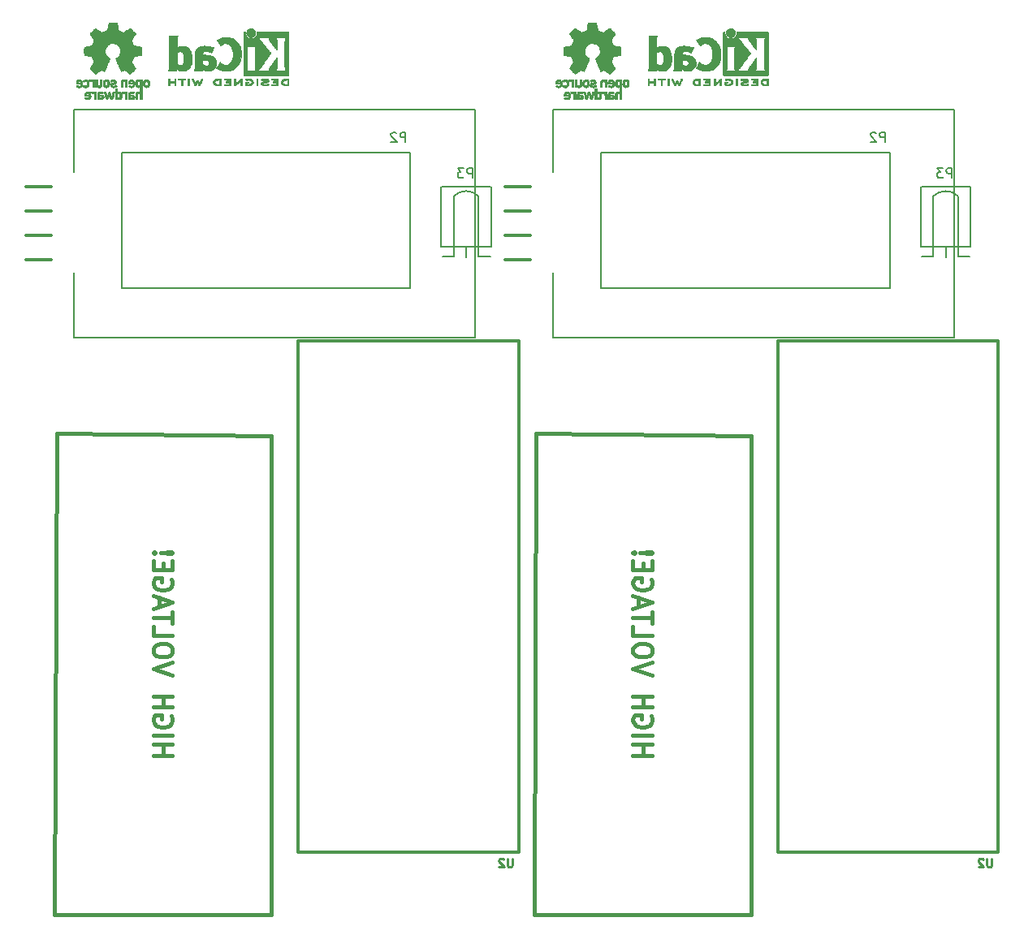
<source format=gbo>
G04 #@! TF.FileFunction,Legend,Bot*
%FSLAX46Y46*%
G04 Gerber Fmt 4.6, Leading zero omitted, Abs format (unit mm)*
G04 Created by KiCad (PCBNEW 4.0.2-stable) date 12/1/2017 11:51:06 AM*
%MOMM*%
G01*
G04 APERTURE LIST*
%ADD10C,0.100000*%
%ADD11C,0.400000*%
%ADD12C,0.304800*%
%ADD13C,0.010000*%
%ADD14C,0.150000*%
%ADD15C,0.300000*%
%ADD16C,0.222250*%
G04 APERTURE END LIST*
D10*
D11*
X135695238Y-123371430D02*
X137695238Y-123371430D01*
X136742857Y-123371430D02*
X136742857Y-122228572D01*
X135695238Y-122228572D02*
X137695238Y-122228572D01*
X135695238Y-121276192D02*
X137695238Y-121276192D01*
X137600000Y-119276191D02*
X137695238Y-119466668D01*
X137695238Y-119752382D01*
X137600000Y-120038096D01*
X137409524Y-120228572D01*
X137219048Y-120323811D01*
X136838095Y-120419049D01*
X136552381Y-120419049D01*
X136171429Y-120323811D01*
X135980952Y-120228572D01*
X135790476Y-120038096D01*
X135695238Y-119752382D01*
X135695238Y-119561906D01*
X135790476Y-119276191D01*
X135885714Y-119180953D01*
X136552381Y-119180953D01*
X136552381Y-119561906D01*
X135695238Y-118323811D02*
X137695238Y-118323811D01*
X136742857Y-118323811D02*
X136742857Y-117180953D01*
X135695238Y-117180953D02*
X137695238Y-117180953D01*
X137695238Y-114990477D02*
X135695238Y-114323810D01*
X137695238Y-113657143D01*
X137695238Y-112609524D02*
X137695238Y-112228572D01*
X137600000Y-112038096D01*
X137409524Y-111847619D01*
X137028571Y-111752381D01*
X136361905Y-111752381D01*
X135980952Y-111847619D01*
X135790476Y-112038096D01*
X135695238Y-112228572D01*
X135695238Y-112609524D01*
X135790476Y-112800000D01*
X135980952Y-112990477D01*
X136361905Y-113085715D01*
X137028571Y-113085715D01*
X137409524Y-112990477D01*
X137600000Y-112800000D01*
X137695238Y-112609524D01*
X135695238Y-109942858D02*
X135695238Y-110895239D01*
X137695238Y-110895239D01*
X137695238Y-109561905D02*
X137695238Y-108419048D01*
X135695238Y-108990476D02*
X137695238Y-108990476D01*
X136266667Y-107847619D02*
X136266667Y-106895238D01*
X135695238Y-108038095D02*
X137695238Y-107371428D01*
X135695238Y-106704761D01*
X137600000Y-104990475D02*
X137695238Y-105180952D01*
X137695238Y-105466666D01*
X137600000Y-105752380D01*
X137409524Y-105942856D01*
X137219048Y-106038095D01*
X136838095Y-106133333D01*
X136552381Y-106133333D01*
X136171429Y-106038095D01*
X135980952Y-105942856D01*
X135790476Y-105752380D01*
X135695238Y-105466666D01*
X135695238Y-105276190D01*
X135790476Y-104990475D01*
X135885714Y-104895237D01*
X136552381Y-104895237D01*
X136552381Y-105276190D01*
X136742857Y-104038095D02*
X136742857Y-103371428D01*
X135695238Y-103085714D02*
X135695238Y-104038095D01*
X137695238Y-104038095D01*
X137695238Y-103085714D01*
X135885714Y-102228571D02*
X135790476Y-102133332D01*
X135695238Y-102228571D01*
X135790476Y-102323809D01*
X135885714Y-102228571D01*
X135695238Y-102228571D01*
X136457143Y-102228571D02*
X137600000Y-102323809D01*
X137695238Y-102228571D01*
X137600000Y-102133332D01*
X136457143Y-102228571D01*
X137695238Y-102228571D01*
X148000000Y-90000000D02*
X125600000Y-89800000D01*
X148000000Y-140000000D02*
X148000000Y-90000000D01*
X125600000Y-89800000D02*
X125400000Y-140000000D01*
X125400000Y-140000000D02*
X148000000Y-140000000D01*
X85695238Y-123371430D02*
X87695238Y-123371430D01*
X86742857Y-123371430D02*
X86742857Y-122228572D01*
X85695238Y-122228572D02*
X87695238Y-122228572D01*
X85695238Y-121276192D02*
X87695238Y-121276192D01*
X87600000Y-119276191D02*
X87695238Y-119466668D01*
X87695238Y-119752382D01*
X87600000Y-120038096D01*
X87409524Y-120228572D01*
X87219048Y-120323811D01*
X86838095Y-120419049D01*
X86552381Y-120419049D01*
X86171429Y-120323811D01*
X85980952Y-120228572D01*
X85790476Y-120038096D01*
X85695238Y-119752382D01*
X85695238Y-119561906D01*
X85790476Y-119276191D01*
X85885714Y-119180953D01*
X86552381Y-119180953D01*
X86552381Y-119561906D01*
X85695238Y-118323811D02*
X87695238Y-118323811D01*
X86742857Y-118323811D02*
X86742857Y-117180953D01*
X85695238Y-117180953D02*
X87695238Y-117180953D01*
X87695238Y-114990477D02*
X85695238Y-114323810D01*
X87695238Y-113657143D01*
X87695238Y-112609524D02*
X87695238Y-112228572D01*
X87600000Y-112038096D01*
X87409524Y-111847619D01*
X87028571Y-111752381D01*
X86361905Y-111752381D01*
X85980952Y-111847619D01*
X85790476Y-112038096D01*
X85695238Y-112228572D01*
X85695238Y-112609524D01*
X85790476Y-112800000D01*
X85980952Y-112990477D01*
X86361905Y-113085715D01*
X87028571Y-113085715D01*
X87409524Y-112990477D01*
X87600000Y-112800000D01*
X87695238Y-112609524D01*
X85695238Y-109942858D02*
X85695238Y-110895239D01*
X87695238Y-110895239D01*
X87695238Y-109561905D02*
X87695238Y-108419048D01*
X85695238Y-108990476D02*
X87695238Y-108990476D01*
X86266667Y-107847619D02*
X86266667Y-106895238D01*
X85695238Y-108038095D02*
X87695238Y-107371428D01*
X85695238Y-106704761D01*
X87600000Y-104990475D02*
X87695238Y-105180952D01*
X87695238Y-105466666D01*
X87600000Y-105752380D01*
X87409524Y-105942856D01*
X87219048Y-106038095D01*
X86838095Y-106133333D01*
X86552381Y-106133333D01*
X86171429Y-106038095D01*
X85980952Y-105942856D01*
X85790476Y-105752380D01*
X85695238Y-105466666D01*
X85695238Y-105276190D01*
X85790476Y-104990475D01*
X85885714Y-104895237D01*
X86552381Y-104895237D01*
X86552381Y-105276190D01*
X86742857Y-104038095D02*
X86742857Y-103371428D01*
X85695238Y-103085714D02*
X85695238Y-104038095D01*
X87695238Y-104038095D01*
X87695238Y-103085714D01*
X85885714Y-102228571D02*
X85790476Y-102133332D01*
X85695238Y-102228571D01*
X85790476Y-102323809D01*
X85885714Y-102228571D01*
X85695238Y-102228571D01*
X86457143Y-102228571D02*
X87600000Y-102323809D01*
X87695238Y-102228571D01*
X87600000Y-102133332D01*
X86457143Y-102228571D01*
X87695238Y-102228571D01*
X98000000Y-90000000D02*
X75600000Y-89800000D01*
X98000000Y-140000000D02*
X98000000Y-90000000D01*
X75400000Y-140000000D02*
X98000000Y-140000000D01*
X75600000Y-89800000D02*
X75400000Y-140000000D01*
D12*
X150780000Y-80110000D02*
X150780000Y-133510000D01*
X150780000Y-133510000D02*
X173780000Y-133510000D01*
X173780000Y-133510000D02*
X173780000Y-80110000D01*
X173780000Y-80110000D02*
X150780000Y-80110000D01*
D13*
G36*
X133994440Y-52879468D02*
X133959208Y-52896874D01*
X133915760Y-52927206D01*
X133884094Y-52960283D01*
X133862406Y-53001817D01*
X133848897Y-53057522D01*
X133841762Y-53133111D01*
X133839200Y-53234296D01*
X133839050Y-53277797D01*
X133839488Y-53373135D01*
X133841304Y-53441271D01*
X133845255Y-53488418D01*
X133852098Y-53520790D01*
X133862589Y-53544600D01*
X133873504Y-53560843D01*
X133943181Y-53629952D01*
X134025234Y-53671521D01*
X134113750Y-53684023D01*
X134202819Y-53665934D01*
X134231037Y-53653142D01*
X134298590Y-53617931D01*
X134298590Y-54169700D01*
X134249288Y-54144205D01*
X134184327Y-54124480D01*
X134104480Y-54119427D01*
X134024748Y-54128756D01*
X133964535Y-54149714D01*
X133914592Y-54189627D01*
X133871919Y-54246741D01*
X133868710Y-54252605D01*
X133855178Y-54280227D01*
X133845295Y-54308068D01*
X133838491Y-54341794D01*
X133834199Y-54387071D01*
X133831849Y-54449562D01*
X133830872Y-54534935D01*
X133830695Y-54631010D01*
X133830695Y-54937526D01*
X134014511Y-54937526D01*
X134014511Y-54372339D01*
X134065925Y-54329077D01*
X134119334Y-54294472D01*
X134169912Y-54288180D01*
X134220770Y-54304372D01*
X134247875Y-54320227D01*
X134268049Y-54342810D01*
X134282397Y-54376940D01*
X134292024Y-54427434D01*
X134298037Y-54499111D01*
X134301540Y-54596788D01*
X134302774Y-54661802D01*
X134306945Y-54929171D01*
X134394675Y-54934222D01*
X134482406Y-54939273D01*
X134482406Y-53280101D01*
X134298590Y-53280101D01*
X134293904Y-53372600D01*
X134278112Y-53436809D01*
X134248617Y-53476759D01*
X134202820Y-53496480D01*
X134156550Y-53500421D01*
X134104172Y-53495892D01*
X134069410Y-53478069D01*
X134047672Y-53454519D01*
X134030560Y-53429189D01*
X134020373Y-53400969D01*
X134015840Y-53361431D01*
X134015691Y-53302142D01*
X134017216Y-53252498D01*
X134020719Y-53177710D01*
X134025933Y-53128611D01*
X134034713Y-53097467D01*
X134048914Y-53076545D01*
X134062316Y-53064452D01*
X134118313Y-53038081D01*
X134184589Y-53033822D01*
X134222644Y-53042906D01*
X134260323Y-53075196D01*
X134285281Y-53138006D01*
X134297378Y-53230894D01*
X134298590Y-53280101D01*
X134482406Y-53280101D01*
X134482406Y-52865421D01*
X134390498Y-52865421D01*
X134335317Y-52867603D01*
X134306848Y-52875351D01*
X134298594Y-52890468D01*
X134298590Y-52890916D01*
X134294760Y-52905720D01*
X134277867Y-52904039D01*
X134244281Y-52887772D01*
X134166022Y-52862887D01*
X134077973Y-52860271D01*
X133994440Y-52879468D01*
X133994440Y-52879468D01*
G37*
X133994440Y-52879468D02*
X133959208Y-52896874D01*
X133915760Y-52927206D01*
X133884094Y-52960283D01*
X133862406Y-53001817D01*
X133848897Y-53057522D01*
X133841762Y-53133111D01*
X133839200Y-53234296D01*
X133839050Y-53277797D01*
X133839488Y-53373135D01*
X133841304Y-53441271D01*
X133845255Y-53488418D01*
X133852098Y-53520790D01*
X133862589Y-53544600D01*
X133873504Y-53560843D01*
X133943181Y-53629952D01*
X134025234Y-53671521D01*
X134113750Y-53684023D01*
X134202819Y-53665934D01*
X134231037Y-53653142D01*
X134298590Y-53617931D01*
X134298590Y-54169700D01*
X134249288Y-54144205D01*
X134184327Y-54124480D01*
X134104480Y-54119427D01*
X134024748Y-54128756D01*
X133964535Y-54149714D01*
X133914592Y-54189627D01*
X133871919Y-54246741D01*
X133868710Y-54252605D01*
X133855178Y-54280227D01*
X133845295Y-54308068D01*
X133838491Y-54341794D01*
X133834199Y-54387071D01*
X133831849Y-54449562D01*
X133830872Y-54534935D01*
X133830695Y-54631010D01*
X133830695Y-54937526D01*
X134014511Y-54937526D01*
X134014511Y-54372339D01*
X134065925Y-54329077D01*
X134119334Y-54294472D01*
X134169912Y-54288180D01*
X134220770Y-54304372D01*
X134247875Y-54320227D01*
X134268049Y-54342810D01*
X134282397Y-54376940D01*
X134292024Y-54427434D01*
X134298037Y-54499111D01*
X134301540Y-54596788D01*
X134302774Y-54661802D01*
X134306945Y-54929171D01*
X134394675Y-54934222D01*
X134482406Y-54939273D01*
X134482406Y-53280101D01*
X134298590Y-53280101D01*
X134293904Y-53372600D01*
X134278112Y-53436809D01*
X134248617Y-53476759D01*
X134202820Y-53496480D01*
X134156550Y-53500421D01*
X134104172Y-53495892D01*
X134069410Y-53478069D01*
X134047672Y-53454519D01*
X134030560Y-53429189D01*
X134020373Y-53400969D01*
X134015840Y-53361431D01*
X134015691Y-53302142D01*
X134017216Y-53252498D01*
X134020719Y-53177710D01*
X134025933Y-53128611D01*
X134034713Y-53097467D01*
X134048914Y-53076545D01*
X134062316Y-53064452D01*
X134118313Y-53038081D01*
X134184589Y-53033822D01*
X134222644Y-53042906D01*
X134260323Y-53075196D01*
X134285281Y-53138006D01*
X134297378Y-53230894D01*
X134298590Y-53280101D01*
X134482406Y-53280101D01*
X134482406Y-52865421D01*
X134390498Y-52865421D01*
X134335317Y-52867603D01*
X134306848Y-52875351D01*
X134298594Y-52890468D01*
X134298590Y-52890916D01*
X134294760Y-52905720D01*
X134277867Y-52904039D01*
X134244281Y-52887772D01*
X134166022Y-52862887D01*
X134077973Y-52860271D01*
X133994440Y-52879468D01*
G36*
X133297343Y-54125184D02*
X133218730Y-54146160D01*
X133158884Y-54184180D01*
X133116653Y-54233978D01*
X133103525Y-54255230D01*
X133093832Y-54277492D01*
X133087056Y-54305970D01*
X133082677Y-54345871D01*
X133080176Y-54402401D01*
X133079032Y-54480767D01*
X133078728Y-54586176D01*
X133078722Y-54614142D01*
X133078722Y-54937526D01*
X133158932Y-54937526D01*
X133210094Y-54933943D01*
X133247923Y-54924866D01*
X133257401Y-54919268D01*
X133283312Y-54909606D01*
X133309776Y-54919268D01*
X133353348Y-54931330D01*
X133416640Y-54936185D01*
X133486790Y-54934078D01*
X133550940Y-54925256D01*
X133588393Y-54913937D01*
X133660867Y-54867412D01*
X133706160Y-54802846D01*
X133726522Y-54717000D01*
X133726712Y-54714796D01*
X133724925Y-54676713D01*
X133563327Y-54676713D01*
X133549199Y-54720030D01*
X133526188Y-54744408D01*
X133479996Y-54762845D01*
X133419025Y-54770205D01*
X133356851Y-54766583D01*
X133307049Y-54752074D01*
X133293097Y-54742765D01*
X133268715Y-54699753D01*
X133262537Y-54650857D01*
X133262537Y-54586605D01*
X133354982Y-54586605D01*
X133442805Y-54593366D01*
X133509382Y-54612520D01*
X133550798Y-54642376D01*
X133563327Y-54676713D01*
X133724925Y-54676713D01*
X133722310Y-54621004D01*
X133691376Y-54546847D01*
X133633219Y-54490767D01*
X133625180Y-54485665D01*
X133590637Y-54469055D01*
X133547882Y-54458996D01*
X133488114Y-54454107D01*
X133417110Y-54452983D01*
X133262537Y-54452921D01*
X133262537Y-54388125D01*
X133269094Y-54337850D01*
X133285825Y-54304169D01*
X133287784Y-54302376D01*
X133325017Y-54287642D01*
X133381220Y-54281931D01*
X133443333Y-54284737D01*
X133498290Y-54295556D01*
X133530901Y-54311782D01*
X133548572Y-54324780D01*
X133567231Y-54327262D01*
X133592981Y-54316613D01*
X133631927Y-54290218D01*
X133690170Y-54245465D01*
X133695516Y-54241273D01*
X133692777Y-54225760D01*
X133669924Y-54199960D01*
X133635191Y-54171289D01*
X133596810Y-54147166D01*
X133584752Y-54141470D01*
X133540766Y-54130103D01*
X133476313Y-54121995D01*
X133404303Y-54118743D01*
X133400936Y-54118736D01*
X133297343Y-54125184D01*
X133297343Y-54125184D01*
G37*
X133297343Y-54125184D02*
X133218730Y-54146160D01*
X133158884Y-54184180D01*
X133116653Y-54233978D01*
X133103525Y-54255230D01*
X133093832Y-54277492D01*
X133087056Y-54305970D01*
X133082677Y-54345871D01*
X133080176Y-54402401D01*
X133079032Y-54480767D01*
X133078728Y-54586176D01*
X133078722Y-54614142D01*
X133078722Y-54937526D01*
X133158932Y-54937526D01*
X133210094Y-54933943D01*
X133247923Y-54924866D01*
X133257401Y-54919268D01*
X133283312Y-54909606D01*
X133309776Y-54919268D01*
X133353348Y-54931330D01*
X133416640Y-54936185D01*
X133486790Y-54934078D01*
X133550940Y-54925256D01*
X133588393Y-54913937D01*
X133660867Y-54867412D01*
X133706160Y-54802846D01*
X133726522Y-54717000D01*
X133726712Y-54714796D01*
X133724925Y-54676713D01*
X133563327Y-54676713D01*
X133549199Y-54720030D01*
X133526188Y-54744408D01*
X133479996Y-54762845D01*
X133419025Y-54770205D01*
X133356851Y-54766583D01*
X133307049Y-54752074D01*
X133293097Y-54742765D01*
X133268715Y-54699753D01*
X133262537Y-54650857D01*
X133262537Y-54586605D01*
X133354982Y-54586605D01*
X133442805Y-54593366D01*
X133509382Y-54612520D01*
X133550798Y-54642376D01*
X133563327Y-54676713D01*
X133724925Y-54676713D01*
X133722310Y-54621004D01*
X133691376Y-54546847D01*
X133633219Y-54490767D01*
X133625180Y-54485665D01*
X133590637Y-54469055D01*
X133547882Y-54458996D01*
X133488114Y-54454107D01*
X133417110Y-54452983D01*
X133262537Y-54452921D01*
X133262537Y-54388125D01*
X133269094Y-54337850D01*
X133285825Y-54304169D01*
X133287784Y-54302376D01*
X133325017Y-54287642D01*
X133381220Y-54281931D01*
X133443333Y-54284737D01*
X133498290Y-54295556D01*
X133530901Y-54311782D01*
X133548572Y-54324780D01*
X133567231Y-54327262D01*
X133592981Y-54316613D01*
X133631927Y-54290218D01*
X133690170Y-54245465D01*
X133695516Y-54241273D01*
X133692777Y-54225760D01*
X133669924Y-54199960D01*
X133635191Y-54171289D01*
X133596810Y-54147166D01*
X133584752Y-54141470D01*
X133540766Y-54130103D01*
X133476313Y-54121995D01*
X133404303Y-54118743D01*
X133400936Y-54118736D01*
X133297343Y-54125184D01*
G36*
X132777919Y-54120486D02*
X132752912Y-54127982D01*
X132744850Y-54144451D01*
X132744511Y-54151886D01*
X132743064Y-54172594D01*
X132733102Y-54175845D01*
X132706188Y-54161648D01*
X132690202Y-54151948D01*
X132639767Y-54131175D01*
X132579528Y-54120904D01*
X132516366Y-54120114D01*
X132457163Y-54127786D01*
X132408798Y-54142898D01*
X132378154Y-54164432D01*
X132372111Y-54191366D01*
X132375161Y-54198660D01*
X132397394Y-54228937D01*
X132431870Y-54266175D01*
X132438106Y-54272195D01*
X132470967Y-54299875D01*
X132499320Y-54308818D01*
X132538973Y-54302576D01*
X132554858Y-54298429D01*
X132604291Y-54288467D01*
X132639048Y-54292947D01*
X132668400Y-54308746D01*
X132695287Y-54329949D01*
X132715090Y-54356614D01*
X132728852Y-54393827D01*
X132737616Y-54446673D01*
X132742426Y-54520237D01*
X132744326Y-54619605D01*
X132744511Y-54679601D01*
X132744511Y-54937526D01*
X132911616Y-54937526D01*
X132911616Y-54118710D01*
X132828064Y-54118710D01*
X132777919Y-54120486D01*
X132777919Y-54120486D01*
G37*
X132777919Y-54120486D02*
X132752912Y-54127982D01*
X132744850Y-54144451D01*
X132744511Y-54151886D01*
X132743064Y-54172594D01*
X132733102Y-54175845D01*
X132706188Y-54161648D01*
X132690202Y-54151948D01*
X132639767Y-54131175D01*
X132579528Y-54120904D01*
X132516366Y-54120114D01*
X132457163Y-54127786D01*
X132408798Y-54142898D01*
X132378154Y-54164432D01*
X132372111Y-54191366D01*
X132375161Y-54198660D01*
X132397394Y-54228937D01*
X132431870Y-54266175D01*
X132438106Y-54272195D01*
X132470967Y-54299875D01*
X132499320Y-54308818D01*
X132538973Y-54302576D01*
X132554858Y-54298429D01*
X132604291Y-54288467D01*
X132639048Y-54292947D01*
X132668400Y-54308746D01*
X132695287Y-54329949D01*
X132715090Y-54356614D01*
X132728852Y-54393827D01*
X132737616Y-54446673D01*
X132742426Y-54520237D01*
X132744326Y-54619605D01*
X132744511Y-54679601D01*
X132744511Y-54937526D01*
X132911616Y-54937526D01*
X132911616Y-54118710D01*
X132828064Y-54118710D01*
X132777919Y-54120486D01*
G36*
X131725169Y-54937526D02*
X131817077Y-54937526D01*
X131870423Y-54935962D01*
X131898207Y-54929485D01*
X131908210Y-54915418D01*
X131908985Y-54905906D01*
X131910672Y-54886832D01*
X131921310Y-54883174D01*
X131949265Y-54894932D01*
X131971005Y-54905906D01*
X132054468Y-54931911D01*
X132145196Y-54933416D01*
X132218958Y-54914021D01*
X132287646Y-54867165D01*
X132340006Y-54798004D01*
X132368678Y-54716427D01*
X132369408Y-54711866D01*
X132373668Y-54662101D01*
X132375786Y-54590659D01*
X132375616Y-54536626D01*
X132193080Y-54536626D01*
X132188851Y-54608441D01*
X132179232Y-54667634D01*
X132166210Y-54701060D01*
X132116944Y-54746740D01*
X132058450Y-54763115D01*
X131998129Y-54749873D01*
X131946583Y-54710373D01*
X131927062Y-54683807D01*
X131915648Y-54652106D01*
X131910302Y-54605832D01*
X131908985Y-54536328D01*
X131911342Y-54467499D01*
X131917567Y-54407026D01*
X131926392Y-54366556D01*
X131927863Y-54362929D01*
X131963453Y-54319802D01*
X132015400Y-54296124D01*
X132073522Y-54292301D01*
X132127640Y-54308738D01*
X132167574Y-54345840D01*
X132171717Y-54353222D01*
X132184684Y-54398239D01*
X132191748Y-54462967D01*
X132193080Y-54536626D01*
X132375616Y-54536626D01*
X132375529Y-54509230D01*
X132374328Y-54465405D01*
X132366155Y-54356988D01*
X132349170Y-54275588D01*
X132320913Y-54215412D01*
X132278928Y-54170666D01*
X132238168Y-54144400D01*
X132181219Y-54125935D01*
X132110389Y-54119602D01*
X132037859Y-54124760D01*
X131975814Y-54140769D01*
X131943032Y-54159920D01*
X131908985Y-54190732D01*
X131908985Y-53801210D01*
X131725169Y-53801210D01*
X131725169Y-54937526D01*
X131725169Y-54937526D01*
G37*
X131725169Y-54937526D02*
X131817077Y-54937526D01*
X131870423Y-54935962D01*
X131898207Y-54929485D01*
X131908210Y-54915418D01*
X131908985Y-54905906D01*
X131910672Y-54886832D01*
X131921310Y-54883174D01*
X131949265Y-54894932D01*
X131971005Y-54905906D01*
X132054468Y-54931911D01*
X132145196Y-54933416D01*
X132218958Y-54914021D01*
X132287646Y-54867165D01*
X132340006Y-54798004D01*
X132368678Y-54716427D01*
X132369408Y-54711866D01*
X132373668Y-54662101D01*
X132375786Y-54590659D01*
X132375616Y-54536626D01*
X132193080Y-54536626D01*
X132188851Y-54608441D01*
X132179232Y-54667634D01*
X132166210Y-54701060D01*
X132116944Y-54746740D01*
X132058450Y-54763115D01*
X131998129Y-54749873D01*
X131946583Y-54710373D01*
X131927062Y-54683807D01*
X131915648Y-54652106D01*
X131910302Y-54605832D01*
X131908985Y-54536328D01*
X131911342Y-54467499D01*
X131917567Y-54407026D01*
X131926392Y-54366556D01*
X131927863Y-54362929D01*
X131963453Y-54319802D01*
X132015400Y-54296124D01*
X132073522Y-54292301D01*
X132127640Y-54308738D01*
X132167574Y-54345840D01*
X132171717Y-54353222D01*
X132184684Y-54398239D01*
X132191748Y-54462967D01*
X132193080Y-54536626D01*
X132375616Y-54536626D01*
X132375529Y-54509230D01*
X132374328Y-54465405D01*
X132366155Y-54356988D01*
X132349170Y-54275588D01*
X132320913Y-54215412D01*
X132278928Y-54170666D01*
X132238168Y-54144400D01*
X132181219Y-54125935D01*
X132110389Y-54119602D01*
X132037859Y-54124760D01*
X131975814Y-54140769D01*
X131943032Y-54159920D01*
X131908985Y-54190732D01*
X131908985Y-53801210D01*
X131725169Y-53801210D01*
X131725169Y-54937526D01*
G36*
X131083670Y-54122104D02*
X131017580Y-54127066D01*
X130931174Y-54386079D01*
X130844769Y-54645092D01*
X130817676Y-54553184D01*
X130801372Y-54496384D01*
X130779925Y-54419625D01*
X130756765Y-54335251D01*
X130744520Y-54289993D01*
X130698456Y-54118710D01*
X130508413Y-54118710D01*
X130565218Y-54298349D01*
X130593193Y-54386704D01*
X130626987Y-54493281D01*
X130662280Y-54604454D01*
X130693787Y-54703579D01*
X130765550Y-54929171D01*
X130920514Y-54939253D01*
X130962530Y-54800528D01*
X130988441Y-54714351D01*
X131016717Y-54619347D01*
X131041431Y-54535441D01*
X131042406Y-54532102D01*
X131060865Y-54475248D01*
X131077151Y-54436456D01*
X131088558Y-54421787D01*
X131090902Y-54423483D01*
X131099129Y-54446225D01*
X131114762Y-54494940D01*
X131135896Y-54563502D01*
X131160630Y-54645785D01*
X131174013Y-54691046D01*
X131246489Y-54937526D01*
X131400305Y-54937526D01*
X131523269Y-54549006D01*
X131557812Y-54440022D01*
X131589279Y-54341048D01*
X131616184Y-54256736D01*
X131637041Y-54191734D01*
X131650362Y-54150692D01*
X131654412Y-54138701D01*
X131651206Y-54126423D01*
X131626035Y-54121046D01*
X131573654Y-54121584D01*
X131565455Y-54121990D01*
X131468318Y-54127066D01*
X131404700Y-54361013D01*
X131381316Y-54446333D01*
X131360419Y-54521335D01*
X131343849Y-54579507D01*
X131333446Y-54614337D01*
X131331524Y-54620016D01*
X131323559Y-54613486D01*
X131307496Y-54579654D01*
X131285179Y-54523127D01*
X131258455Y-54448510D01*
X131235863Y-54381107D01*
X131149759Y-54117143D01*
X131083670Y-54122104D01*
X131083670Y-54122104D01*
G37*
X131083670Y-54122104D02*
X131017580Y-54127066D01*
X130931174Y-54386079D01*
X130844769Y-54645092D01*
X130817676Y-54553184D01*
X130801372Y-54496384D01*
X130779925Y-54419625D01*
X130756765Y-54335251D01*
X130744520Y-54289993D01*
X130698456Y-54118710D01*
X130508413Y-54118710D01*
X130565218Y-54298349D01*
X130593193Y-54386704D01*
X130626987Y-54493281D01*
X130662280Y-54604454D01*
X130693787Y-54703579D01*
X130765550Y-54929171D01*
X130920514Y-54939253D01*
X130962530Y-54800528D01*
X130988441Y-54714351D01*
X131016717Y-54619347D01*
X131041431Y-54535441D01*
X131042406Y-54532102D01*
X131060865Y-54475248D01*
X131077151Y-54436456D01*
X131088558Y-54421787D01*
X131090902Y-54423483D01*
X131099129Y-54446225D01*
X131114762Y-54494940D01*
X131135896Y-54563502D01*
X131160630Y-54645785D01*
X131174013Y-54691046D01*
X131246489Y-54937526D01*
X131400305Y-54937526D01*
X131523269Y-54549006D01*
X131557812Y-54440022D01*
X131589279Y-54341048D01*
X131616184Y-54256736D01*
X131637041Y-54191734D01*
X131650362Y-54150692D01*
X131654412Y-54138701D01*
X131651206Y-54126423D01*
X131626035Y-54121046D01*
X131573654Y-54121584D01*
X131565455Y-54121990D01*
X131468318Y-54127066D01*
X131404700Y-54361013D01*
X131381316Y-54446333D01*
X131360419Y-54521335D01*
X131343849Y-54579507D01*
X131333446Y-54614337D01*
X131331524Y-54620016D01*
X131323559Y-54613486D01*
X131307496Y-54579654D01*
X131285179Y-54523127D01*
X131258455Y-54448510D01*
X131235863Y-54381107D01*
X131149759Y-54117143D01*
X131083670Y-54122104D01*
G36*
X130077808Y-54123673D02*
X130007373Y-54140780D01*
X129987013Y-54149844D01*
X129947547Y-54173583D01*
X129917259Y-54200321D01*
X129894848Y-54234699D01*
X129879014Y-54281360D01*
X129868457Y-54344946D01*
X129861876Y-54430099D01*
X129857972Y-54541462D01*
X129856490Y-54615849D01*
X129851035Y-54937526D01*
X129944220Y-54937526D01*
X130000753Y-54935156D01*
X130029878Y-54927055D01*
X130037406Y-54913451D01*
X130041380Y-54898741D01*
X130059148Y-54901554D01*
X130083360Y-54913348D01*
X130143972Y-54931427D01*
X130221871Y-54936299D01*
X130303805Y-54928330D01*
X130376519Y-54907889D01*
X130383041Y-54905051D01*
X130449498Y-54858365D01*
X130493309Y-54793464D01*
X130513468Y-54717600D01*
X130511928Y-54690344D01*
X130347455Y-54690344D01*
X130332963Y-54727024D01*
X130289995Y-54753309D01*
X130220671Y-54767417D01*
X130183623Y-54769290D01*
X130121881Y-54764494D01*
X130080840Y-54745858D01*
X130070827Y-54737000D01*
X130043700Y-54688806D01*
X130037406Y-54645092D01*
X130037406Y-54586605D01*
X130118870Y-54586605D01*
X130213566Y-54591432D01*
X130279987Y-54606613D01*
X130321954Y-54633200D01*
X130331351Y-54645052D01*
X130347455Y-54690344D01*
X130511928Y-54690344D01*
X130508971Y-54638026D01*
X130478815Y-54561995D01*
X130437669Y-54510612D01*
X130412748Y-54488397D01*
X130388352Y-54473798D01*
X130356609Y-54464897D01*
X130309648Y-54459775D01*
X130239596Y-54456515D01*
X130211810Y-54455577D01*
X130037406Y-54449879D01*
X130037662Y-54397091D01*
X130044416Y-54341603D01*
X130068836Y-54308052D01*
X130118170Y-54286618D01*
X130119494Y-54286236D01*
X130189440Y-54277808D01*
X130257886Y-54288816D01*
X130308753Y-54315585D01*
X130329163Y-54328803D01*
X130351146Y-54326974D01*
X130384974Y-54307824D01*
X130404839Y-54294308D01*
X130443694Y-54265432D01*
X130467762Y-54243786D01*
X130471624Y-54237589D01*
X130455721Y-54205519D01*
X130408735Y-54167219D01*
X130388327Y-54154297D01*
X130329657Y-54132041D01*
X130250588Y-54119432D01*
X130162759Y-54116600D01*
X130077808Y-54123673D01*
X130077808Y-54123673D01*
G37*
X130077808Y-54123673D02*
X130007373Y-54140780D01*
X129987013Y-54149844D01*
X129947547Y-54173583D01*
X129917259Y-54200321D01*
X129894848Y-54234699D01*
X129879014Y-54281360D01*
X129868457Y-54344946D01*
X129861876Y-54430099D01*
X129857972Y-54541462D01*
X129856490Y-54615849D01*
X129851035Y-54937526D01*
X129944220Y-54937526D01*
X130000753Y-54935156D01*
X130029878Y-54927055D01*
X130037406Y-54913451D01*
X130041380Y-54898741D01*
X130059148Y-54901554D01*
X130083360Y-54913348D01*
X130143972Y-54931427D01*
X130221871Y-54936299D01*
X130303805Y-54928330D01*
X130376519Y-54907889D01*
X130383041Y-54905051D01*
X130449498Y-54858365D01*
X130493309Y-54793464D01*
X130513468Y-54717600D01*
X130511928Y-54690344D01*
X130347455Y-54690344D01*
X130332963Y-54727024D01*
X130289995Y-54753309D01*
X130220671Y-54767417D01*
X130183623Y-54769290D01*
X130121881Y-54764494D01*
X130080840Y-54745858D01*
X130070827Y-54737000D01*
X130043700Y-54688806D01*
X130037406Y-54645092D01*
X130037406Y-54586605D01*
X130118870Y-54586605D01*
X130213566Y-54591432D01*
X130279987Y-54606613D01*
X130321954Y-54633200D01*
X130331351Y-54645052D01*
X130347455Y-54690344D01*
X130511928Y-54690344D01*
X130508971Y-54638026D01*
X130478815Y-54561995D01*
X130437669Y-54510612D01*
X130412748Y-54488397D01*
X130388352Y-54473798D01*
X130356609Y-54464897D01*
X130309648Y-54459775D01*
X130239596Y-54456515D01*
X130211810Y-54455577D01*
X130037406Y-54449879D01*
X130037662Y-54397091D01*
X130044416Y-54341603D01*
X130068836Y-54308052D01*
X130118170Y-54286618D01*
X130119494Y-54286236D01*
X130189440Y-54277808D01*
X130257886Y-54288816D01*
X130308753Y-54315585D01*
X130329163Y-54328803D01*
X130351146Y-54326974D01*
X130384974Y-54307824D01*
X130404839Y-54294308D01*
X130443694Y-54265432D01*
X130467762Y-54243786D01*
X130471624Y-54237589D01*
X130455721Y-54205519D01*
X130408735Y-54167219D01*
X130388327Y-54154297D01*
X130329657Y-54132041D01*
X130250588Y-54119432D01*
X130162759Y-54116600D01*
X130077808Y-54123673D01*
G36*
X129284633Y-54118447D02*
X129220392Y-54131112D01*
X129183820Y-54149864D01*
X129145347Y-54181017D01*
X129200083Y-54250127D01*
X129233831Y-54291979D01*
X129256747Y-54312398D01*
X129279521Y-54315517D01*
X129312844Y-54305472D01*
X129328486Y-54299789D01*
X129392258Y-54291404D01*
X129450660Y-54309378D01*
X129493536Y-54349982D01*
X129500501Y-54362929D01*
X129508087Y-54397224D01*
X129513941Y-54460427D01*
X129517789Y-54548060D01*
X129519357Y-54655640D01*
X129519379Y-54670944D01*
X129519379Y-54937526D01*
X129703195Y-54937526D01*
X129703195Y-54118710D01*
X129611287Y-54118710D01*
X129558293Y-54120094D01*
X129530685Y-54126252D01*
X129520476Y-54140194D01*
X129519379Y-54153344D01*
X129519379Y-54187978D01*
X129475350Y-54153344D01*
X129424863Y-54129716D01*
X129357040Y-54118033D01*
X129284633Y-54118447D01*
X129284633Y-54118447D01*
G37*
X129284633Y-54118447D02*
X129220392Y-54131112D01*
X129183820Y-54149864D01*
X129145347Y-54181017D01*
X129200083Y-54250127D01*
X129233831Y-54291979D01*
X129256747Y-54312398D01*
X129279521Y-54315517D01*
X129312844Y-54305472D01*
X129328486Y-54299789D01*
X129392258Y-54291404D01*
X129450660Y-54309378D01*
X129493536Y-54349982D01*
X129500501Y-54362929D01*
X129508087Y-54397224D01*
X129513941Y-54460427D01*
X129517789Y-54548060D01*
X129519357Y-54655640D01*
X129519379Y-54670944D01*
X129519379Y-54937526D01*
X129703195Y-54937526D01*
X129703195Y-54118710D01*
X129611287Y-54118710D01*
X129558293Y-54120094D01*
X129530685Y-54126252D01*
X129520476Y-54140194D01*
X129519379Y-54153344D01*
X129519379Y-54187978D01*
X129475350Y-54153344D01*
X129424863Y-54129716D01*
X129357040Y-54118033D01*
X129284633Y-54118447D01*
G36*
X128756607Y-54123078D02*
X128676732Y-54143845D01*
X128609838Y-54186705D01*
X128577449Y-54218723D01*
X128524355Y-54294413D01*
X128493927Y-54382216D01*
X128483473Y-54490150D01*
X128483420Y-54498875D01*
X128483327Y-54586605D01*
X128988266Y-54586605D01*
X128977502Y-54632559D01*
X128958068Y-54674178D01*
X128924055Y-54717544D01*
X128916940Y-54724467D01*
X128855797Y-54761935D01*
X128786071Y-54768289D01*
X128705813Y-54743638D01*
X128692208Y-54737000D01*
X128650481Y-54716819D01*
X128622532Y-54705321D01*
X128617655Y-54704258D01*
X128600632Y-54714583D01*
X128568167Y-54739845D01*
X128551686Y-54753650D01*
X128517536Y-54785361D01*
X128506322Y-54806299D01*
X128514105Y-54825560D01*
X128518265Y-54830827D01*
X128546443Y-54853878D01*
X128592938Y-54881892D01*
X128625366Y-54898246D01*
X128717415Y-54927059D01*
X128819324Y-54936395D01*
X128915837Y-54925332D01*
X128942866Y-54917412D01*
X129026524Y-54872581D01*
X129088534Y-54803598D01*
X129129255Y-54709794D01*
X129149045Y-54590498D01*
X129151218Y-54528118D01*
X129144874Y-54437298D01*
X128984643Y-54437298D01*
X128969145Y-54444012D01*
X128927488Y-54449280D01*
X128866924Y-54452389D01*
X128825893Y-54452921D01*
X128752089Y-54452408D01*
X128705507Y-54450006D01*
X128679952Y-54444422D01*
X128669231Y-54434361D01*
X128667143Y-54419763D01*
X128681469Y-54374796D01*
X128717538Y-54330353D01*
X128764985Y-54296242D01*
X128812451Y-54282288D01*
X128876921Y-54294666D01*
X128932730Y-54330452D01*
X128971426Y-54382033D01*
X128984643Y-54437298D01*
X129144874Y-54437298D01*
X129141979Y-54395866D01*
X129113464Y-54290498D01*
X129065071Y-54211178D01*
X128996196Y-54157071D01*
X128906235Y-54127343D01*
X128857500Y-54121618D01*
X128756607Y-54123078D01*
X128756607Y-54123078D01*
G37*
X128756607Y-54123078D02*
X128676732Y-54143845D01*
X128609838Y-54186705D01*
X128577449Y-54218723D01*
X128524355Y-54294413D01*
X128493927Y-54382216D01*
X128483473Y-54490150D01*
X128483420Y-54498875D01*
X128483327Y-54586605D01*
X128988266Y-54586605D01*
X128977502Y-54632559D01*
X128958068Y-54674178D01*
X128924055Y-54717544D01*
X128916940Y-54724467D01*
X128855797Y-54761935D01*
X128786071Y-54768289D01*
X128705813Y-54743638D01*
X128692208Y-54737000D01*
X128650481Y-54716819D01*
X128622532Y-54705321D01*
X128617655Y-54704258D01*
X128600632Y-54714583D01*
X128568167Y-54739845D01*
X128551686Y-54753650D01*
X128517536Y-54785361D01*
X128506322Y-54806299D01*
X128514105Y-54825560D01*
X128518265Y-54830827D01*
X128546443Y-54853878D01*
X128592938Y-54881892D01*
X128625366Y-54898246D01*
X128717415Y-54927059D01*
X128819324Y-54936395D01*
X128915837Y-54925332D01*
X128942866Y-54917412D01*
X129026524Y-54872581D01*
X129088534Y-54803598D01*
X129129255Y-54709794D01*
X129149045Y-54590498D01*
X129151218Y-54528118D01*
X129144874Y-54437298D01*
X128984643Y-54437298D01*
X128969145Y-54444012D01*
X128927488Y-54449280D01*
X128866924Y-54452389D01*
X128825893Y-54452921D01*
X128752089Y-54452408D01*
X128705507Y-54450006D01*
X128679952Y-54444422D01*
X128669231Y-54434361D01*
X128667143Y-54419763D01*
X128681469Y-54374796D01*
X128717538Y-54330353D01*
X128764985Y-54296242D01*
X128812451Y-54282288D01*
X128876921Y-54294666D01*
X128932730Y-54330452D01*
X128971426Y-54382033D01*
X128984643Y-54437298D01*
X129144874Y-54437298D01*
X129141979Y-54395866D01*
X129113464Y-54290498D01*
X129065071Y-54211178D01*
X128996196Y-54157071D01*
X128906235Y-54127343D01*
X128857500Y-54121618D01*
X128756607Y-54123078D01*
G36*
X134831016Y-52874104D02*
X134743595Y-52912754D01*
X134677230Y-52977290D01*
X134631824Y-53067812D01*
X134607282Y-53184418D01*
X134605523Y-53202624D01*
X134604144Y-53330984D01*
X134622016Y-53443496D01*
X134658050Y-53534688D01*
X134677345Y-53564022D01*
X134744555Y-53626106D01*
X134830150Y-53666316D01*
X134925910Y-53683003D01*
X135023613Y-53674517D01*
X135097883Y-53648380D01*
X135161753Y-53604335D01*
X135213954Y-53546587D01*
X135214857Y-53545236D01*
X135236056Y-53509593D01*
X135249833Y-53473752D01*
X135258176Y-53428519D01*
X135263073Y-53364701D01*
X135265231Y-53312368D01*
X135266129Y-53264910D01*
X135099057Y-53264910D01*
X135097424Y-53312154D01*
X135091496Y-53375046D01*
X135081039Y-53415407D01*
X135062181Y-53444122D01*
X135044519Y-53460896D01*
X134981906Y-53496016D01*
X134916392Y-53500710D01*
X134855379Y-53475440D01*
X134824872Y-53447124D01*
X134802889Y-53418589D01*
X134790031Y-53391284D01*
X134784388Y-53355750D01*
X134784049Y-53302524D01*
X134785788Y-53253506D01*
X134789529Y-53183482D01*
X134795459Y-53138064D01*
X134806147Y-53108440D01*
X134824161Y-53085797D01*
X134838437Y-53072855D01*
X134898149Y-53038860D01*
X134962566Y-53037165D01*
X135016581Y-53057301D01*
X135062660Y-53099352D01*
X135090111Y-53168428D01*
X135099057Y-53264910D01*
X135266129Y-53264910D01*
X135267201Y-53208299D01*
X135263836Y-53130468D01*
X135253755Y-53071930D01*
X135235574Y-53025737D01*
X135207910Y-52984942D01*
X135197654Y-52972828D01*
X135133522Y-52912474D01*
X135064734Y-52877220D01*
X134980611Y-52862450D01*
X134939591Y-52861243D01*
X134831016Y-52874104D01*
X134831016Y-52874104D01*
G37*
X134831016Y-52874104D02*
X134743595Y-52912754D01*
X134677230Y-52977290D01*
X134631824Y-53067812D01*
X134607282Y-53184418D01*
X134605523Y-53202624D01*
X134604144Y-53330984D01*
X134622016Y-53443496D01*
X134658050Y-53534688D01*
X134677345Y-53564022D01*
X134744555Y-53626106D01*
X134830150Y-53666316D01*
X134925910Y-53683003D01*
X135023613Y-53674517D01*
X135097883Y-53648380D01*
X135161753Y-53604335D01*
X135213954Y-53546587D01*
X135214857Y-53545236D01*
X135236056Y-53509593D01*
X135249833Y-53473752D01*
X135258176Y-53428519D01*
X135263073Y-53364701D01*
X135265231Y-53312368D01*
X135266129Y-53264910D01*
X135099057Y-53264910D01*
X135097424Y-53312154D01*
X135091496Y-53375046D01*
X135081039Y-53415407D01*
X135062181Y-53444122D01*
X135044519Y-53460896D01*
X134981906Y-53496016D01*
X134916392Y-53500710D01*
X134855379Y-53475440D01*
X134824872Y-53447124D01*
X134802889Y-53418589D01*
X134790031Y-53391284D01*
X134784388Y-53355750D01*
X134784049Y-53302524D01*
X134785788Y-53253506D01*
X134789529Y-53183482D01*
X134795459Y-53138064D01*
X134806147Y-53108440D01*
X134824161Y-53085797D01*
X134838437Y-53072855D01*
X134898149Y-53038860D01*
X134962566Y-53037165D01*
X135016581Y-53057301D01*
X135062660Y-53099352D01*
X135090111Y-53168428D01*
X135099057Y-53264910D01*
X135266129Y-53264910D01*
X135267201Y-53208299D01*
X135263836Y-53130468D01*
X135253755Y-53071930D01*
X135235574Y-53025737D01*
X135207910Y-52984942D01*
X135197654Y-52972828D01*
X135133522Y-52912474D01*
X135064734Y-52877220D01*
X134980611Y-52862450D01*
X134939591Y-52861243D01*
X134831016Y-52874104D01*
G36*
X133260782Y-52884027D02*
X133244130Y-52891866D01*
X133186495Y-52934086D01*
X133131995Y-52995700D01*
X133091301Y-53063543D01*
X133079726Y-53094734D01*
X133069166Y-53150449D01*
X133062869Y-53217781D01*
X133062104Y-53245585D01*
X133062011Y-53333316D01*
X133566950Y-53333316D01*
X133556187Y-53379270D01*
X133529767Y-53433620D01*
X133483578Y-53480591D01*
X133428628Y-53510848D01*
X133393611Y-53517131D01*
X133346123Y-53509506D01*
X133289465Y-53490383D01*
X133270218Y-53481584D01*
X133199041Y-53446036D01*
X133138298Y-53492367D01*
X133103248Y-53523703D01*
X133084598Y-53549567D01*
X133083653Y-53557158D01*
X133100315Y-53575556D01*
X133136830Y-53603515D01*
X133169972Y-53625327D01*
X133259407Y-53664537D01*
X133359671Y-53682285D01*
X133459046Y-53677670D01*
X133538261Y-53653551D01*
X133619920Y-53601884D01*
X133677951Y-53533856D01*
X133714254Y-53445843D01*
X133730728Y-53334216D01*
X133732189Y-53283138D01*
X133726343Y-53166091D01*
X133725625Y-53162686D01*
X133558311Y-53162686D01*
X133553703Y-53173662D01*
X133534764Y-53179715D01*
X133495702Y-53182310D01*
X133430723Y-53182910D01*
X133405703Y-53182921D01*
X133329579Y-53182014D01*
X133281304Y-53178720D01*
X133255340Y-53172181D01*
X133246152Y-53161537D01*
X133245827Y-53158119D01*
X133256313Y-53130956D01*
X133282558Y-53092903D01*
X133293841Y-53079579D01*
X133335728Y-53041896D01*
X133379391Y-53027080D01*
X133402915Y-53025842D01*
X133466557Y-53041329D01*
X133519927Y-53082930D01*
X133553781Y-53143353D01*
X133554381Y-53145322D01*
X133558311Y-53162686D01*
X133725625Y-53162686D01*
X133706901Y-53073928D01*
X133671878Y-53000190D01*
X133629044Y-52947848D01*
X133549852Y-52891092D01*
X133456760Y-52860762D01*
X133357745Y-52858021D01*
X133260782Y-52884027D01*
X133260782Y-52884027D01*
G37*
X133260782Y-52884027D02*
X133244130Y-52891866D01*
X133186495Y-52934086D01*
X133131995Y-52995700D01*
X133091301Y-53063543D01*
X133079726Y-53094734D01*
X133069166Y-53150449D01*
X133062869Y-53217781D01*
X133062104Y-53245585D01*
X133062011Y-53333316D01*
X133566950Y-53333316D01*
X133556187Y-53379270D01*
X133529767Y-53433620D01*
X133483578Y-53480591D01*
X133428628Y-53510848D01*
X133393611Y-53517131D01*
X133346123Y-53509506D01*
X133289465Y-53490383D01*
X133270218Y-53481584D01*
X133199041Y-53446036D01*
X133138298Y-53492367D01*
X133103248Y-53523703D01*
X133084598Y-53549567D01*
X133083653Y-53557158D01*
X133100315Y-53575556D01*
X133136830Y-53603515D01*
X133169972Y-53625327D01*
X133259407Y-53664537D01*
X133359671Y-53682285D01*
X133459046Y-53677670D01*
X133538261Y-53653551D01*
X133619920Y-53601884D01*
X133677951Y-53533856D01*
X133714254Y-53445843D01*
X133730728Y-53334216D01*
X133732189Y-53283138D01*
X133726343Y-53166091D01*
X133725625Y-53162686D01*
X133558311Y-53162686D01*
X133553703Y-53173662D01*
X133534764Y-53179715D01*
X133495702Y-53182310D01*
X133430723Y-53182910D01*
X133405703Y-53182921D01*
X133329579Y-53182014D01*
X133281304Y-53178720D01*
X133255340Y-53172181D01*
X133246152Y-53161537D01*
X133245827Y-53158119D01*
X133256313Y-53130956D01*
X133282558Y-53092903D01*
X133293841Y-53079579D01*
X133335728Y-53041896D01*
X133379391Y-53027080D01*
X133402915Y-53025842D01*
X133466557Y-53041329D01*
X133519927Y-53082930D01*
X133553781Y-53143353D01*
X133554381Y-53145322D01*
X133558311Y-53162686D01*
X133725625Y-53162686D01*
X133706901Y-53073928D01*
X133671878Y-53000190D01*
X133629044Y-52947848D01*
X133549852Y-52891092D01*
X133456760Y-52860762D01*
X133357745Y-52858021D01*
X133260782Y-52884027D01*
G36*
X131439172Y-52862547D02*
X131375892Y-52874548D01*
X131310243Y-52899648D01*
X131303228Y-52902848D01*
X131253444Y-52929026D01*
X131218966Y-52953353D01*
X131207822Y-52968937D01*
X131218434Y-52994353D01*
X131244212Y-53031853D01*
X131255654Y-53045852D01*
X131302808Y-53100954D01*
X131363599Y-53065086D01*
X131421453Y-53041192D01*
X131488300Y-53028420D01*
X131552406Y-53027613D01*
X131602036Y-53039615D01*
X131613946Y-53047105D01*
X131636628Y-53081450D01*
X131639384Y-53121013D01*
X131622412Y-53151920D01*
X131612373Y-53157913D01*
X131582290Y-53165357D01*
X131529411Y-53174106D01*
X131464225Y-53182467D01*
X131452200Y-53183778D01*
X131347503Y-53201888D01*
X131271568Y-53232651D01*
X131221208Y-53278907D01*
X131193236Y-53343497D01*
X131184522Y-53422387D01*
X131196560Y-53512065D01*
X131235649Y-53582486D01*
X131301945Y-53633777D01*
X131395606Y-53666067D01*
X131499577Y-53678807D01*
X131584362Y-53678654D01*
X131653135Y-53667083D01*
X131700103Y-53651109D01*
X131759450Y-53623275D01*
X131814294Y-53590973D01*
X131833787Y-53576755D01*
X131883919Y-53535835D01*
X131762997Y-53413477D01*
X131694257Y-53458967D01*
X131625312Y-53493133D01*
X131551689Y-53511004D01*
X131480917Y-53512889D01*
X131420526Y-53499101D01*
X131378043Y-53469949D01*
X131364326Y-53445352D01*
X131366383Y-53405904D01*
X131400470Y-53375737D01*
X131466492Y-53354906D01*
X131538826Y-53345279D01*
X131650148Y-53326910D01*
X131732848Y-53292254D01*
X131788035Y-53240297D01*
X131816812Y-53170023D01*
X131820799Y-53086707D01*
X131801107Y-52999681D01*
X131756211Y-52933902D01*
X131685709Y-52889068D01*
X131589199Y-52864879D01*
X131517700Y-52860137D01*
X131439172Y-52862547D01*
X131439172Y-52862547D01*
G37*
X131439172Y-52862547D02*
X131375892Y-52874548D01*
X131310243Y-52899648D01*
X131303228Y-52902848D01*
X131253444Y-52929026D01*
X131218966Y-52953353D01*
X131207822Y-52968937D01*
X131218434Y-52994353D01*
X131244212Y-53031853D01*
X131255654Y-53045852D01*
X131302808Y-53100954D01*
X131363599Y-53065086D01*
X131421453Y-53041192D01*
X131488300Y-53028420D01*
X131552406Y-53027613D01*
X131602036Y-53039615D01*
X131613946Y-53047105D01*
X131636628Y-53081450D01*
X131639384Y-53121013D01*
X131622412Y-53151920D01*
X131612373Y-53157913D01*
X131582290Y-53165357D01*
X131529411Y-53174106D01*
X131464225Y-53182467D01*
X131452200Y-53183778D01*
X131347503Y-53201888D01*
X131271568Y-53232651D01*
X131221208Y-53278907D01*
X131193236Y-53343497D01*
X131184522Y-53422387D01*
X131196560Y-53512065D01*
X131235649Y-53582486D01*
X131301945Y-53633777D01*
X131395606Y-53666067D01*
X131499577Y-53678807D01*
X131584362Y-53678654D01*
X131653135Y-53667083D01*
X131700103Y-53651109D01*
X131759450Y-53623275D01*
X131814294Y-53590973D01*
X131833787Y-53576755D01*
X131883919Y-53535835D01*
X131762997Y-53413477D01*
X131694257Y-53458967D01*
X131625312Y-53493133D01*
X131551689Y-53511004D01*
X131480917Y-53512889D01*
X131420526Y-53499101D01*
X131378043Y-53469949D01*
X131364326Y-53445352D01*
X131366383Y-53405904D01*
X131400470Y-53375737D01*
X131466492Y-53354906D01*
X131538826Y-53345279D01*
X131650148Y-53326910D01*
X131732848Y-53292254D01*
X131788035Y-53240297D01*
X131816812Y-53170023D01*
X131820799Y-53086707D01*
X131801107Y-52999681D01*
X131756211Y-52933902D01*
X131685709Y-52889068D01*
X131589199Y-52864879D01*
X131517700Y-52860137D01*
X131439172Y-52862547D01*
G36*
X130646131Y-52875310D02*
X130561608Y-52921340D01*
X130495479Y-52994006D01*
X130464322Y-53053106D01*
X130450945Y-53105305D01*
X130442278Y-53179719D01*
X130438563Y-53265442D01*
X130440046Y-53351569D01*
X130446969Y-53427193D01*
X130455055Y-53467584D01*
X130482335Y-53522840D01*
X130529580Y-53581530D01*
X130586518Y-53632852D01*
X130642876Y-53666005D01*
X130644250Y-53666531D01*
X130714184Y-53681018D01*
X130797063Y-53681377D01*
X130875823Y-53668188D01*
X130906234Y-53657617D01*
X130984561Y-53613201D01*
X131040657Y-53555007D01*
X131077514Y-53477965D01*
X131098120Y-53377001D01*
X131102782Y-53324116D01*
X131102187Y-53257663D01*
X130923064Y-53257663D01*
X130917030Y-53354630D01*
X130899662Y-53428523D01*
X130872060Y-53475736D01*
X130852396Y-53489237D01*
X130802013Y-53498651D01*
X130742127Y-53495864D01*
X130690351Y-53482316D01*
X130676773Y-53474862D01*
X130640951Y-53431451D01*
X130617307Y-53365014D01*
X130607242Y-53284161D01*
X130612158Y-53197502D01*
X130623145Y-53145349D01*
X130654691Y-53084951D01*
X130704489Y-53047197D01*
X130764463Y-53034143D01*
X130826536Y-53047849D01*
X130874218Y-53081372D01*
X130899275Y-53109031D01*
X130913900Y-53136294D01*
X130920871Y-53173190D01*
X130922967Y-53229750D01*
X130923064Y-53257663D01*
X131102187Y-53257663D01*
X131101518Y-53182994D01*
X131078535Y-53067271D01*
X131033828Y-52976941D01*
X130967395Y-52912000D01*
X130879235Y-52872445D01*
X130860305Y-52867858D01*
X130746534Y-52857090D01*
X130646131Y-52875310D01*
X130646131Y-52875310D01*
G37*
X130646131Y-52875310D02*
X130561608Y-52921340D01*
X130495479Y-52994006D01*
X130464322Y-53053106D01*
X130450945Y-53105305D01*
X130442278Y-53179719D01*
X130438563Y-53265442D01*
X130440046Y-53351569D01*
X130446969Y-53427193D01*
X130455055Y-53467584D01*
X130482335Y-53522840D01*
X130529580Y-53581530D01*
X130586518Y-53632852D01*
X130642876Y-53666005D01*
X130644250Y-53666531D01*
X130714184Y-53681018D01*
X130797063Y-53681377D01*
X130875823Y-53668188D01*
X130906234Y-53657617D01*
X130984561Y-53613201D01*
X131040657Y-53555007D01*
X131077514Y-53477965D01*
X131098120Y-53377001D01*
X131102782Y-53324116D01*
X131102187Y-53257663D01*
X130923064Y-53257663D01*
X130917030Y-53354630D01*
X130899662Y-53428523D01*
X130872060Y-53475736D01*
X130852396Y-53489237D01*
X130802013Y-53498651D01*
X130742127Y-53495864D01*
X130690351Y-53482316D01*
X130676773Y-53474862D01*
X130640951Y-53431451D01*
X130617307Y-53365014D01*
X130607242Y-53284161D01*
X130612158Y-53197502D01*
X130623145Y-53145349D01*
X130654691Y-53084951D01*
X130704489Y-53047197D01*
X130764463Y-53034143D01*
X130826536Y-53047849D01*
X130874218Y-53081372D01*
X130899275Y-53109031D01*
X130913900Y-53136294D01*
X130920871Y-53173190D01*
X130922967Y-53229750D01*
X130923064Y-53257663D01*
X131102187Y-53257663D01*
X131101518Y-53182994D01*
X131078535Y-53067271D01*
X131033828Y-52976941D01*
X130967395Y-52912000D01*
X130879235Y-52872445D01*
X130860305Y-52867858D01*
X130746534Y-52857090D01*
X130646131Y-52875310D01*
G36*
X130137669Y-53125533D02*
X130136090Y-53248089D01*
X130130319Y-53341179D01*
X130118809Y-53408651D01*
X130100010Y-53454355D01*
X130072374Y-53482139D01*
X130034352Y-53495854D01*
X129987274Y-53499358D01*
X129937968Y-53495432D01*
X129900517Y-53481089D01*
X129873372Y-53452478D01*
X129854985Y-53405751D01*
X129843807Y-53337058D01*
X129838289Y-53242550D01*
X129836879Y-53125533D01*
X129836879Y-52865421D01*
X129653064Y-52865421D01*
X129653064Y-53667526D01*
X129744972Y-53667526D01*
X129800378Y-53665281D01*
X129828909Y-53657396D01*
X129836879Y-53642428D01*
X129841680Y-53629097D01*
X129860786Y-53631917D01*
X129899296Y-53650783D01*
X129987561Y-53679887D01*
X130081177Y-53677825D01*
X130170879Y-53646221D01*
X130213596Y-53621257D01*
X130246179Y-53594226D01*
X130269983Y-53560405D01*
X130286361Y-53515068D01*
X130296669Y-53453489D01*
X130302259Y-53370943D01*
X130304488Y-53262705D01*
X130304774Y-53179004D01*
X130304774Y-52865421D01*
X130137669Y-52865421D01*
X130137669Y-53125533D01*
X130137669Y-53125533D01*
G37*
X130137669Y-53125533D02*
X130136090Y-53248089D01*
X130130319Y-53341179D01*
X130118809Y-53408651D01*
X130100010Y-53454355D01*
X130072374Y-53482139D01*
X130034352Y-53495854D01*
X129987274Y-53499358D01*
X129937968Y-53495432D01*
X129900517Y-53481089D01*
X129873372Y-53452478D01*
X129854985Y-53405751D01*
X129843807Y-53337058D01*
X129838289Y-53242550D01*
X129836879Y-53125533D01*
X129836879Y-52865421D01*
X129653064Y-52865421D01*
X129653064Y-53667526D01*
X129744972Y-53667526D01*
X129800378Y-53665281D01*
X129828909Y-53657396D01*
X129836879Y-53642428D01*
X129841680Y-53629097D01*
X129860786Y-53631917D01*
X129899296Y-53650783D01*
X129987561Y-53679887D01*
X130081177Y-53677825D01*
X130170879Y-53646221D01*
X130213596Y-53621257D01*
X130246179Y-53594226D01*
X130269983Y-53560405D01*
X130286361Y-53515068D01*
X130296669Y-53453489D01*
X130302259Y-53370943D01*
X130304488Y-53262705D01*
X130304774Y-53179004D01*
X130304774Y-52865421D01*
X130137669Y-52865421D01*
X130137669Y-53125533D01*
G36*
X128511224Y-52872419D02*
X128414405Y-52913549D01*
X128383910Y-52933571D01*
X128344935Y-52964340D01*
X128320469Y-52988533D01*
X128316222Y-52996413D01*
X128328216Y-53013899D01*
X128358913Y-53043570D01*
X128383488Y-53064279D01*
X128450754Y-53118336D01*
X128503870Y-53073642D01*
X128544916Y-53044789D01*
X128584937Y-53034829D01*
X128630741Y-53037261D01*
X128703476Y-53055345D01*
X128753544Y-53092881D01*
X128783971Y-53153562D01*
X128797783Y-53241081D01*
X128797787Y-53241136D01*
X128796592Y-53338958D01*
X128778028Y-53410730D01*
X128740996Y-53459595D01*
X128715750Y-53476143D01*
X128648703Y-53496749D01*
X128577091Y-53496762D01*
X128514785Y-53476768D01*
X128500037Y-53467000D01*
X128463050Y-53442047D01*
X128434132Y-53437958D01*
X128402944Y-53456530D01*
X128368464Y-53489887D01*
X128313888Y-53546196D01*
X128374482Y-53596142D01*
X128468102Y-53652513D01*
X128573675Y-53680293D01*
X128684002Y-53678282D01*
X128756457Y-53659862D01*
X128841144Y-53614310D01*
X128908873Y-53542650D01*
X128939643Y-53492066D01*
X128964564Y-53419488D01*
X128977034Y-53327569D01*
X128977130Y-53227948D01*
X128964930Y-53132267D01*
X128940510Y-53052169D01*
X128936664Y-53043956D01*
X128879707Y-52963413D01*
X128802591Y-52904771D01*
X128711410Y-52869247D01*
X128612257Y-52858057D01*
X128511224Y-52872419D01*
X128511224Y-52872419D01*
G37*
X128511224Y-52872419D02*
X128414405Y-52913549D01*
X128383910Y-52933571D01*
X128344935Y-52964340D01*
X128320469Y-52988533D01*
X128316222Y-52996413D01*
X128328216Y-53013899D01*
X128358913Y-53043570D01*
X128383488Y-53064279D01*
X128450754Y-53118336D01*
X128503870Y-53073642D01*
X128544916Y-53044789D01*
X128584937Y-53034829D01*
X128630741Y-53037261D01*
X128703476Y-53055345D01*
X128753544Y-53092881D01*
X128783971Y-53153562D01*
X128797783Y-53241081D01*
X128797787Y-53241136D01*
X128796592Y-53338958D01*
X128778028Y-53410730D01*
X128740996Y-53459595D01*
X128715750Y-53476143D01*
X128648703Y-53496749D01*
X128577091Y-53496762D01*
X128514785Y-53476768D01*
X128500037Y-53467000D01*
X128463050Y-53442047D01*
X128434132Y-53437958D01*
X128402944Y-53456530D01*
X128368464Y-53489887D01*
X128313888Y-53546196D01*
X128374482Y-53596142D01*
X128468102Y-53652513D01*
X128573675Y-53680293D01*
X128684002Y-53678282D01*
X128756457Y-53659862D01*
X128841144Y-53614310D01*
X128908873Y-53542650D01*
X128939643Y-53492066D01*
X128964564Y-53419488D01*
X128977034Y-53327569D01*
X128977130Y-53227948D01*
X128964930Y-53132267D01*
X128940510Y-53052169D01*
X128936664Y-53043956D01*
X128879707Y-52963413D01*
X128802591Y-52904771D01*
X128711410Y-52869247D01*
X128612257Y-52858057D01*
X128511224Y-52872419D01*
G36*
X127899016Y-52862554D02*
X127856226Y-52872949D01*
X127774191Y-52911013D01*
X127704043Y-52969149D01*
X127655495Y-53038852D01*
X127648825Y-53054502D01*
X127639676Y-53095496D01*
X127633271Y-53156138D01*
X127631090Y-53217430D01*
X127631090Y-53333316D01*
X127873393Y-53333316D01*
X127973329Y-53333693D01*
X128043731Y-53335987D01*
X128088487Y-53341938D01*
X128111485Y-53353285D01*
X128116611Y-53371771D01*
X128107752Y-53399136D01*
X128091883Y-53431155D01*
X128047616Y-53484592D01*
X127986101Y-53511215D01*
X127910915Y-53510347D01*
X127825747Y-53481371D01*
X127752141Y-53445611D01*
X127691066Y-53493904D01*
X127629990Y-53542197D01*
X127687449Y-53595285D01*
X127764159Y-53645445D01*
X127858498Y-53675688D01*
X127959973Y-53684151D01*
X128058089Y-53668974D01*
X128073919Y-53663824D01*
X128160153Y-53618791D01*
X128224299Y-53551652D01*
X128267709Y-53460405D01*
X128291736Y-53343044D01*
X128292016Y-53340529D01*
X128294167Y-53212627D01*
X128285471Y-53166997D01*
X128115695Y-53166997D01*
X128100103Y-53174013D01*
X128057771Y-53179388D01*
X127995366Y-53182457D01*
X127955819Y-53182921D01*
X127882072Y-53182630D01*
X127835960Y-53180783D01*
X127811700Y-53175912D01*
X127803506Y-53166555D01*
X127805594Y-53151245D01*
X127807345Y-53145322D01*
X127837240Y-53089668D01*
X127884258Y-53044815D01*
X127925751Y-53025105D01*
X127980874Y-53026295D01*
X128036732Y-53050875D01*
X128083588Y-53091570D01*
X128111706Y-53141108D01*
X128115695Y-53166997D01*
X128285471Y-53166997D01*
X128272726Y-53100133D01*
X128230189Y-53005727D01*
X128169053Y-52932088D01*
X128091815Y-52881893D01*
X128000970Y-52857822D01*
X127899016Y-52862554D01*
X127899016Y-52862554D01*
G37*
X127899016Y-52862554D02*
X127856226Y-52872949D01*
X127774191Y-52911013D01*
X127704043Y-52969149D01*
X127655495Y-53038852D01*
X127648825Y-53054502D01*
X127639676Y-53095496D01*
X127633271Y-53156138D01*
X127631090Y-53217430D01*
X127631090Y-53333316D01*
X127873393Y-53333316D01*
X127973329Y-53333693D01*
X128043731Y-53335987D01*
X128088487Y-53341938D01*
X128111485Y-53353285D01*
X128116611Y-53371771D01*
X128107752Y-53399136D01*
X128091883Y-53431155D01*
X128047616Y-53484592D01*
X127986101Y-53511215D01*
X127910915Y-53510347D01*
X127825747Y-53481371D01*
X127752141Y-53445611D01*
X127691066Y-53493904D01*
X127629990Y-53542197D01*
X127687449Y-53595285D01*
X127764159Y-53645445D01*
X127858498Y-53675688D01*
X127959973Y-53684151D01*
X128058089Y-53668974D01*
X128073919Y-53663824D01*
X128160153Y-53618791D01*
X128224299Y-53551652D01*
X128267709Y-53460405D01*
X128291736Y-53343044D01*
X128292016Y-53340529D01*
X128294167Y-53212627D01*
X128285471Y-53166997D01*
X128115695Y-53166997D01*
X128100103Y-53174013D01*
X128057771Y-53179388D01*
X127995366Y-53182457D01*
X127955819Y-53182921D01*
X127882072Y-53182630D01*
X127835960Y-53180783D01*
X127811700Y-53175912D01*
X127803506Y-53166555D01*
X127805594Y-53151245D01*
X127807345Y-53145322D01*
X127837240Y-53089668D01*
X127884258Y-53044815D01*
X127925751Y-53025105D01*
X127980874Y-53026295D01*
X128036732Y-53050875D01*
X128083588Y-53091570D01*
X128111706Y-53141108D01*
X128115695Y-53166997D01*
X128285471Y-53166997D01*
X128272726Y-53100133D01*
X128230189Y-53005727D01*
X128169053Y-52932088D01*
X128091815Y-52881893D01*
X128000970Y-52857822D01*
X127899016Y-52862554D01*
G36*
X132459843Y-52879226D02*
X132418254Y-52899090D01*
X132377975Y-52927784D01*
X132347290Y-52960809D01*
X132324939Y-53002931D01*
X132309664Y-53058915D01*
X132300208Y-53133528D01*
X132295313Y-53231535D01*
X132293719Y-53357702D01*
X132293694Y-53370914D01*
X132293327Y-53667526D01*
X132477143Y-53667526D01*
X132477143Y-53394081D01*
X132477273Y-53292777D01*
X132478179Y-53219353D01*
X132480627Y-53168271D01*
X132485386Y-53133990D01*
X132493226Y-53110971D01*
X132504915Y-53093673D01*
X132521198Y-53076581D01*
X132578166Y-53039857D01*
X132640355Y-53033042D01*
X132699601Y-53056261D01*
X132720205Y-53073543D01*
X132735330Y-53089791D01*
X132746190Y-53107191D01*
X132753490Y-53131212D01*
X132757937Y-53167322D01*
X132760236Y-53220988D01*
X132761096Y-53297680D01*
X132761222Y-53391043D01*
X132761222Y-53667526D01*
X132945037Y-53667526D01*
X132945037Y-52865421D01*
X132853129Y-52865421D01*
X132797949Y-52867603D01*
X132769480Y-52875351D01*
X132761225Y-52890468D01*
X132761222Y-52890916D01*
X132757392Y-52905720D01*
X132740499Y-52904040D01*
X132706912Y-52887773D01*
X132630737Y-52863840D01*
X132543600Y-52861178D01*
X132459843Y-52879226D01*
X132459843Y-52879226D01*
G37*
X132459843Y-52879226D02*
X132418254Y-52899090D01*
X132377975Y-52927784D01*
X132347290Y-52960809D01*
X132324939Y-53002931D01*
X132309664Y-53058915D01*
X132300208Y-53133528D01*
X132295313Y-53231535D01*
X132293719Y-53357702D01*
X132293694Y-53370914D01*
X132293327Y-53667526D01*
X132477143Y-53667526D01*
X132477143Y-53394081D01*
X132477273Y-53292777D01*
X132478179Y-53219353D01*
X132480627Y-53168271D01*
X132485386Y-53133990D01*
X132493226Y-53110971D01*
X132504915Y-53093673D01*
X132521198Y-53076581D01*
X132578166Y-53039857D01*
X132640355Y-53033042D01*
X132699601Y-53056261D01*
X132720205Y-53073543D01*
X132735330Y-53089791D01*
X132746190Y-53107191D01*
X132753490Y-53131212D01*
X132757937Y-53167322D01*
X132760236Y-53220988D01*
X132761096Y-53297680D01*
X132761222Y-53391043D01*
X132761222Y-53667526D01*
X132945037Y-53667526D01*
X132945037Y-52865421D01*
X132853129Y-52865421D01*
X132797949Y-52867603D01*
X132769480Y-52875351D01*
X132761225Y-52890468D01*
X132761222Y-52890916D01*
X132757392Y-52905720D01*
X132740499Y-52904040D01*
X132706912Y-52887773D01*
X132630737Y-52863840D01*
X132543600Y-52861178D01*
X132459843Y-52879226D01*
G36*
X129066412Y-52864645D02*
X129008935Y-52882206D01*
X128971928Y-52904395D01*
X128959873Y-52921942D01*
X128963191Y-52942742D01*
X128984721Y-52975419D01*
X129002926Y-52998562D01*
X129040456Y-53040402D01*
X129068652Y-53058005D01*
X129092689Y-53056856D01*
X129163992Y-53038710D01*
X129216358Y-53039534D01*
X129258882Y-53060098D01*
X129273158Y-53072134D01*
X129318853Y-53114483D01*
X129318853Y-53667526D01*
X129502669Y-53667526D01*
X129502669Y-52865421D01*
X129410761Y-52865421D01*
X129355581Y-52867603D01*
X129327112Y-52875351D01*
X129318857Y-52890468D01*
X129318853Y-52890916D01*
X129314955Y-52906749D01*
X129297326Y-52904684D01*
X129272899Y-52893261D01*
X129222450Y-52872005D01*
X129181484Y-52859216D01*
X129128772Y-52855938D01*
X129066412Y-52864645D01*
X129066412Y-52864645D01*
G37*
X129066412Y-52864645D02*
X129008935Y-52882206D01*
X128971928Y-52904395D01*
X128959873Y-52921942D01*
X128963191Y-52942742D01*
X128984721Y-52975419D01*
X129002926Y-52998562D01*
X129040456Y-53040402D01*
X129068652Y-53058005D01*
X129092689Y-53056856D01*
X129163992Y-53038710D01*
X129216358Y-53039534D01*
X129258882Y-53060098D01*
X129273158Y-53072134D01*
X129318853Y-53114483D01*
X129318853Y-53667526D01*
X129502669Y-53667526D01*
X129502669Y-52865421D01*
X129410761Y-52865421D01*
X129355581Y-52867603D01*
X129327112Y-52875351D01*
X129318857Y-52890468D01*
X129318853Y-52890916D01*
X129314955Y-52906749D01*
X129297326Y-52904684D01*
X129272899Y-52893261D01*
X129222450Y-52872005D01*
X129181484Y-52859216D01*
X129128772Y-52855938D01*
X129066412Y-52864645D01*
G36*
X130956836Y-47325576D02*
X130881287Y-47726322D01*
X130323759Y-47956154D01*
X129989335Y-47728748D01*
X129895678Y-47665431D01*
X129811018Y-47608896D01*
X129739305Y-47561727D01*
X129684489Y-47526502D01*
X129650520Y-47505805D01*
X129641270Y-47501342D01*
X129624605Y-47512820D01*
X129588994Y-47544551D01*
X129538429Y-47592483D01*
X129476900Y-47652562D01*
X129408401Y-47720733D01*
X129336921Y-47792945D01*
X129266453Y-47865142D01*
X129200989Y-47933273D01*
X129144520Y-47993283D01*
X129101037Y-48041119D01*
X129074532Y-48072727D01*
X129068195Y-48083305D01*
X129077314Y-48102806D01*
X129102880Y-48145531D01*
X129142203Y-48207298D01*
X129192597Y-48283931D01*
X129251373Y-48371248D01*
X129285432Y-48421052D01*
X129347511Y-48511993D01*
X129402674Y-48594059D01*
X129448246Y-48663163D01*
X129481550Y-48715222D01*
X129499910Y-48746150D01*
X129502669Y-48752650D01*
X129496415Y-48771121D01*
X129479366Y-48814172D01*
X129454097Y-48875749D01*
X129423178Y-48949799D01*
X129389182Y-49030270D01*
X129354682Y-49111107D01*
X129322249Y-49186258D01*
X129294457Y-49249671D01*
X129273877Y-49295293D01*
X129263081Y-49317069D01*
X129262444Y-49317926D01*
X129245493Y-49322084D01*
X129200349Y-49331361D01*
X129131690Y-49344844D01*
X129044198Y-49361621D01*
X128942550Y-49380781D01*
X128883244Y-49391830D01*
X128774628Y-49412510D01*
X128676523Y-49432189D01*
X128593891Y-49449789D01*
X128531696Y-49464233D01*
X128494901Y-49474446D01*
X128487504Y-49477686D01*
X128480260Y-49499617D01*
X128474415Y-49549147D01*
X128469965Y-49620485D01*
X128466907Y-49707839D01*
X128465235Y-49805417D01*
X128464947Y-49907426D01*
X128466039Y-50008075D01*
X128468506Y-50101572D01*
X128472344Y-50182125D01*
X128477550Y-50243942D01*
X128484119Y-50281230D01*
X128488059Y-50288993D01*
X128511612Y-50298298D01*
X128561518Y-50311600D01*
X128631177Y-50327337D01*
X128713987Y-50343946D01*
X128742895Y-50349319D01*
X128882269Y-50374848D01*
X128992364Y-50395408D01*
X129076818Y-50411815D01*
X129139270Y-50424887D01*
X129183356Y-50435441D01*
X129212715Y-50444294D01*
X129230985Y-50452263D01*
X129241802Y-50460165D01*
X129243315Y-50461727D01*
X129258423Y-50486886D01*
X129281471Y-50535850D01*
X129310156Y-50602621D01*
X129342178Y-50681205D01*
X129375235Y-50765607D01*
X129407027Y-50849830D01*
X129435251Y-50927879D01*
X129457607Y-50993759D01*
X129471793Y-51041473D01*
X129475507Y-51065027D01*
X129475198Y-51065852D01*
X129462611Y-51085104D01*
X129434056Y-51127463D01*
X129392533Y-51188521D01*
X129341044Y-51263868D01*
X129282589Y-51349096D01*
X129265942Y-51373315D01*
X129206585Y-51461123D01*
X129154353Y-51541238D01*
X129112092Y-51609062D01*
X129082647Y-51659993D01*
X129068863Y-51689431D01*
X129068195Y-51693048D01*
X129079776Y-51712057D01*
X129111776Y-51749714D01*
X129160082Y-51801973D01*
X129220580Y-51864786D01*
X129289156Y-51934106D01*
X129361696Y-52005885D01*
X129434088Y-52076077D01*
X129502216Y-52140635D01*
X129561968Y-52195510D01*
X129609229Y-52236656D01*
X129639887Y-52260026D01*
X129648368Y-52263842D01*
X129668109Y-52254855D01*
X129708526Y-52230616D01*
X129763037Y-52195209D01*
X129804977Y-52166711D01*
X129880971Y-52114418D01*
X129970966Y-52052845D01*
X130061236Y-51991370D01*
X130109768Y-51958469D01*
X130274038Y-51847359D01*
X130411931Y-51921916D01*
X130474751Y-51954578D01*
X130528171Y-51979966D01*
X130564316Y-51994446D01*
X130573516Y-51996460D01*
X130584579Y-51981584D01*
X130606406Y-51939547D01*
X130637366Y-51874227D01*
X130675830Y-51789500D01*
X130720168Y-51689245D01*
X130768753Y-51577339D01*
X130819954Y-51457659D01*
X130872141Y-51334084D01*
X130923687Y-51210491D01*
X130972960Y-51090757D01*
X131018333Y-50978759D01*
X131058175Y-50878377D01*
X131090858Y-50793486D01*
X131114751Y-50727965D01*
X131128226Y-50685690D01*
X131130394Y-50671172D01*
X131113217Y-50652653D01*
X131075610Y-50622590D01*
X131025434Y-50587232D01*
X131021222Y-50584434D01*
X130891536Y-50480625D01*
X130786966Y-50359515D01*
X130708419Y-50224976D01*
X130656801Y-50080882D01*
X130633018Y-49931105D01*
X130637977Y-49779517D01*
X130672583Y-49629992D01*
X130737743Y-49486400D01*
X130756914Y-49454984D01*
X130856626Y-49328125D01*
X130974423Y-49226255D01*
X131106229Y-49149904D01*
X131247967Y-49099602D01*
X131395558Y-49075879D01*
X131544927Y-49079265D01*
X131691997Y-49110288D01*
X131832689Y-49169480D01*
X131962927Y-49257369D01*
X132003214Y-49293042D01*
X132105745Y-49404706D01*
X132180459Y-49522257D01*
X132231710Y-49654020D01*
X132260254Y-49784507D01*
X132267300Y-49931216D01*
X132243804Y-50078653D01*
X132192151Y-50221834D01*
X132114729Y-50355777D01*
X132013925Y-50475498D01*
X131892124Y-50576014D01*
X131876116Y-50586609D01*
X131825402Y-50621306D01*
X131786850Y-50651370D01*
X131768419Y-50670565D01*
X131768151Y-50671172D01*
X131772108Y-50691936D01*
X131787793Y-50739062D01*
X131813578Y-50808673D01*
X131847831Y-50896893D01*
X131888923Y-50999844D01*
X131935224Y-51113650D01*
X131985104Y-51234435D01*
X132036933Y-51358321D01*
X132089081Y-51481432D01*
X132139918Y-51599891D01*
X132187813Y-51709823D01*
X132231138Y-51807349D01*
X132268262Y-51888593D01*
X132297556Y-51949679D01*
X132317388Y-51986730D01*
X132325374Y-51996460D01*
X132349779Y-51988883D01*
X132395442Y-51968560D01*
X132454490Y-51939125D01*
X132486960Y-51921916D01*
X132624853Y-51847359D01*
X132789123Y-51958469D01*
X132872979Y-52015390D01*
X132964787Y-52078030D01*
X133050820Y-52137011D01*
X133093913Y-52166711D01*
X133154523Y-52207410D01*
X133205845Y-52239663D01*
X133241185Y-52259384D01*
X133252663Y-52263554D01*
X133269370Y-52252307D01*
X133306346Y-52220911D01*
X133360005Y-52172624D01*
X133426762Y-52110708D01*
X133503034Y-52038421D01*
X133551273Y-51992008D01*
X133635667Y-51909087D01*
X133708603Y-51834920D01*
X133767131Y-51772680D01*
X133808303Y-51725541D01*
X133829172Y-51696673D01*
X133831174Y-51690815D01*
X133821883Y-51668532D01*
X133796209Y-51623477D01*
X133757000Y-51560211D01*
X133707103Y-51483295D01*
X133649367Y-51397292D01*
X133632949Y-51373315D01*
X133573123Y-51286170D01*
X133519450Y-51207710D01*
X133474930Y-51142345D01*
X133442565Y-51094484D01*
X133425355Y-51068535D01*
X133423693Y-51065852D01*
X133426179Y-51045172D01*
X133439377Y-50999704D01*
X133460986Y-50935444D01*
X133488704Y-50858387D01*
X133520230Y-50774529D01*
X133553263Y-50689866D01*
X133585501Y-50610392D01*
X133614643Y-50542104D01*
X133638388Y-50490997D01*
X133654435Y-50463067D01*
X133655575Y-50461727D01*
X133665388Y-50453745D01*
X133681961Y-50445851D01*
X133708932Y-50437229D01*
X133749939Y-50427062D01*
X133808620Y-50414531D01*
X133888613Y-50398821D01*
X133993555Y-50379113D01*
X134127085Y-50354592D01*
X134155996Y-50349319D01*
X134241682Y-50332764D01*
X134316382Y-50316569D01*
X134373494Y-50302296D01*
X134406417Y-50291508D01*
X134410831Y-50288993D01*
X134418106Y-50266696D01*
X134424019Y-50216869D01*
X134428566Y-50145304D01*
X134431745Y-50057793D01*
X134433549Y-49960128D01*
X134433977Y-49858101D01*
X134433023Y-49757503D01*
X134430684Y-49664127D01*
X134426956Y-49583765D01*
X134421834Y-49522209D01*
X134415316Y-49485250D01*
X134411386Y-49477686D01*
X134389508Y-49470056D01*
X134339691Y-49457642D01*
X134266897Y-49441522D01*
X134176089Y-49422773D01*
X134072231Y-49402471D01*
X134015646Y-49391830D01*
X133908286Y-49371760D01*
X133812546Y-49353580D01*
X133733106Y-49338199D01*
X133674646Y-49326531D01*
X133641845Y-49319488D01*
X133636446Y-49317926D01*
X133627322Y-49300322D01*
X133608035Y-49257918D01*
X133581155Y-49196772D01*
X133549254Y-49122943D01*
X133514902Y-49042489D01*
X133480671Y-48961468D01*
X133449131Y-48885937D01*
X133422854Y-48821955D01*
X133404411Y-48775580D01*
X133396371Y-48752869D01*
X133396222Y-48751876D01*
X133405335Y-48733961D01*
X133430886Y-48692733D01*
X133470188Y-48632291D01*
X133520557Y-48556731D01*
X133579306Y-48470152D01*
X133613458Y-48420421D01*
X133675690Y-48329236D01*
X133730964Y-48246449D01*
X133776582Y-48176249D01*
X133809848Y-48122824D01*
X133828064Y-48090361D01*
X133830695Y-48083083D01*
X133819386Y-48066145D01*
X133788119Y-48029978D01*
X133740890Y-47978635D01*
X133681692Y-47916167D01*
X133614519Y-47846626D01*
X133543366Y-47774065D01*
X133472226Y-47702535D01*
X133405093Y-47636087D01*
X133345961Y-47578774D01*
X133298825Y-47534647D01*
X133267677Y-47507759D01*
X133257257Y-47501342D01*
X133240291Y-47510365D01*
X133199711Y-47535715D01*
X133139463Y-47574810D01*
X133063493Y-47625071D01*
X132975746Y-47683917D01*
X132909556Y-47728748D01*
X132575132Y-47956154D01*
X132296367Y-47841238D01*
X132017603Y-47726322D01*
X131942054Y-47325576D01*
X131866506Y-46924829D01*
X131032385Y-46924829D01*
X130956836Y-47325576D01*
X130956836Y-47325576D01*
G37*
X130956836Y-47325576D02*
X130881287Y-47726322D01*
X130323759Y-47956154D01*
X129989335Y-47728748D01*
X129895678Y-47665431D01*
X129811018Y-47608896D01*
X129739305Y-47561727D01*
X129684489Y-47526502D01*
X129650520Y-47505805D01*
X129641270Y-47501342D01*
X129624605Y-47512820D01*
X129588994Y-47544551D01*
X129538429Y-47592483D01*
X129476900Y-47652562D01*
X129408401Y-47720733D01*
X129336921Y-47792945D01*
X129266453Y-47865142D01*
X129200989Y-47933273D01*
X129144520Y-47993283D01*
X129101037Y-48041119D01*
X129074532Y-48072727D01*
X129068195Y-48083305D01*
X129077314Y-48102806D01*
X129102880Y-48145531D01*
X129142203Y-48207298D01*
X129192597Y-48283931D01*
X129251373Y-48371248D01*
X129285432Y-48421052D01*
X129347511Y-48511993D01*
X129402674Y-48594059D01*
X129448246Y-48663163D01*
X129481550Y-48715222D01*
X129499910Y-48746150D01*
X129502669Y-48752650D01*
X129496415Y-48771121D01*
X129479366Y-48814172D01*
X129454097Y-48875749D01*
X129423178Y-48949799D01*
X129389182Y-49030270D01*
X129354682Y-49111107D01*
X129322249Y-49186258D01*
X129294457Y-49249671D01*
X129273877Y-49295293D01*
X129263081Y-49317069D01*
X129262444Y-49317926D01*
X129245493Y-49322084D01*
X129200349Y-49331361D01*
X129131690Y-49344844D01*
X129044198Y-49361621D01*
X128942550Y-49380781D01*
X128883244Y-49391830D01*
X128774628Y-49412510D01*
X128676523Y-49432189D01*
X128593891Y-49449789D01*
X128531696Y-49464233D01*
X128494901Y-49474446D01*
X128487504Y-49477686D01*
X128480260Y-49499617D01*
X128474415Y-49549147D01*
X128469965Y-49620485D01*
X128466907Y-49707839D01*
X128465235Y-49805417D01*
X128464947Y-49907426D01*
X128466039Y-50008075D01*
X128468506Y-50101572D01*
X128472344Y-50182125D01*
X128477550Y-50243942D01*
X128484119Y-50281230D01*
X128488059Y-50288993D01*
X128511612Y-50298298D01*
X128561518Y-50311600D01*
X128631177Y-50327337D01*
X128713987Y-50343946D01*
X128742895Y-50349319D01*
X128882269Y-50374848D01*
X128992364Y-50395408D01*
X129076818Y-50411815D01*
X129139270Y-50424887D01*
X129183356Y-50435441D01*
X129212715Y-50444294D01*
X129230985Y-50452263D01*
X129241802Y-50460165D01*
X129243315Y-50461727D01*
X129258423Y-50486886D01*
X129281471Y-50535850D01*
X129310156Y-50602621D01*
X129342178Y-50681205D01*
X129375235Y-50765607D01*
X129407027Y-50849830D01*
X129435251Y-50927879D01*
X129457607Y-50993759D01*
X129471793Y-51041473D01*
X129475507Y-51065027D01*
X129475198Y-51065852D01*
X129462611Y-51085104D01*
X129434056Y-51127463D01*
X129392533Y-51188521D01*
X129341044Y-51263868D01*
X129282589Y-51349096D01*
X129265942Y-51373315D01*
X129206585Y-51461123D01*
X129154353Y-51541238D01*
X129112092Y-51609062D01*
X129082647Y-51659993D01*
X129068863Y-51689431D01*
X129068195Y-51693048D01*
X129079776Y-51712057D01*
X129111776Y-51749714D01*
X129160082Y-51801973D01*
X129220580Y-51864786D01*
X129289156Y-51934106D01*
X129361696Y-52005885D01*
X129434088Y-52076077D01*
X129502216Y-52140635D01*
X129561968Y-52195510D01*
X129609229Y-52236656D01*
X129639887Y-52260026D01*
X129648368Y-52263842D01*
X129668109Y-52254855D01*
X129708526Y-52230616D01*
X129763037Y-52195209D01*
X129804977Y-52166711D01*
X129880971Y-52114418D01*
X129970966Y-52052845D01*
X130061236Y-51991370D01*
X130109768Y-51958469D01*
X130274038Y-51847359D01*
X130411931Y-51921916D01*
X130474751Y-51954578D01*
X130528171Y-51979966D01*
X130564316Y-51994446D01*
X130573516Y-51996460D01*
X130584579Y-51981584D01*
X130606406Y-51939547D01*
X130637366Y-51874227D01*
X130675830Y-51789500D01*
X130720168Y-51689245D01*
X130768753Y-51577339D01*
X130819954Y-51457659D01*
X130872141Y-51334084D01*
X130923687Y-51210491D01*
X130972960Y-51090757D01*
X131018333Y-50978759D01*
X131058175Y-50878377D01*
X131090858Y-50793486D01*
X131114751Y-50727965D01*
X131128226Y-50685690D01*
X131130394Y-50671172D01*
X131113217Y-50652653D01*
X131075610Y-50622590D01*
X131025434Y-50587232D01*
X131021222Y-50584434D01*
X130891536Y-50480625D01*
X130786966Y-50359515D01*
X130708419Y-50224976D01*
X130656801Y-50080882D01*
X130633018Y-49931105D01*
X130637977Y-49779517D01*
X130672583Y-49629992D01*
X130737743Y-49486400D01*
X130756914Y-49454984D01*
X130856626Y-49328125D01*
X130974423Y-49226255D01*
X131106229Y-49149904D01*
X131247967Y-49099602D01*
X131395558Y-49075879D01*
X131544927Y-49079265D01*
X131691997Y-49110288D01*
X131832689Y-49169480D01*
X131962927Y-49257369D01*
X132003214Y-49293042D01*
X132105745Y-49404706D01*
X132180459Y-49522257D01*
X132231710Y-49654020D01*
X132260254Y-49784507D01*
X132267300Y-49931216D01*
X132243804Y-50078653D01*
X132192151Y-50221834D01*
X132114729Y-50355777D01*
X132013925Y-50475498D01*
X131892124Y-50576014D01*
X131876116Y-50586609D01*
X131825402Y-50621306D01*
X131786850Y-50651370D01*
X131768419Y-50670565D01*
X131768151Y-50671172D01*
X131772108Y-50691936D01*
X131787793Y-50739062D01*
X131813578Y-50808673D01*
X131847831Y-50896893D01*
X131888923Y-50999844D01*
X131935224Y-51113650D01*
X131985104Y-51234435D01*
X132036933Y-51358321D01*
X132089081Y-51481432D01*
X132139918Y-51599891D01*
X132187813Y-51709823D01*
X132231138Y-51807349D01*
X132268262Y-51888593D01*
X132297556Y-51949679D01*
X132317388Y-51986730D01*
X132325374Y-51996460D01*
X132349779Y-51988883D01*
X132395442Y-51968560D01*
X132454490Y-51939125D01*
X132486960Y-51921916D01*
X132624853Y-51847359D01*
X132789123Y-51958469D01*
X132872979Y-52015390D01*
X132964787Y-52078030D01*
X133050820Y-52137011D01*
X133093913Y-52166711D01*
X133154523Y-52207410D01*
X133205845Y-52239663D01*
X133241185Y-52259384D01*
X133252663Y-52263554D01*
X133269370Y-52252307D01*
X133306346Y-52220911D01*
X133360005Y-52172624D01*
X133426762Y-52110708D01*
X133503034Y-52038421D01*
X133551273Y-51992008D01*
X133635667Y-51909087D01*
X133708603Y-51834920D01*
X133767131Y-51772680D01*
X133808303Y-51725541D01*
X133829172Y-51696673D01*
X133831174Y-51690815D01*
X133821883Y-51668532D01*
X133796209Y-51623477D01*
X133757000Y-51560211D01*
X133707103Y-51483295D01*
X133649367Y-51397292D01*
X133632949Y-51373315D01*
X133573123Y-51286170D01*
X133519450Y-51207710D01*
X133474930Y-51142345D01*
X133442565Y-51094484D01*
X133425355Y-51068535D01*
X133423693Y-51065852D01*
X133426179Y-51045172D01*
X133439377Y-50999704D01*
X133460986Y-50935444D01*
X133488704Y-50858387D01*
X133520230Y-50774529D01*
X133553263Y-50689866D01*
X133585501Y-50610392D01*
X133614643Y-50542104D01*
X133638388Y-50490997D01*
X133654435Y-50463067D01*
X133655575Y-50461727D01*
X133665388Y-50453745D01*
X133681961Y-50445851D01*
X133708932Y-50437229D01*
X133749939Y-50427062D01*
X133808620Y-50414531D01*
X133888613Y-50398821D01*
X133993555Y-50379113D01*
X134127085Y-50354592D01*
X134155996Y-50349319D01*
X134241682Y-50332764D01*
X134316382Y-50316569D01*
X134373494Y-50302296D01*
X134406417Y-50291508D01*
X134410831Y-50288993D01*
X134418106Y-50266696D01*
X134424019Y-50216869D01*
X134428566Y-50145304D01*
X134431745Y-50057793D01*
X134433549Y-49960128D01*
X134433977Y-49858101D01*
X134433023Y-49757503D01*
X134430684Y-49664127D01*
X134426956Y-49583765D01*
X134421834Y-49522209D01*
X134415316Y-49485250D01*
X134411386Y-49477686D01*
X134389508Y-49470056D01*
X134339691Y-49457642D01*
X134266897Y-49441522D01*
X134176089Y-49422773D01*
X134072231Y-49402471D01*
X134015646Y-49391830D01*
X133908286Y-49371760D01*
X133812546Y-49353580D01*
X133733106Y-49338199D01*
X133674646Y-49326531D01*
X133641845Y-49319488D01*
X133636446Y-49317926D01*
X133627322Y-49300322D01*
X133608035Y-49257918D01*
X133581155Y-49196772D01*
X133549254Y-49122943D01*
X133514902Y-49042489D01*
X133480671Y-48961468D01*
X133449131Y-48885937D01*
X133422854Y-48821955D01*
X133404411Y-48775580D01*
X133396371Y-48752869D01*
X133396222Y-48751876D01*
X133405335Y-48733961D01*
X133430886Y-48692733D01*
X133470188Y-48632291D01*
X133520557Y-48556731D01*
X133579306Y-48470152D01*
X133613458Y-48420421D01*
X133675690Y-48329236D01*
X133730964Y-48246449D01*
X133776582Y-48176249D01*
X133809848Y-48122824D01*
X133828064Y-48090361D01*
X133830695Y-48083083D01*
X133819386Y-48066145D01*
X133788119Y-48029978D01*
X133740890Y-47978635D01*
X133681692Y-47916167D01*
X133614519Y-47846626D01*
X133543366Y-47774065D01*
X133472226Y-47702535D01*
X133405093Y-47636087D01*
X133345961Y-47578774D01*
X133298825Y-47534647D01*
X133267677Y-47507759D01*
X133257257Y-47501342D01*
X133240291Y-47510365D01*
X133199711Y-47535715D01*
X133139463Y-47574810D01*
X133063493Y-47625071D01*
X132975746Y-47683917D01*
X132909556Y-47728748D01*
X132575132Y-47956154D01*
X132296367Y-47841238D01*
X132017603Y-47726322D01*
X131942054Y-47325576D01*
X131866506Y-46924829D01*
X131032385Y-46924829D01*
X130956836Y-47325576D01*
D14*
X127400000Y-56000000D02*
X127400000Y-62500000D01*
X127400000Y-79800000D02*
X127400000Y-73000000D01*
D15*
X125000000Y-71700000D02*
X122400000Y-71700000D01*
D14*
X132400000Y-74600000D02*
X162500000Y-74600000D01*
X162500000Y-74600000D02*
X162500000Y-60500000D01*
X162500000Y-60500000D02*
X132400000Y-60500000D01*
X132400000Y-60500000D02*
X132400000Y-74600000D01*
X127400000Y-79800000D02*
X169200000Y-79800000D01*
X169200000Y-79800000D02*
X169200000Y-56000000D01*
X127400000Y-56000000D02*
X169200000Y-56000000D01*
D15*
X125000000Y-69160000D02*
X122400000Y-69160000D01*
X125000000Y-66620000D02*
X122400000Y-66620000D01*
X125000000Y-64080000D02*
X122400000Y-64080000D01*
D13*
G36*
X149644171Y-52764266D02*
X149604689Y-52764667D01*
X149489000Y-52767459D01*
X149392111Y-52775750D01*
X149310719Y-52790432D01*
X149241523Y-52812393D01*
X149181220Y-52842522D01*
X149126508Y-52881710D01*
X149106967Y-52898732D01*
X149074550Y-52938563D01*
X149045320Y-52992613D01*
X149022791Y-53052523D01*
X149010479Y-53109939D01*
X149009200Y-53131156D01*
X149017217Y-53189969D01*
X149038699Y-53254213D01*
X149069799Y-53315021D01*
X149106666Y-53363530D01*
X149112654Y-53369382D01*
X149163379Y-53410521D01*
X149218925Y-53442635D01*
X149282496Y-53466565D01*
X149357294Y-53483153D01*
X149446522Y-53493241D01*
X149553382Y-53497669D01*
X149602328Y-53498045D01*
X149664562Y-53497745D01*
X149708328Y-53496492D01*
X149737731Y-53493754D01*
X149756879Y-53489001D01*
X149769877Y-53481701D01*
X149776845Y-53475467D01*
X149783426Y-53467894D01*
X149788588Y-53458124D01*
X149792503Y-53443540D01*
X149795343Y-53421526D01*
X149797280Y-53389464D01*
X149798484Y-53344736D01*
X149799128Y-53284726D01*
X149799383Y-53206817D01*
X149799422Y-53131156D01*
X149799670Y-53030241D01*
X149799617Y-52949627D01*
X149798657Y-52911022D01*
X149652667Y-52911022D01*
X149652667Y-53351289D01*
X149559534Y-53351204D01*
X149503493Y-53349596D01*
X149444799Y-53345456D01*
X149395828Y-53339664D01*
X149394338Y-53339426D01*
X149315192Y-53320290D01*
X149253802Y-53290487D01*
X149207105Y-53248078D01*
X149177435Y-53202161D01*
X149159153Y-53151226D01*
X149160571Y-53103400D01*
X149181788Y-53052133D01*
X149223289Y-52999099D01*
X149280798Y-52959800D01*
X149355550Y-52933531D01*
X149405508Y-52924235D01*
X149462216Y-52917707D01*
X149522319Y-52912982D01*
X149573439Y-52911017D01*
X149576467Y-52911008D01*
X149652667Y-52911022D01*
X149798657Y-52911022D01*
X149798060Y-52887051D01*
X149793798Y-52840255D01*
X149785630Y-52806978D01*
X149772356Y-52784959D01*
X149752774Y-52771939D01*
X149725683Y-52765657D01*
X149689882Y-52763853D01*
X149644171Y-52764266D01*
X149644171Y-52764266D01*
G37*
X149644171Y-52764266D02*
X149604689Y-52764667D01*
X149489000Y-52767459D01*
X149392111Y-52775750D01*
X149310719Y-52790432D01*
X149241523Y-52812393D01*
X149181220Y-52842522D01*
X149126508Y-52881710D01*
X149106967Y-52898732D01*
X149074550Y-52938563D01*
X149045320Y-52992613D01*
X149022791Y-53052523D01*
X149010479Y-53109939D01*
X149009200Y-53131156D01*
X149017217Y-53189969D01*
X149038699Y-53254213D01*
X149069799Y-53315021D01*
X149106666Y-53363530D01*
X149112654Y-53369382D01*
X149163379Y-53410521D01*
X149218925Y-53442635D01*
X149282496Y-53466565D01*
X149357294Y-53483153D01*
X149446522Y-53493241D01*
X149553382Y-53497669D01*
X149602328Y-53498045D01*
X149664562Y-53497745D01*
X149708328Y-53496492D01*
X149737731Y-53493754D01*
X149756879Y-53489001D01*
X149769877Y-53481701D01*
X149776845Y-53475467D01*
X149783426Y-53467894D01*
X149788588Y-53458124D01*
X149792503Y-53443540D01*
X149795343Y-53421526D01*
X149797280Y-53389464D01*
X149798484Y-53344736D01*
X149799128Y-53284726D01*
X149799383Y-53206817D01*
X149799422Y-53131156D01*
X149799670Y-53030241D01*
X149799617Y-52949627D01*
X149798657Y-52911022D01*
X149652667Y-52911022D01*
X149652667Y-53351289D01*
X149559534Y-53351204D01*
X149503493Y-53349596D01*
X149444799Y-53345456D01*
X149395828Y-53339664D01*
X149394338Y-53339426D01*
X149315192Y-53320290D01*
X149253802Y-53290487D01*
X149207105Y-53248078D01*
X149177435Y-53202161D01*
X149159153Y-53151226D01*
X149160571Y-53103400D01*
X149181788Y-53052133D01*
X149223289Y-52999099D01*
X149280798Y-52959800D01*
X149355550Y-52933531D01*
X149405508Y-52924235D01*
X149462216Y-52917707D01*
X149522319Y-52912982D01*
X149573439Y-52911017D01*
X149576467Y-52911008D01*
X149652667Y-52911022D01*
X149798657Y-52911022D01*
X149798060Y-52887051D01*
X149793798Y-52840255D01*
X149785630Y-52806978D01*
X149772356Y-52784959D01*
X149752774Y-52771939D01*
X149725683Y-52765657D01*
X149689882Y-52763853D01*
X149644171Y-52764266D01*
G36*
X148235594Y-52764346D02*
X148166186Y-52764718D01*
X148113797Y-52765585D01*
X148075647Y-52767146D01*
X148048959Y-52769603D01*
X148030953Y-52773157D01*
X148018849Y-52778010D01*
X148009869Y-52784361D01*
X148006618Y-52787284D01*
X147986843Y-52818342D01*
X147983282Y-52854028D01*
X147996291Y-52885710D01*
X148002306Y-52892113D01*
X148012035Y-52898321D01*
X148027701Y-52903110D01*
X148052208Y-52906714D01*
X148088461Y-52909364D01*
X148139365Y-52911295D01*
X148207826Y-52912739D01*
X148270417Y-52913618D01*
X148518134Y-52916667D01*
X148521519Y-52981578D01*
X148524905Y-53046489D01*
X148356758Y-53046489D01*
X148283759Y-53047119D01*
X148230317Y-53049753D01*
X148193428Y-53055509D01*
X148170088Y-53065504D01*
X148157294Y-53080856D01*
X148152042Y-53102682D01*
X148151245Y-53122938D01*
X148153723Y-53147792D01*
X148163077Y-53166106D01*
X148182183Y-53178837D01*
X148213918Y-53186941D01*
X148261159Y-53191376D01*
X148326783Y-53193099D01*
X148362601Y-53193245D01*
X148523778Y-53193245D01*
X148523778Y-53351289D01*
X148275422Y-53351289D01*
X148194013Y-53351402D01*
X148132142Y-53351912D01*
X148086768Y-53353070D01*
X148054854Y-53355130D01*
X148033359Y-53358346D01*
X148019243Y-53362972D01*
X148009468Y-53369259D01*
X148004489Y-53373867D01*
X147987410Y-53400760D01*
X147981911Y-53424667D01*
X147989763Y-53453867D01*
X148004489Y-53475467D01*
X148012346Y-53482266D01*
X148022488Y-53487546D01*
X148037644Y-53491498D01*
X148060541Y-53494313D01*
X148093909Y-53496182D01*
X148140475Y-53497298D01*
X148202967Y-53497851D01*
X148284114Y-53498033D01*
X148326222Y-53498045D01*
X148416398Y-53497965D01*
X148486724Y-53497598D01*
X148539929Y-53496752D01*
X148578740Y-53495236D01*
X148605887Y-53492859D01*
X148624098Y-53489429D01*
X148636100Y-53484754D01*
X148644622Y-53478644D01*
X148647956Y-53475467D01*
X148654555Y-53467870D01*
X148659727Y-53458070D01*
X148663646Y-53443439D01*
X148666484Y-53421352D01*
X148668415Y-53389182D01*
X148669612Y-53344303D01*
X148670248Y-53284089D01*
X148670497Y-53205913D01*
X148670534Y-53133123D01*
X148670500Y-53039907D01*
X148670265Y-52966631D01*
X148669630Y-52910658D01*
X148668394Y-52869351D01*
X148666356Y-52840072D01*
X148663317Y-52820184D01*
X148659077Y-52807050D01*
X148653435Y-52798032D01*
X148646191Y-52790493D01*
X148644406Y-52788812D01*
X148635745Y-52781372D01*
X148625682Y-52775609D01*
X148611425Y-52771312D01*
X148590183Y-52768264D01*
X148559164Y-52766251D01*
X148515577Y-52765060D01*
X148456631Y-52764475D01*
X148379534Y-52764283D01*
X148324801Y-52764267D01*
X148235594Y-52764346D01*
X148235594Y-52764346D01*
G37*
X148235594Y-52764346D02*
X148166186Y-52764718D01*
X148113797Y-52765585D01*
X148075647Y-52767146D01*
X148048959Y-52769603D01*
X148030953Y-52773157D01*
X148018849Y-52778010D01*
X148009869Y-52784361D01*
X148006618Y-52787284D01*
X147986843Y-52818342D01*
X147983282Y-52854028D01*
X147996291Y-52885710D01*
X148002306Y-52892113D01*
X148012035Y-52898321D01*
X148027701Y-52903110D01*
X148052208Y-52906714D01*
X148088461Y-52909364D01*
X148139365Y-52911295D01*
X148207826Y-52912739D01*
X148270417Y-52913618D01*
X148518134Y-52916667D01*
X148521519Y-52981578D01*
X148524905Y-53046489D01*
X148356758Y-53046489D01*
X148283759Y-53047119D01*
X148230317Y-53049753D01*
X148193428Y-53055509D01*
X148170088Y-53065504D01*
X148157294Y-53080856D01*
X148152042Y-53102682D01*
X148151245Y-53122938D01*
X148153723Y-53147792D01*
X148163077Y-53166106D01*
X148182183Y-53178837D01*
X148213918Y-53186941D01*
X148261159Y-53191376D01*
X148326783Y-53193099D01*
X148362601Y-53193245D01*
X148523778Y-53193245D01*
X148523778Y-53351289D01*
X148275422Y-53351289D01*
X148194013Y-53351402D01*
X148132142Y-53351912D01*
X148086768Y-53353070D01*
X148054854Y-53355130D01*
X148033359Y-53358346D01*
X148019243Y-53362972D01*
X148009468Y-53369259D01*
X148004489Y-53373867D01*
X147987410Y-53400760D01*
X147981911Y-53424667D01*
X147989763Y-53453867D01*
X148004489Y-53475467D01*
X148012346Y-53482266D01*
X148022488Y-53487546D01*
X148037644Y-53491498D01*
X148060541Y-53494313D01*
X148093909Y-53496182D01*
X148140475Y-53497298D01*
X148202967Y-53497851D01*
X148284114Y-53498033D01*
X148326222Y-53498045D01*
X148416398Y-53497965D01*
X148486724Y-53497598D01*
X148539929Y-53496752D01*
X148578740Y-53495236D01*
X148605887Y-53492859D01*
X148624098Y-53489429D01*
X148636100Y-53484754D01*
X148644622Y-53478644D01*
X148647956Y-53475467D01*
X148654555Y-53467870D01*
X148659727Y-53458070D01*
X148663646Y-53443439D01*
X148666484Y-53421352D01*
X148668415Y-53389182D01*
X148669612Y-53344303D01*
X148670248Y-53284089D01*
X148670497Y-53205913D01*
X148670534Y-53133123D01*
X148670500Y-53039907D01*
X148670265Y-52966631D01*
X148669630Y-52910658D01*
X148668394Y-52869351D01*
X148666356Y-52840072D01*
X148663317Y-52820184D01*
X148659077Y-52807050D01*
X148653435Y-52798032D01*
X148646191Y-52790493D01*
X148644406Y-52788812D01*
X148635745Y-52781372D01*
X148625682Y-52775609D01*
X148611425Y-52771312D01*
X148590183Y-52768264D01*
X148559164Y-52766251D01*
X148515577Y-52765060D01*
X148456631Y-52764475D01*
X148379534Y-52764283D01*
X148324801Y-52764267D01*
X148235594Y-52764346D01*
G36*
X147214503Y-52765551D02*
X147139688Y-52770781D01*
X147070106Y-52778950D01*
X147009802Y-52789750D01*
X146962820Y-52802873D01*
X146933206Y-52818013D01*
X146928660Y-52822469D01*
X146912854Y-52857050D01*
X146917647Y-52892551D01*
X146942164Y-52922925D01*
X146943334Y-52923796D01*
X146957754Y-52933154D01*
X146972808Y-52938076D01*
X146993805Y-52938673D01*
X147026057Y-52935061D01*
X147074873Y-52927354D01*
X147078800Y-52926705D01*
X147151539Y-52917769D01*
X147230017Y-52913361D01*
X147308727Y-52913319D01*
X147382161Y-52917479D01*
X147444811Y-52925679D01*
X147491170Y-52937757D01*
X147494216Y-52938971D01*
X147527848Y-52957815D01*
X147539664Y-52976885D01*
X147530414Y-52995639D01*
X147500847Y-53013537D01*
X147451711Y-53030037D01*
X147383757Y-53044596D01*
X147338445Y-53051606D01*
X147244256Y-53065089D01*
X147169344Y-53077414D01*
X147110517Y-53089649D01*
X147064585Y-53102861D01*
X147028355Y-53118117D01*
X146998638Y-53136485D01*
X146972242Y-53159031D01*
X146951030Y-53181171D01*
X146925865Y-53212019D01*
X146913481Y-53238545D01*
X146909608Y-53271226D01*
X146909467Y-53283195D01*
X146912376Y-53322912D01*
X146924002Y-53352459D01*
X146944123Y-53378686D01*
X146985016Y-53418776D01*
X147030617Y-53449349D01*
X147084313Y-53471403D01*
X147149492Y-53485935D01*
X147229544Y-53493941D01*
X147327857Y-53496418D01*
X147344089Y-53496377D01*
X147409649Y-53495018D01*
X147474666Y-53491930D01*
X147532052Y-53487556D01*
X147574722Y-53482340D01*
X147578172Y-53481741D01*
X147620596Y-53471691D01*
X147656580Y-53458996D01*
X147676950Y-53447390D01*
X147695907Y-53416772D01*
X147697227Y-53381118D01*
X147680885Y-53349344D01*
X147677229Y-53345751D01*
X147662115Y-53335076D01*
X147643215Y-53330476D01*
X147613962Y-53331259D01*
X147578451Y-53335327D01*
X147538770Y-53338962D01*
X147483145Y-53342028D01*
X147418206Y-53344253D01*
X147350585Y-53345364D01*
X147332800Y-53345437D01*
X147264928Y-53345164D01*
X147215254Y-53343846D01*
X147179410Y-53341027D01*
X147153024Y-53336250D01*
X147131726Y-53329057D01*
X147118926Y-53323067D01*
X147090800Y-53306433D01*
X147072868Y-53291368D01*
X147070247Y-53287097D01*
X147075776Y-53269463D01*
X147102060Y-53252392D01*
X147147278Y-53236658D01*
X147209608Y-53223038D01*
X147227971Y-53220004D01*
X147323890Y-53204938D01*
X147400441Y-53192346D01*
X147460580Y-53181311D01*
X147507260Y-53170920D01*
X147543437Y-53160256D01*
X147572065Y-53148405D01*
X147596098Y-53134451D01*
X147618492Y-53117481D01*
X147642202Y-53096578D01*
X147650180Y-53089249D01*
X147678153Y-53061899D01*
X147692960Y-53040229D01*
X147698752Y-53015432D01*
X147699689Y-52984183D01*
X147689375Y-52922905D01*
X147658552Y-52870840D01*
X147607395Y-52828158D01*
X147536083Y-52795025D01*
X147485200Y-52780164D01*
X147429900Y-52770566D01*
X147363653Y-52765136D01*
X147290506Y-52763567D01*
X147214503Y-52765551D01*
X147214503Y-52765551D01*
G37*
X147214503Y-52765551D02*
X147139688Y-52770781D01*
X147070106Y-52778950D01*
X147009802Y-52789750D01*
X146962820Y-52802873D01*
X146933206Y-52818013D01*
X146928660Y-52822469D01*
X146912854Y-52857050D01*
X146917647Y-52892551D01*
X146942164Y-52922925D01*
X146943334Y-52923796D01*
X146957754Y-52933154D01*
X146972808Y-52938076D01*
X146993805Y-52938673D01*
X147026057Y-52935061D01*
X147074873Y-52927354D01*
X147078800Y-52926705D01*
X147151539Y-52917769D01*
X147230017Y-52913361D01*
X147308727Y-52913319D01*
X147382161Y-52917479D01*
X147444811Y-52925679D01*
X147491170Y-52937757D01*
X147494216Y-52938971D01*
X147527848Y-52957815D01*
X147539664Y-52976885D01*
X147530414Y-52995639D01*
X147500847Y-53013537D01*
X147451711Y-53030037D01*
X147383757Y-53044596D01*
X147338445Y-53051606D01*
X147244256Y-53065089D01*
X147169344Y-53077414D01*
X147110517Y-53089649D01*
X147064585Y-53102861D01*
X147028355Y-53118117D01*
X146998638Y-53136485D01*
X146972242Y-53159031D01*
X146951030Y-53181171D01*
X146925865Y-53212019D01*
X146913481Y-53238545D01*
X146909608Y-53271226D01*
X146909467Y-53283195D01*
X146912376Y-53322912D01*
X146924002Y-53352459D01*
X146944123Y-53378686D01*
X146985016Y-53418776D01*
X147030617Y-53449349D01*
X147084313Y-53471403D01*
X147149492Y-53485935D01*
X147229544Y-53493941D01*
X147327857Y-53496418D01*
X147344089Y-53496377D01*
X147409649Y-53495018D01*
X147474666Y-53491930D01*
X147532052Y-53487556D01*
X147574722Y-53482340D01*
X147578172Y-53481741D01*
X147620596Y-53471691D01*
X147656580Y-53458996D01*
X147676950Y-53447390D01*
X147695907Y-53416772D01*
X147697227Y-53381118D01*
X147680885Y-53349344D01*
X147677229Y-53345751D01*
X147662115Y-53335076D01*
X147643215Y-53330476D01*
X147613962Y-53331259D01*
X147578451Y-53335327D01*
X147538770Y-53338962D01*
X147483145Y-53342028D01*
X147418206Y-53344253D01*
X147350585Y-53345364D01*
X147332800Y-53345437D01*
X147264928Y-53345164D01*
X147215254Y-53343846D01*
X147179410Y-53341027D01*
X147153024Y-53336250D01*
X147131726Y-53329057D01*
X147118926Y-53323067D01*
X147090800Y-53306433D01*
X147072868Y-53291368D01*
X147070247Y-53287097D01*
X147075776Y-53269463D01*
X147102060Y-53252392D01*
X147147278Y-53236658D01*
X147209608Y-53223038D01*
X147227971Y-53220004D01*
X147323890Y-53204938D01*
X147400441Y-53192346D01*
X147460580Y-53181311D01*
X147507260Y-53170920D01*
X147543437Y-53160256D01*
X147572065Y-53148405D01*
X147596098Y-53134451D01*
X147618492Y-53117481D01*
X147642202Y-53096578D01*
X147650180Y-53089249D01*
X147678153Y-53061899D01*
X147692960Y-53040229D01*
X147698752Y-53015432D01*
X147699689Y-52984183D01*
X147689375Y-52922905D01*
X147658552Y-52870840D01*
X147607395Y-52828158D01*
X147536083Y-52795025D01*
X147485200Y-52780164D01*
X147429900Y-52770566D01*
X147363653Y-52765136D01*
X147290506Y-52763567D01*
X147214503Y-52765551D01*
G36*
X146446622Y-52786845D02*
X146440042Y-52794418D01*
X146434879Y-52804187D01*
X146430964Y-52818771D01*
X146428124Y-52840785D01*
X146426187Y-52872848D01*
X146424983Y-52917575D01*
X146424339Y-52977585D01*
X146424084Y-53055494D01*
X146424045Y-53131156D01*
X146424114Y-53225002D01*
X146424438Y-53298889D01*
X146425186Y-53355432D01*
X146426532Y-53397249D01*
X146428646Y-53426957D01*
X146431700Y-53447173D01*
X146435866Y-53460514D01*
X146441316Y-53469598D01*
X146446622Y-53475467D01*
X146479626Y-53495147D01*
X146514791Y-53493381D01*
X146546255Y-53471917D01*
X146553484Y-53463537D01*
X146559134Y-53453814D01*
X146563399Y-53440061D01*
X146566473Y-53419589D01*
X146568552Y-53389712D01*
X146569830Y-53347741D01*
X146570501Y-53290989D01*
X146570759Y-53216767D01*
X146570800Y-53132737D01*
X146570800Y-52819685D01*
X146543091Y-52791976D01*
X146508937Y-52768663D01*
X146475806Y-52767823D01*
X146446622Y-52786845D01*
X146446622Y-52786845D01*
G37*
X146446622Y-52786845D02*
X146440042Y-52794418D01*
X146434879Y-52804187D01*
X146430964Y-52818771D01*
X146428124Y-52840785D01*
X146426187Y-52872848D01*
X146424983Y-52917575D01*
X146424339Y-52977585D01*
X146424084Y-53055494D01*
X146424045Y-53131156D01*
X146424114Y-53225002D01*
X146424438Y-53298889D01*
X146425186Y-53355432D01*
X146426532Y-53397249D01*
X146428646Y-53426957D01*
X146431700Y-53447173D01*
X146435866Y-53460514D01*
X146441316Y-53469598D01*
X146446622Y-53475467D01*
X146479626Y-53495147D01*
X146514791Y-53493381D01*
X146546255Y-53471917D01*
X146553484Y-53463537D01*
X146559134Y-53453814D01*
X146563399Y-53440061D01*
X146566473Y-53419589D01*
X146568552Y-53389712D01*
X146569830Y-53347741D01*
X146570501Y-53290989D01*
X146570759Y-53216767D01*
X146570800Y-53132737D01*
X146570800Y-52819685D01*
X146543091Y-52791976D01*
X146508937Y-52768663D01*
X146475806Y-52767823D01*
X146446622Y-52786845D01*
G36*
X145472881Y-52769799D02*
X145404365Y-52781295D01*
X145351743Y-52799167D01*
X145317508Y-52822699D01*
X145308179Y-52836124D01*
X145298693Y-52867348D01*
X145305077Y-52895595D01*
X145325230Y-52922382D01*
X145356545Y-52934913D01*
X145401983Y-52933896D01*
X145437126Y-52927106D01*
X145515219Y-52914171D01*
X145595026Y-52912942D01*
X145684355Y-52923441D01*
X145709029Y-52927890D01*
X145792091Y-52951308D01*
X145857073Y-52986145D01*
X145903261Y-53031804D01*
X145929945Y-53087694D01*
X145935463Y-53116588D01*
X145931851Y-53175212D01*
X145908529Y-53227079D01*
X145867624Y-53271178D01*
X145811259Y-53306499D01*
X145741560Y-53332029D01*
X145660652Y-53346759D01*
X145570660Y-53349678D01*
X145473710Y-53339775D01*
X145468236Y-53338841D01*
X145429675Y-53331659D01*
X145408294Y-53324721D01*
X145399027Y-53314427D01*
X145396806Y-53297176D01*
X145396756Y-53288041D01*
X145396756Y-53249689D01*
X145465231Y-53249689D01*
X145525700Y-53245547D01*
X145566965Y-53232347D01*
X145590975Y-53208930D01*
X145599677Y-53174136D01*
X145599783Y-53169594D01*
X145594692Y-53139854D01*
X145577233Y-53118619D01*
X145544739Y-53104566D01*
X145494543Y-53096373D01*
X145445923Y-53093361D01*
X145375256Y-53091633D01*
X145323998Y-53094270D01*
X145289039Y-53104000D01*
X145267270Y-53123553D01*
X145255580Y-53155656D01*
X145250860Y-53203038D01*
X145250000Y-53265271D01*
X145251409Y-53334735D01*
X145255648Y-53381986D01*
X145262736Y-53407212D01*
X145264111Y-53409188D01*
X145303028Y-53440708D01*
X145360086Y-53465670D01*
X145431669Y-53483540D01*
X145514158Y-53493786D01*
X145603939Y-53495873D01*
X145697392Y-53489268D01*
X145752356Y-53481156D01*
X145838566Y-53456754D01*
X145918692Y-53416862D01*
X145985777Y-53365087D01*
X145995973Y-53354739D01*
X146029102Y-53311235D01*
X146058994Y-53257318D01*
X146082157Y-53200792D01*
X146095098Y-53149459D01*
X146096658Y-53129744D01*
X146090018Y-53088619D01*
X146072368Y-53037452D01*
X146047097Y-52983594D01*
X146017589Y-52934395D01*
X145991519Y-52901534D01*
X145930565Y-52852652D01*
X145851769Y-52813745D01*
X145757957Y-52785694D01*
X145651950Y-52769379D01*
X145554800Y-52765392D01*
X145472881Y-52769799D01*
X145472881Y-52769799D01*
G37*
X145472881Y-52769799D02*
X145404365Y-52781295D01*
X145351743Y-52799167D01*
X145317508Y-52822699D01*
X145308179Y-52836124D01*
X145298693Y-52867348D01*
X145305077Y-52895595D01*
X145325230Y-52922382D01*
X145356545Y-52934913D01*
X145401983Y-52933896D01*
X145437126Y-52927106D01*
X145515219Y-52914171D01*
X145595026Y-52912942D01*
X145684355Y-52923441D01*
X145709029Y-52927890D01*
X145792091Y-52951308D01*
X145857073Y-52986145D01*
X145903261Y-53031804D01*
X145929945Y-53087694D01*
X145935463Y-53116588D01*
X145931851Y-53175212D01*
X145908529Y-53227079D01*
X145867624Y-53271178D01*
X145811259Y-53306499D01*
X145741560Y-53332029D01*
X145660652Y-53346759D01*
X145570660Y-53349678D01*
X145473710Y-53339775D01*
X145468236Y-53338841D01*
X145429675Y-53331659D01*
X145408294Y-53324721D01*
X145399027Y-53314427D01*
X145396806Y-53297176D01*
X145396756Y-53288041D01*
X145396756Y-53249689D01*
X145465231Y-53249689D01*
X145525700Y-53245547D01*
X145566965Y-53232347D01*
X145590975Y-53208930D01*
X145599677Y-53174136D01*
X145599783Y-53169594D01*
X145594692Y-53139854D01*
X145577233Y-53118619D01*
X145544739Y-53104566D01*
X145494543Y-53096373D01*
X145445923Y-53093361D01*
X145375256Y-53091633D01*
X145323998Y-53094270D01*
X145289039Y-53104000D01*
X145267270Y-53123553D01*
X145255580Y-53155656D01*
X145250860Y-53203038D01*
X145250000Y-53265271D01*
X145251409Y-53334735D01*
X145255648Y-53381986D01*
X145262736Y-53407212D01*
X145264111Y-53409188D01*
X145303028Y-53440708D01*
X145360086Y-53465670D01*
X145431669Y-53483540D01*
X145514158Y-53493786D01*
X145603939Y-53495873D01*
X145697392Y-53489268D01*
X145752356Y-53481156D01*
X145838566Y-53456754D01*
X145918692Y-53416862D01*
X145985777Y-53365087D01*
X145995973Y-53354739D01*
X146029102Y-53311235D01*
X146058994Y-53257318D01*
X146082157Y-53200792D01*
X146095098Y-53149459D01*
X146096658Y-53129744D01*
X146090018Y-53088619D01*
X146072368Y-53037452D01*
X146047097Y-52983594D01*
X146017589Y-52934395D01*
X145991519Y-52901534D01*
X145930565Y-52852652D01*
X145851769Y-52813745D01*
X145757957Y-52785694D01*
X145651950Y-52769379D01*
X145554800Y-52765392D01*
X145472881Y-52769799D01*
G36*
X144822914Y-52768648D02*
X144799348Y-52782473D01*
X144768535Y-52805081D01*
X144728878Y-52837538D01*
X144678780Y-52880908D01*
X144616643Y-52936258D01*
X144540872Y-53004651D01*
X144454134Y-53083284D01*
X144273511Y-53247078D01*
X144267867Y-53027229D01*
X144265829Y-52951551D01*
X144263863Y-52895194D01*
X144261534Y-52854906D01*
X144258406Y-52827435D01*
X144254045Y-52809529D01*
X144248016Y-52797937D01*
X144239884Y-52789408D01*
X144235572Y-52785823D01*
X144201041Y-52766870D01*
X144168183Y-52769641D01*
X144142118Y-52785833D01*
X144115467Y-52807399D01*
X144112152Y-53122351D01*
X144111235Y-53214979D01*
X144110768Y-53287744D01*
X144110913Y-53343361D01*
X144111832Y-53384542D01*
X144113687Y-53414003D01*
X144116639Y-53434455D01*
X144120850Y-53448613D01*
X144126482Y-53459191D01*
X144132727Y-53467674D01*
X144146239Y-53483407D01*
X144159683Y-53493836D01*
X144174924Y-53497839D01*
X144193826Y-53494294D01*
X144218255Y-53482079D01*
X144250073Y-53460071D01*
X144291148Y-53427149D01*
X144343342Y-53382191D01*
X144408522Y-53324075D01*
X144482356Y-53257299D01*
X144747645Y-53016658D01*
X144753289Y-53235789D01*
X144755331Y-53311328D01*
X144757302Y-53367554D01*
X144759639Y-53407724D01*
X144762781Y-53435096D01*
X144767164Y-53452928D01*
X144773224Y-53464479D01*
X144781400Y-53473007D01*
X144785584Y-53476482D01*
X144822565Y-53495572D01*
X144857508Y-53492693D01*
X144887936Y-53468300D01*
X144894897Y-53458486D01*
X144900323Y-53447026D01*
X144904403Y-53431168D01*
X144907329Y-53408163D01*
X144909292Y-53375262D01*
X144910483Y-53329716D01*
X144911092Y-53268773D01*
X144911311Y-53189686D01*
X144911334Y-53131156D01*
X144911260Y-53039607D01*
X144910913Y-52967887D01*
X144910101Y-52913245D01*
X144908633Y-52872932D01*
X144906319Y-52844198D01*
X144902967Y-52824293D01*
X144898388Y-52810468D01*
X144892389Y-52799972D01*
X144887936Y-52794011D01*
X144876650Y-52779891D01*
X144866101Y-52769229D01*
X144854693Y-52763092D01*
X144840830Y-52762543D01*
X144822914Y-52768648D01*
X144822914Y-52768648D01*
G37*
X144822914Y-52768648D02*
X144799348Y-52782473D01*
X144768535Y-52805081D01*
X144728878Y-52837538D01*
X144678780Y-52880908D01*
X144616643Y-52936258D01*
X144540872Y-53004651D01*
X144454134Y-53083284D01*
X144273511Y-53247078D01*
X144267867Y-53027229D01*
X144265829Y-52951551D01*
X144263863Y-52895194D01*
X144261534Y-52854906D01*
X144258406Y-52827435D01*
X144254045Y-52809529D01*
X144248016Y-52797937D01*
X144239884Y-52789408D01*
X144235572Y-52785823D01*
X144201041Y-52766870D01*
X144168183Y-52769641D01*
X144142118Y-52785833D01*
X144115467Y-52807399D01*
X144112152Y-53122351D01*
X144111235Y-53214979D01*
X144110768Y-53287744D01*
X144110913Y-53343361D01*
X144111832Y-53384542D01*
X144113687Y-53414003D01*
X144116639Y-53434455D01*
X144120850Y-53448613D01*
X144126482Y-53459191D01*
X144132727Y-53467674D01*
X144146239Y-53483407D01*
X144159683Y-53493836D01*
X144174924Y-53497839D01*
X144193826Y-53494294D01*
X144218255Y-53482079D01*
X144250073Y-53460071D01*
X144291148Y-53427149D01*
X144343342Y-53382191D01*
X144408522Y-53324075D01*
X144482356Y-53257299D01*
X144747645Y-53016658D01*
X144753289Y-53235789D01*
X144755331Y-53311328D01*
X144757302Y-53367554D01*
X144759639Y-53407724D01*
X144762781Y-53435096D01*
X144767164Y-53452928D01*
X144773224Y-53464479D01*
X144781400Y-53473007D01*
X144785584Y-53476482D01*
X144822565Y-53495572D01*
X144857508Y-53492693D01*
X144887936Y-53468300D01*
X144894897Y-53458486D01*
X144900323Y-53447026D01*
X144904403Y-53431168D01*
X144907329Y-53408163D01*
X144909292Y-53375262D01*
X144910483Y-53329716D01*
X144911092Y-53268773D01*
X144911311Y-53189686D01*
X144911334Y-53131156D01*
X144911260Y-53039607D01*
X144910913Y-52967887D01*
X144910101Y-52913245D01*
X144908633Y-52872932D01*
X144906319Y-52844198D01*
X144902967Y-52824293D01*
X144898388Y-52810468D01*
X144892389Y-52799972D01*
X144887936Y-52794011D01*
X144876650Y-52779891D01*
X144866101Y-52769229D01*
X144854693Y-52763092D01*
X144840830Y-52762543D01*
X144822914Y-52768648D01*
G36*
X143292457Y-52764460D02*
X143216099Y-52765374D01*
X143157583Y-52767511D01*
X143114545Y-52771375D01*
X143084617Y-52777467D01*
X143065432Y-52786290D01*
X143054624Y-52798346D01*
X143049827Y-52814139D01*
X143048673Y-52834170D01*
X143048667Y-52836535D01*
X143049669Y-52859192D01*
X143054404Y-52876703D01*
X143065467Y-52889774D01*
X143085452Y-52899113D01*
X143116954Y-52905427D01*
X143162568Y-52909422D01*
X143224887Y-52911806D01*
X143306507Y-52913286D01*
X143331523Y-52913614D01*
X143573600Y-52916667D01*
X143576986Y-52981578D01*
X143580371Y-53046489D01*
X143412224Y-53046489D01*
X143346534Y-53046731D01*
X143299628Y-53047756D01*
X143267717Y-53050011D01*
X143247009Y-53053942D01*
X143233716Y-53059998D01*
X143224045Y-53068624D01*
X143223983Y-53068693D01*
X143206444Y-53102312D01*
X143207078Y-53138648D01*
X143225486Y-53169623D01*
X143229129Y-53172807D01*
X143242059Y-53181012D01*
X143259776Y-53186721D01*
X143286230Y-53190362D01*
X143325368Y-53192367D01*
X143381138Y-53193164D01*
X143416806Y-53193245D01*
X143579245Y-53193245D01*
X143579245Y-53351289D01*
X143332639Y-53351289D01*
X143251220Y-53351431D01*
X143189390Y-53352014D01*
X143144163Y-53353268D01*
X143112552Y-53355427D01*
X143091569Y-53358723D01*
X143078227Y-53363389D01*
X143069539Y-53369657D01*
X143067350Y-53371933D01*
X143051186Y-53403480D01*
X143050003Y-53439368D01*
X143063264Y-53470485D01*
X143073757Y-53480471D01*
X143084671Y-53485969D01*
X143101583Y-53490222D01*
X143127167Y-53493380D01*
X143164099Y-53495592D01*
X143215054Y-53497006D01*
X143282706Y-53497772D01*
X143369731Y-53498038D01*
X143389406Y-53498045D01*
X143477889Y-53497987D01*
X143546573Y-53497667D01*
X143598236Y-53496867D01*
X143635655Y-53495367D01*
X143661610Y-53492949D01*
X143678878Y-53489394D01*
X143690238Y-53484482D01*
X143698468Y-53477995D01*
X143702983Y-53473338D01*
X143709779Y-53465089D01*
X143715088Y-53454869D01*
X143719094Y-53440000D01*
X143721979Y-53417802D01*
X143723926Y-53385593D01*
X143725119Y-53340696D01*
X143725739Y-53280428D01*
X143725971Y-53202111D01*
X143726000Y-53136194D01*
X143725929Y-53043828D01*
X143725592Y-52971317D01*
X143724802Y-52915937D01*
X143723374Y-52874965D01*
X143721121Y-52845678D01*
X143717857Y-52825353D01*
X143713396Y-52811266D01*
X143707552Y-52800695D01*
X143702603Y-52794011D01*
X143679206Y-52764267D01*
X143389026Y-52764267D01*
X143292457Y-52764460D01*
X143292457Y-52764460D01*
G37*
X143292457Y-52764460D02*
X143216099Y-52765374D01*
X143157583Y-52767511D01*
X143114545Y-52771375D01*
X143084617Y-52777467D01*
X143065432Y-52786290D01*
X143054624Y-52798346D01*
X143049827Y-52814139D01*
X143048673Y-52834170D01*
X143048667Y-52836535D01*
X143049669Y-52859192D01*
X143054404Y-52876703D01*
X143065467Y-52889774D01*
X143085452Y-52899113D01*
X143116954Y-52905427D01*
X143162568Y-52909422D01*
X143224887Y-52911806D01*
X143306507Y-52913286D01*
X143331523Y-52913614D01*
X143573600Y-52916667D01*
X143576986Y-52981578D01*
X143580371Y-53046489D01*
X143412224Y-53046489D01*
X143346534Y-53046731D01*
X143299628Y-53047756D01*
X143267717Y-53050011D01*
X143247009Y-53053942D01*
X143233716Y-53059998D01*
X143224045Y-53068624D01*
X143223983Y-53068693D01*
X143206444Y-53102312D01*
X143207078Y-53138648D01*
X143225486Y-53169623D01*
X143229129Y-53172807D01*
X143242059Y-53181012D01*
X143259776Y-53186721D01*
X143286230Y-53190362D01*
X143325368Y-53192367D01*
X143381138Y-53193164D01*
X143416806Y-53193245D01*
X143579245Y-53193245D01*
X143579245Y-53351289D01*
X143332639Y-53351289D01*
X143251220Y-53351431D01*
X143189390Y-53352014D01*
X143144163Y-53353268D01*
X143112552Y-53355427D01*
X143091569Y-53358723D01*
X143078227Y-53363389D01*
X143069539Y-53369657D01*
X143067350Y-53371933D01*
X143051186Y-53403480D01*
X143050003Y-53439368D01*
X143063264Y-53470485D01*
X143073757Y-53480471D01*
X143084671Y-53485969D01*
X143101583Y-53490222D01*
X143127167Y-53493380D01*
X143164099Y-53495592D01*
X143215054Y-53497006D01*
X143282706Y-53497772D01*
X143369731Y-53498038D01*
X143389406Y-53498045D01*
X143477889Y-53497987D01*
X143546573Y-53497667D01*
X143598236Y-53496867D01*
X143635655Y-53495367D01*
X143661610Y-53492949D01*
X143678878Y-53489394D01*
X143690238Y-53484482D01*
X143698468Y-53477995D01*
X143702983Y-53473338D01*
X143709779Y-53465089D01*
X143715088Y-53454869D01*
X143719094Y-53440000D01*
X143721979Y-53417802D01*
X143723926Y-53385593D01*
X143725119Y-53340696D01*
X143725739Y-53280428D01*
X143725971Y-53202111D01*
X143726000Y-53136194D01*
X143725929Y-53043828D01*
X143725592Y-52971317D01*
X143724802Y-52915937D01*
X143723374Y-52874965D01*
X143721121Y-52845678D01*
X143717857Y-52825353D01*
X143713396Y-52811266D01*
X143707552Y-52800695D01*
X143702603Y-52794011D01*
X143679206Y-52764267D01*
X143389026Y-52764267D01*
X143292457Y-52764460D01*
G36*
X142504491Y-52764475D02*
X142375512Y-52768836D01*
X142265809Y-52782061D01*
X142173574Y-52804941D01*
X142096998Y-52838270D01*
X142034273Y-52882838D01*
X141983588Y-52939436D01*
X141943137Y-53008858D01*
X141942341Y-53010551D01*
X141918199Y-53072683D01*
X141909597Y-53127709D01*
X141916569Y-53183087D01*
X141939146Y-53246273D01*
X141943428Y-53255889D01*
X141972628Y-53312166D01*
X142005444Y-53355651D01*
X142047798Y-53392617D01*
X142105610Y-53429335D01*
X142108969Y-53431252D01*
X142159296Y-53455427D01*
X142216179Y-53473482D01*
X142283273Y-53486039D01*
X142364235Y-53493722D01*
X142462718Y-53497153D01*
X142497514Y-53497451D01*
X142663206Y-53498045D01*
X142686603Y-53468300D01*
X142693543Y-53458519D01*
X142698958Y-53447097D01*
X142703035Y-53431295D01*
X142705963Y-53408375D01*
X142707933Y-53375596D01*
X142708575Y-53351289D01*
X142551956Y-53351289D01*
X142458074Y-53351289D01*
X142403136Y-53349683D01*
X142346740Y-53345455D01*
X142300455Y-53339492D01*
X142297661Y-53338990D01*
X142215452Y-53316936D01*
X142151686Y-53283800D01*
X142104348Y-53238047D01*
X142071418Y-53178139D01*
X142065692Y-53162261D01*
X142060079Y-53137533D01*
X142062509Y-53113102D01*
X142074333Y-53080600D01*
X142081460Y-53064634D01*
X142104800Y-53022206D01*
X142132920Y-52992440D01*
X142163860Y-52971711D01*
X142225834Y-52944737D01*
X142305149Y-52925198D01*
X142397547Y-52913946D01*
X142464467Y-52911470D01*
X142551956Y-52911022D01*
X142551956Y-53351289D01*
X142708575Y-53351289D01*
X142709132Y-53330221D01*
X142709750Y-53269511D01*
X142709975Y-53190726D01*
X142710000Y-53129120D01*
X142710000Y-52819685D01*
X142682291Y-52791976D01*
X142669994Y-52780744D01*
X142656697Y-52773053D01*
X142638128Y-52768240D01*
X142610014Y-52765646D01*
X142568083Y-52764610D01*
X142508063Y-52764470D01*
X142504491Y-52764475D01*
X142504491Y-52764475D01*
G37*
X142504491Y-52764475D02*
X142375512Y-52768836D01*
X142265809Y-52782061D01*
X142173574Y-52804941D01*
X142096998Y-52838270D01*
X142034273Y-52882838D01*
X141983588Y-52939436D01*
X141943137Y-53008858D01*
X141942341Y-53010551D01*
X141918199Y-53072683D01*
X141909597Y-53127709D01*
X141916569Y-53183087D01*
X141939146Y-53246273D01*
X141943428Y-53255889D01*
X141972628Y-53312166D01*
X142005444Y-53355651D01*
X142047798Y-53392617D01*
X142105610Y-53429335D01*
X142108969Y-53431252D01*
X142159296Y-53455427D01*
X142216179Y-53473482D01*
X142283273Y-53486039D01*
X142364235Y-53493722D01*
X142462718Y-53497153D01*
X142497514Y-53497451D01*
X142663206Y-53498045D01*
X142686603Y-53468300D01*
X142693543Y-53458519D01*
X142698958Y-53447097D01*
X142703035Y-53431295D01*
X142705963Y-53408375D01*
X142707933Y-53375596D01*
X142708575Y-53351289D01*
X142551956Y-53351289D01*
X142458074Y-53351289D01*
X142403136Y-53349683D01*
X142346740Y-53345455D01*
X142300455Y-53339492D01*
X142297661Y-53338990D01*
X142215452Y-53316936D01*
X142151686Y-53283800D01*
X142104348Y-53238047D01*
X142071418Y-53178139D01*
X142065692Y-53162261D01*
X142060079Y-53137533D01*
X142062509Y-53113102D01*
X142074333Y-53080600D01*
X142081460Y-53064634D01*
X142104800Y-53022206D01*
X142132920Y-52992440D01*
X142163860Y-52971711D01*
X142225834Y-52944737D01*
X142305149Y-52925198D01*
X142397547Y-52913946D01*
X142464467Y-52911470D01*
X142551956Y-52911022D01*
X142551956Y-53351289D01*
X142708575Y-53351289D01*
X142709132Y-53330221D01*
X142709750Y-53269511D01*
X142709975Y-53190726D01*
X142710000Y-53129120D01*
X142710000Y-52819685D01*
X142682291Y-52791976D01*
X142669994Y-52780744D01*
X142656697Y-52773053D01*
X142638128Y-52768240D01*
X142610014Y-52765646D01*
X142568083Y-52764610D01*
X142508063Y-52764470D01*
X142504491Y-52764475D01*
G36*
X139778135Y-52766234D02*
X139758545Y-52773235D01*
X139757790Y-52773577D01*
X139731187Y-52793878D01*
X139716530Y-52814761D01*
X139713662Y-52824552D01*
X139713804Y-52837561D01*
X139717839Y-52856095D01*
X139726654Y-52882457D01*
X139741131Y-52918952D01*
X139762155Y-52967887D01*
X139790612Y-53031565D01*
X139827385Y-53112293D01*
X139847625Y-53156416D01*
X139884175Y-53235185D01*
X139918485Y-53307623D01*
X139949248Y-53371080D01*
X139975152Y-53422908D01*
X139994890Y-53460459D01*
X140007150Y-53481084D01*
X140009576Y-53483933D01*
X140040617Y-53496502D01*
X140075679Y-53494819D01*
X140103800Y-53479532D01*
X140104946Y-53478289D01*
X140116132Y-53461354D01*
X140134896Y-53428370D01*
X140158925Y-53383580D01*
X140185903Y-53331232D01*
X140195599Y-53311942D01*
X140268786Y-53165350D01*
X140348560Y-53324593D01*
X140377033Y-53379615D01*
X140403450Y-53427332D01*
X140425652Y-53464093D01*
X140441481Y-53486244D01*
X140446846Y-53490941D01*
X140488543Y-53497302D01*
X140522951Y-53483933D01*
X140533072Y-53469646D01*
X140550586Y-53437892D01*
X140574065Y-53391797D01*
X140602080Y-53334485D01*
X140633201Y-53269080D01*
X140666001Y-53198707D01*
X140699050Y-53126491D01*
X140730919Y-53055555D01*
X140760181Y-52989025D01*
X140785405Y-52930026D01*
X140805164Y-52881681D01*
X140818028Y-52847115D01*
X140822569Y-52829453D01*
X140822523Y-52828813D01*
X140811474Y-52806588D01*
X140789390Y-52783953D01*
X140788090Y-52782968D01*
X140760947Y-52767625D01*
X140735842Y-52767774D01*
X140726432Y-52770666D01*
X140714966Y-52776918D01*
X140702790Y-52789214D01*
X140688443Y-52810108D01*
X140670464Y-52842149D01*
X140647393Y-52887888D01*
X140617770Y-52949877D01*
X140591055Y-53007098D01*
X140560320Y-53073426D01*
X140532779Y-53133074D01*
X140509862Y-53182925D01*
X140493002Y-53219864D01*
X140483627Y-53240773D01*
X140482260Y-53244045D01*
X140476111Y-53238697D01*
X140461978Y-53216309D01*
X140441743Y-53180146D01*
X140417285Y-53133477D01*
X140407552Y-53114222D01*
X140374583Y-53049204D01*
X140349157Y-53001854D01*
X140329188Y-52969419D01*
X140312590Y-52949146D01*
X140297276Y-52938282D01*
X140281160Y-52934075D01*
X140270657Y-52933600D01*
X140252130Y-52935242D01*
X140235896Y-52942031D01*
X140219765Y-52956766D01*
X140201549Y-52982244D01*
X140179061Y-53021261D01*
X140150111Y-53076614D01*
X140134138Y-53108103D01*
X140108230Y-53158287D01*
X140085633Y-53199904D01*
X140068342Y-53229442D01*
X140058350Y-53243389D01*
X140056991Y-53243970D01*
X140050539Y-53232993D01*
X140036092Y-53204490D01*
X140015097Y-53161444D01*
X139989003Y-53106838D01*
X139959254Y-53043654D01*
X139944620Y-53012271D01*
X139906550Y-52931278D01*
X139875895Y-52868956D01*
X139851063Y-52823271D01*
X139830463Y-52792189D01*
X139812502Y-52773678D01*
X139795590Y-52765704D01*
X139778135Y-52766234D01*
X139778135Y-52766234D01*
G37*
X139778135Y-52766234D02*
X139758545Y-52773235D01*
X139757790Y-52773577D01*
X139731187Y-52793878D01*
X139716530Y-52814761D01*
X139713662Y-52824552D01*
X139713804Y-52837561D01*
X139717839Y-52856095D01*
X139726654Y-52882457D01*
X139741131Y-52918952D01*
X139762155Y-52967887D01*
X139790612Y-53031565D01*
X139827385Y-53112293D01*
X139847625Y-53156416D01*
X139884175Y-53235185D01*
X139918485Y-53307623D01*
X139949248Y-53371080D01*
X139975152Y-53422908D01*
X139994890Y-53460459D01*
X140007150Y-53481084D01*
X140009576Y-53483933D01*
X140040617Y-53496502D01*
X140075679Y-53494819D01*
X140103800Y-53479532D01*
X140104946Y-53478289D01*
X140116132Y-53461354D01*
X140134896Y-53428370D01*
X140158925Y-53383580D01*
X140185903Y-53331232D01*
X140195599Y-53311942D01*
X140268786Y-53165350D01*
X140348560Y-53324593D01*
X140377033Y-53379615D01*
X140403450Y-53427332D01*
X140425652Y-53464093D01*
X140441481Y-53486244D01*
X140446846Y-53490941D01*
X140488543Y-53497302D01*
X140522951Y-53483933D01*
X140533072Y-53469646D01*
X140550586Y-53437892D01*
X140574065Y-53391797D01*
X140602080Y-53334485D01*
X140633201Y-53269080D01*
X140666001Y-53198707D01*
X140699050Y-53126491D01*
X140730919Y-53055555D01*
X140760181Y-52989025D01*
X140785405Y-52930026D01*
X140805164Y-52881681D01*
X140818028Y-52847115D01*
X140822569Y-52829453D01*
X140822523Y-52828813D01*
X140811474Y-52806588D01*
X140789390Y-52783953D01*
X140788090Y-52782968D01*
X140760947Y-52767625D01*
X140735842Y-52767774D01*
X140726432Y-52770666D01*
X140714966Y-52776918D01*
X140702790Y-52789214D01*
X140688443Y-52810108D01*
X140670464Y-52842149D01*
X140647393Y-52887888D01*
X140617770Y-52949877D01*
X140591055Y-53007098D01*
X140560320Y-53073426D01*
X140532779Y-53133074D01*
X140509862Y-53182925D01*
X140493002Y-53219864D01*
X140483627Y-53240773D01*
X140482260Y-53244045D01*
X140476111Y-53238697D01*
X140461978Y-53216309D01*
X140441743Y-53180146D01*
X140417285Y-53133477D01*
X140407552Y-53114222D01*
X140374583Y-53049204D01*
X140349157Y-53001854D01*
X140329188Y-52969419D01*
X140312590Y-52949146D01*
X140297276Y-52938282D01*
X140281160Y-52934075D01*
X140270657Y-52933600D01*
X140252130Y-52935242D01*
X140235896Y-52942031D01*
X140219765Y-52956766D01*
X140201549Y-52982244D01*
X140179061Y-53021261D01*
X140150111Y-53076614D01*
X140134138Y-53108103D01*
X140108230Y-53158287D01*
X140085633Y-53199904D01*
X140068342Y-53229442D01*
X140058350Y-53243389D01*
X140056991Y-53243970D01*
X140050539Y-53232993D01*
X140036092Y-53204490D01*
X140015097Y-53161444D01*
X139989003Y-53106838D01*
X139959254Y-53043654D01*
X139944620Y-53012271D01*
X139906550Y-52931278D01*
X139875895Y-52868956D01*
X139851063Y-52823271D01*
X139830463Y-52792189D01*
X139812502Y-52773678D01*
X139795590Y-52765704D01*
X139778135Y-52766234D01*
G36*
X139334186Y-52771077D02*
X139310473Y-52785847D01*
X139283822Y-52807427D01*
X139283822Y-53128973D01*
X139283907Y-53223030D01*
X139284271Y-53297132D01*
X139285076Y-53353904D01*
X139286487Y-53395968D01*
X139288667Y-53425948D01*
X139291779Y-53446467D01*
X139295986Y-53460149D01*
X139301452Y-53469616D01*
X139305328Y-53474282D01*
X139336766Y-53494775D01*
X139372567Y-53493939D01*
X139403927Y-53476464D01*
X139430578Y-53454884D01*
X139430578Y-52807427D01*
X139403927Y-52785847D01*
X139378206Y-52770149D01*
X139357200Y-52764267D01*
X139334186Y-52771077D01*
X139334186Y-52771077D01*
G37*
X139334186Y-52771077D02*
X139310473Y-52785847D01*
X139283822Y-52807427D01*
X139283822Y-53128973D01*
X139283907Y-53223030D01*
X139284271Y-53297132D01*
X139285076Y-53353904D01*
X139286487Y-53395968D01*
X139288667Y-53425948D01*
X139291779Y-53446467D01*
X139295986Y-53460149D01*
X139301452Y-53469616D01*
X139305328Y-53474282D01*
X139336766Y-53494775D01*
X139372567Y-53493939D01*
X139403927Y-53476464D01*
X139430578Y-53454884D01*
X139430578Y-52807427D01*
X139403927Y-52785847D01*
X139378206Y-52770149D01*
X139357200Y-52764267D01*
X139334186Y-52771077D01*
G36*
X138559735Y-52764363D02*
X138481028Y-52764742D01*
X138419937Y-52765533D01*
X138373983Y-52766870D01*
X138340686Y-52768883D01*
X138317564Y-52771706D01*
X138302138Y-52775469D01*
X138291929Y-52780305D01*
X138286987Y-52784022D01*
X138261343Y-52816558D01*
X138258241Y-52850338D01*
X138274089Y-52881026D01*
X138284452Y-52893289D01*
X138295604Y-52901650D01*
X138311765Y-52906857D01*
X138337158Y-52909657D01*
X138376002Y-52910796D01*
X138432520Y-52911021D01*
X138443620Y-52911022D01*
X138589556Y-52911022D01*
X138589556Y-53181956D01*
X138589652Y-53267354D01*
X138590089Y-53333064D01*
X138591088Y-53381974D01*
X138592872Y-53416973D01*
X138595663Y-53440949D01*
X138599683Y-53456793D01*
X138605155Y-53467391D01*
X138612134Y-53475467D01*
X138645066Y-53495312D01*
X138679446Y-53493748D01*
X138710624Y-53471106D01*
X138712914Y-53468300D01*
X138720371Y-53457692D01*
X138726053Y-53445281D01*
X138730199Y-53428050D01*
X138733050Y-53402984D01*
X138734846Y-53367067D01*
X138735828Y-53317283D01*
X138736236Y-53250617D01*
X138736311Y-53174789D01*
X138736311Y-52911022D01*
X138875673Y-52911022D01*
X138935478Y-52910618D01*
X138976882Y-52909040D01*
X139004052Y-52905747D01*
X139021154Y-52900192D01*
X139032357Y-52891831D01*
X139033717Y-52890378D01*
X139050075Y-52857139D01*
X139048628Y-52819562D01*
X139029822Y-52786845D01*
X139022550Y-52780498D01*
X139013173Y-52775466D01*
X138999191Y-52771596D01*
X138978104Y-52768737D01*
X138947411Y-52766735D01*
X138904611Y-52765439D01*
X138847205Y-52764698D01*
X138772690Y-52764358D01*
X138678567Y-52764268D01*
X138658540Y-52764267D01*
X138559735Y-52764363D01*
X138559735Y-52764363D01*
G37*
X138559735Y-52764363D02*
X138481028Y-52764742D01*
X138419937Y-52765533D01*
X138373983Y-52766870D01*
X138340686Y-52768883D01*
X138317564Y-52771706D01*
X138302138Y-52775469D01*
X138291929Y-52780305D01*
X138286987Y-52784022D01*
X138261343Y-52816558D01*
X138258241Y-52850338D01*
X138274089Y-52881026D01*
X138284452Y-52893289D01*
X138295604Y-52901650D01*
X138311765Y-52906857D01*
X138337158Y-52909657D01*
X138376002Y-52910796D01*
X138432520Y-52911021D01*
X138443620Y-52911022D01*
X138589556Y-52911022D01*
X138589556Y-53181956D01*
X138589652Y-53267354D01*
X138590089Y-53333064D01*
X138591088Y-53381974D01*
X138592872Y-53416973D01*
X138595663Y-53440949D01*
X138599683Y-53456793D01*
X138605155Y-53467391D01*
X138612134Y-53475467D01*
X138645066Y-53495312D01*
X138679446Y-53493748D01*
X138710624Y-53471106D01*
X138712914Y-53468300D01*
X138720371Y-53457692D01*
X138726053Y-53445281D01*
X138730199Y-53428050D01*
X138733050Y-53402984D01*
X138734846Y-53367067D01*
X138735828Y-53317283D01*
X138736236Y-53250617D01*
X138736311Y-53174789D01*
X138736311Y-52911022D01*
X138875673Y-52911022D01*
X138935478Y-52910618D01*
X138976882Y-52909040D01*
X139004052Y-52905747D01*
X139021154Y-52900192D01*
X139032357Y-52891831D01*
X139033717Y-52890378D01*
X139050075Y-52857139D01*
X139048628Y-52819562D01*
X139029822Y-52786845D01*
X139022550Y-52780498D01*
X139013173Y-52775466D01*
X138999191Y-52771596D01*
X138978104Y-52768737D01*
X138947411Y-52766735D01*
X138904611Y-52765439D01*
X138847205Y-52764698D01*
X138772690Y-52764358D01*
X138678567Y-52764268D01*
X138658540Y-52764267D01*
X138559735Y-52764363D01*
G36*
X137293977Y-52769733D02*
X137262598Y-52791976D01*
X137234889Y-52819685D01*
X137234889Y-53129120D01*
X137234962Y-53220999D01*
X137235305Y-53293040D01*
X137236108Y-53347980D01*
X137237559Y-53388560D01*
X137239848Y-53417517D01*
X137243164Y-53437591D01*
X137247695Y-53451521D01*
X137253631Y-53462045D01*
X137258286Y-53468300D01*
X137289017Y-53492873D01*
X137324304Y-53495541D01*
X137356555Y-53480471D01*
X137367212Y-53471574D01*
X137374336Y-53459757D01*
X137378633Y-53440726D01*
X137380809Y-53410192D01*
X137381572Y-53363862D01*
X137381645Y-53328071D01*
X137381645Y-53193245D01*
X137878356Y-53193245D01*
X137878356Y-53315900D01*
X137878869Y-53371987D01*
X137880924Y-53410533D01*
X137885292Y-53436561D01*
X137892744Y-53455097D01*
X137901753Y-53468300D01*
X137932656Y-53492804D01*
X137967604Y-53495706D01*
X138001062Y-53478289D01*
X138010196Y-53469159D01*
X138016648Y-53457055D01*
X138020903Y-53438201D01*
X138023448Y-53408820D01*
X138024771Y-53365137D01*
X138025357Y-53303375D01*
X138025425Y-53289200D01*
X138025909Y-53172831D01*
X138026159Y-53076927D01*
X138026077Y-52999377D01*
X138025569Y-52938069D01*
X138024538Y-52890890D01*
X138022887Y-52855730D01*
X138020521Y-52830476D01*
X138017343Y-52813017D01*
X138013256Y-52801241D01*
X138008166Y-52793035D01*
X138002534Y-52786845D01*
X137970672Y-52767044D01*
X137937443Y-52769733D01*
X137906065Y-52791976D01*
X137893367Y-52806326D01*
X137885274Y-52822178D01*
X137880758Y-52844754D01*
X137878794Y-52879278D01*
X137878356Y-52930976D01*
X137878356Y-53046489D01*
X137381645Y-53046489D01*
X137381645Y-52927956D01*
X137381138Y-52873348D01*
X137379102Y-52836475D01*
X137374765Y-52812507D01*
X137367353Y-52796615D01*
X137359067Y-52786845D01*
X137327206Y-52767044D01*
X137293977Y-52769733D01*
X137293977Y-52769733D01*
G37*
X137293977Y-52769733D02*
X137262598Y-52791976D01*
X137234889Y-52819685D01*
X137234889Y-53129120D01*
X137234962Y-53220999D01*
X137235305Y-53293040D01*
X137236108Y-53347980D01*
X137237559Y-53388560D01*
X137239848Y-53417517D01*
X137243164Y-53437591D01*
X137247695Y-53451521D01*
X137253631Y-53462045D01*
X137258286Y-53468300D01*
X137289017Y-53492873D01*
X137324304Y-53495541D01*
X137356555Y-53480471D01*
X137367212Y-53471574D01*
X137374336Y-53459757D01*
X137378633Y-53440726D01*
X137380809Y-53410192D01*
X137381572Y-53363862D01*
X137381645Y-53328071D01*
X137381645Y-53193245D01*
X137878356Y-53193245D01*
X137878356Y-53315900D01*
X137878869Y-53371987D01*
X137880924Y-53410533D01*
X137885292Y-53436561D01*
X137892744Y-53455097D01*
X137901753Y-53468300D01*
X137932656Y-53492804D01*
X137967604Y-53495706D01*
X138001062Y-53478289D01*
X138010196Y-53469159D01*
X138016648Y-53457055D01*
X138020903Y-53438201D01*
X138023448Y-53408820D01*
X138024771Y-53365137D01*
X138025357Y-53303375D01*
X138025425Y-53289200D01*
X138025909Y-53172831D01*
X138026159Y-53076927D01*
X138026077Y-52999377D01*
X138025569Y-52938069D01*
X138024538Y-52890890D01*
X138022887Y-52855730D01*
X138020521Y-52830476D01*
X138017343Y-52813017D01*
X138013256Y-52801241D01*
X138008166Y-52793035D01*
X138002534Y-52786845D01*
X137970672Y-52767044D01*
X137937443Y-52769733D01*
X137906065Y-52791976D01*
X137893367Y-52806326D01*
X137885274Y-52822178D01*
X137880758Y-52844754D01*
X137878794Y-52879278D01*
X137878356Y-52930976D01*
X137878356Y-53046489D01*
X137381645Y-53046489D01*
X137381645Y-52927956D01*
X137381138Y-52873348D01*
X137379102Y-52836475D01*
X137374765Y-52812507D01*
X137367353Y-52796615D01*
X137359067Y-52786845D01*
X137327206Y-52767044D01*
X137293977Y-52769733D01*
G36*
X146469200Y-47984254D02*
X146458335Y-48098193D01*
X146426718Y-48205816D01*
X146375815Y-48304815D01*
X146307093Y-48392884D01*
X146222019Y-48467716D01*
X146125032Y-48525584D01*
X146018764Y-48565205D01*
X145911750Y-48583773D01*
X145806100Y-48582634D01*
X145703925Y-48563130D01*
X145607334Y-48526606D01*
X145518438Y-48474405D01*
X145439346Y-48407873D01*
X145372169Y-48328352D01*
X145319017Y-48237187D01*
X145281999Y-48135723D01*
X145263227Y-48025302D01*
X145261289Y-47975406D01*
X145261289Y-47887467D01*
X145209360Y-47887467D01*
X145173053Y-47890311D01*
X145146155Y-47902111D01*
X145119049Y-47925849D01*
X145080667Y-47964231D01*
X145080667Y-50155802D01*
X145080676Y-50417939D01*
X145080708Y-50658441D01*
X145080772Y-50878248D01*
X145080876Y-51078301D01*
X145081027Y-51259544D01*
X145081234Y-51422916D01*
X145081506Y-51569360D01*
X145081850Y-51699817D01*
X145082274Y-51815229D01*
X145082787Y-51916538D01*
X145083397Y-52004684D01*
X145084112Y-52080610D01*
X145084940Y-52145257D01*
X145085889Y-52199567D01*
X145086967Y-52244480D01*
X145088183Y-52280940D01*
X145089545Y-52309887D01*
X145091061Y-52332263D01*
X145092738Y-52349009D01*
X145094586Y-52361068D01*
X145096613Y-52369380D01*
X145098825Y-52374887D01*
X145099908Y-52376737D01*
X145104071Y-52383749D01*
X145107605Y-52390196D01*
X145111435Y-52396100D01*
X145116482Y-52401486D01*
X145123671Y-52406378D01*
X145133923Y-52410798D01*
X145148164Y-52414772D01*
X145167314Y-52418321D01*
X145192299Y-52421470D01*
X145224040Y-52424242D01*
X145263462Y-52426661D01*
X145311486Y-52428751D01*
X145369037Y-52430535D01*
X145437037Y-52432037D01*
X145516410Y-52433280D01*
X145608079Y-52434289D01*
X145712966Y-52435085D01*
X145831996Y-52435694D01*
X145966090Y-52436139D01*
X146116173Y-52436443D01*
X146283167Y-52436630D01*
X146467996Y-52436724D01*
X146671583Y-52436748D01*
X146894850Y-52436725D01*
X147138722Y-52436680D01*
X147404121Y-52436637D01*
X147442504Y-52436632D01*
X147709482Y-52436589D01*
X147954802Y-52436518D01*
X148179383Y-52436413D01*
X148384145Y-52436266D01*
X148570006Y-52436069D01*
X148737888Y-52435816D01*
X148888708Y-52435500D01*
X149023387Y-52435113D01*
X149142844Y-52434647D01*
X149247999Y-52434097D01*
X149339771Y-52433453D01*
X149419079Y-52432711D01*
X149486843Y-52431861D01*
X149543982Y-52430897D01*
X149591417Y-52429811D01*
X149630066Y-52428597D01*
X149660849Y-52427247D01*
X149684685Y-52425755D01*
X149702494Y-52424111D01*
X149715195Y-52422311D01*
X149723708Y-52420345D01*
X149728066Y-52418677D01*
X149736528Y-52415106D01*
X149744297Y-52412470D01*
X149751402Y-52409834D01*
X149757873Y-52406262D01*
X149763739Y-52400821D01*
X149769029Y-52392575D01*
X149773774Y-52380590D01*
X149778002Y-52363931D01*
X149781743Y-52341663D01*
X149785027Y-52312852D01*
X149787883Y-52276563D01*
X149790340Y-52231861D01*
X149792429Y-52177811D01*
X149794178Y-52113479D01*
X149795617Y-52037930D01*
X149796776Y-51950230D01*
X149797683Y-51849443D01*
X149798369Y-51734634D01*
X149798863Y-51604870D01*
X149799195Y-51459215D01*
X149799393Y-51296735D01*
X149799487Y-51116495D01*
X149799508Y-50917560D01*
X149799485Y-50698996D01*
X149799446Y-50459868D01*
X149799422Y-50199240D01*
X149799422Y-50157089D01*
X149799436Y-49894192D01*
X149799461Y-49652932D01*
X149799471Y-49432365D01*
X149799442Y-49231552D01*
X149799348Y-49049549D01*
X149799162Y-48885416D01*
X149798859Y-48738211D01*
X149798414Y-48606992D01*
X149797834Y-48497067D01*
X149494997Y-48497067D01*
X149455207Y-48554911D01*
X149444036Y-48570679D01*
X149433966Y-48584641D01*
X149424938Y-48597984D01*
X149416897Y-48611893D01*
X149409786Y-48627556D01*
X149403547Y-48646158D01*
X149398125Y-48668886D01*
X149393462Y-48696927D01*
X149389501Y-48731467D01*
X149386185Y-48773692D01*
X149383459Y-48824789D01*
X149381264Y-48885944D01*
X149379545Y-48958344D01*
X149378244Y-49043175D01*
X149377305Y-49141622D01*
X149376670Y-49254874D01*
X149376284Y-49384116D01*
X149376088Y-49530534D01*
X149376027Y-49695316D01*
X149376043Y-49879647D01*
X149376080Y-50084713D01*
X149376089Y-50207333D01*
X149376065Y-50424282D01*
X149376031Y-50619842D01*
X149376043Y-50795199D01*
X149376158Y-50951541D01*
X149376430Y-51090057D01*
X149376918Y-51211934D01*
X149377676Y-51318360D01*
X149378762Y-51410522D01*
X149380231Y-51489609D01*
X149382140Y-51556808D01*
X149384544Y-51613307D01*
X149387501Y-51660293D01*
X149391066Y-51698955D01*
X149395295Y-51730480D01*
X149400246Y-51756055D01*
X149405973Y-51776870D01*
X149412533Y-51794111D01*
X149419983Y-51808965D01*
X149428379Y-51822622D01*
X149437776Y-51836269D01*
X149448232Y-51851093D01*
X149454323Y-51859983D01*
X149493096Y-51917600D01*
X148961532Y-51917600D01*
X148838283Y-51917565D01*
X148735787Y-51917415D01*
X148652220Y-51917078D01*
X148585756Y-51916486D01*
X148534571Y-51915567D01*
X148496841Y-51914251D01*
X148470740Y-51912469D01*
X148454444Y-51910151D01*
X148446128Y-51907226D01*
X148443968Y-51903624D01*
X148446139Y-51899275D01*
X148447335Y-51897845D01*
X148472485Y-51860773D01*
X148498383Y-51807972D01*
X148521992Y-51745970D01*
X148530261Y-51719557D01*
X148534878Y-51701616D01*
X148538779Y-51680555D01*
X148542048Y-51654289D01*
X148544766Y-51620732D01*
X148547015Y-51577799D01*
X148548877Y-51523404D01*
X148550436Y-51455462D01*
X148551772Y-51371888D01*
X148552969Y-51270595D01*
X148554108Y-51149500D01*
X148554485Y-51104800D01*
X148555502Y-50979649D01*
X148556260Y-50875282D01*
X148556703Y-50789907D01*
X148556770Y-50721733D01*
X148556405Y-50668965D01*
X148555548Y-50629814D01*
X148554141Y-50602485D01*
X148552125Y-50585186D01*
X148549443Y-50576126D01*
X148546036Y-50573512D01*
X148541844Y-50575551D01*
X148537371Y-50579867D01*
X148527016Y-50592802D01*
X148504958Y-50621876D01*
X148472757Y-50664959D01*
X148431974Y-50719918D01*
X148384170Y-50784623D01*
X148330905Y-50856942D01*
X148273740Y-50934744D01*
X148214237Y-51015898D01*
X148153955Y-51098272D01*
X148094455Y-51179736D01*
X148037298Y-51258157D01*
X147984045Y-51331404D01*
X147936257Y-51397347D01*
X147895493Y-51453854D01*
X147863316Y-51498793D01*
X147841285Y-51530034D01*
X147836717Y-51536666D01*
X147813796Y-51573569D01*
X147786988Y-51621559D01*
X147761589Y-51671097D01*
X147758368Y-51677777D01*
X147736690Y-51725972D01*
X147724104Y-51763534D01*
X147718374Y-51799360D01*
X147717256Y-51841400D01*
X147717890Y-51917600D01*
X146563451Y-51917600D01*
X146654615Y-51823869D01*
X146701412Y-51773975D01*
X146751699Y-51717495D01*
X146797744Y-51663226D01*
X146818169Y-51637873D01*
X146848607Y-51598328D01*
X146888662Y-51545116D01*
X146937161Y-51479867D01*
X146992935Y-51404211D01*
X147054811Y-51319777D01*
X147121619Y-51228194D01*
X147192187Y-51131092D01*
X147265345Y-51030101D01*
X147339921Y-50926850D01*
X147414744Y-50822968D01*
X147488643Y-50720085D01*
X147560446Y-50619831D01*
X147628984Y-50523836D01*
X147693084Y-50433727D01*
X147751575Y-50351136D01*
X147803286Y-50277692D01*
X147847047Y-50215024D01*
X147881685Y-50164761D01*
X147906030Y-50128534D01*
X147918911Y-50107971D01*
X147920669Y-50103868D01*
X147912710Y-50092542D01*
X147891915Y-50065362D01*
X147859647Y-50024029D01*
X147817270Y-49970244D01*
X147766147Y-49905706D01*
X147707641Y-49832118D01*
X147643114Y-49751178D01*
X147573931Y-49664588D01*
X147501453Y-49574048D01*
X147427046Y-49481260D01*
X147367317Y-49406902D01*
X146356311Y-49406902D01*
X146350402Y-49419859D01*
X146336072Y-49442108D01*
X146335025Y-49443591D01*
X146316238Y-49473744D01*
X146296591Y-49510575D01*
X146292692Y-49518711D01*
X146289156Y-49527140D01*
X146286030Y-49537259D01*
X146283286Y-49550460D01*
X146280892Y-49568138D01*
X146278819Y-49591684D01*
X146277035Y-49622493D01*
X146275512Y-49661957D01*
X146274219Y-49711469D01*
X146273126Y-49772423D01*
X146272203Y-49846211D01*
X146271419Y-49934228D01*
X146270745Y-50037865D01*
X146270150Y-50158516D01*
X146269605Y-50297574D01*
X146269079Y-50456432D01*
X146268545Y-50635289D01*
X146268006Y-50820407D01*
X146267572Y-50984345D01*
X146267309Y-51128503D01*
X146267284Y-51254279D01*
X146267565Y-51363071D01*
X146268219Y-51456277D01*
X146269314Y-51535297D01*
X146270918Y-51601528D01*
X146273097Y-51656370D01*
X146275919Y-51701221D01*
X146279451Y-51737478D01*
X146283761Y-51766541D01*
X146288917Y-51789809D01*
X146294985Y-51808679D01*
X146302033Y-51824551D01*
X146310129Y-51838822D01*
X146319340Y-51852891D01*
X146327840Y-51865358D01*
X146344976Y-51891652D01*
X146355122Y-51909237D01*
X146356311Y-51912457D01*
X146345404Y-51913534D01*
X146314211Y-51914535D01*
X146265023Y-51915435D01*
X146200133Y-51916210D01*
X146121830Y-51916837D01*
X146032407Y-51917291D01*
X145934156Y-51917549D01*
X145865245Y-51917600D01*
X145760252Y-51917380D01*
X145663410Y-51916748D01*
X145576907Y-51915749D01*
X145502932Y-51914427D01*
X145443674Y-51912826D01*
X145401320Y-51910991D01*
X145378060Y-51908965D01*
X145374178Y-51907693D01*
X145381876Y-51892791D01*
X145389874Y-51884760D01*
X145403046Y-51867634D01*
X145420285Y-51837383D01*
X145432207Y-51812822D01*
X145458845Y-51753911D01*
X145461920Y-50577045D01*
X145464995Y-49400178D01*
X145910653Y-49400178D01*
X146008470Y-49400342D01*
X146098864Y-49400811D01*
X146179430Y-49401547D01*
X146247762Y-49402516D01*
X146301456Y-49403680D01*
X146338105Y-49405003D01*
X146355304Y-49406449D01*
X146356311Y-49406902D01*
X147367317Y-49406902D01*
X147352070Y-49387922D01*
X147277890Y-49295737D01*
X147205869Y-49206404D01*
X147137369Y-49121624D01*
X147073755Y-49043098D01*
X147016388Y-48972526D01*
X146966633Y-48911609D01*
X146925852Y-48862047D01*
X146908688Y-48841378D01*
X146822396Y-48740716D01*
X146745797Y-48657459D01*
X146676983Y-48589638D01*
X146614048Y-48535289D01*
X146604667Y-48527922D01*
X146565156Y-48497317D01*
X147696916Y-48497067D01*
X147691627Y-48545044D01*
X147694930Y-48602388D01*
X147716461Y-48670663D01*
X147756435Y-48750412D01*
X147801743Y-48822695D01*
X147817961Y-48845340D01*
X147846014Y-48882896D01*
X147884230Y-48933221D01*
X147930937Y-48994173D01*
X147984461Y-49063611D01*
X148043131Y-49139394D01*
X148105275Y-49219380D01*
X148169221Y-49301428D01*
X148233295Y-49383396D01*
X148295827Y-49463143D01*
X148355143Y-49538527D01*
X148409571Y-49607407D01*
X148457439Y-49667642D01*
X148497075Y-49717089D01*
X148526806Y-49753608D01*
X148544961Y-49775058D01*
X148548020Y-49778356D01*
X148550879Y-49770349D01*
X148553093Y-49740055D01*
X148554657Y-49687756D01*
X148555567Y-49613731D01*
X148555820Y-49518263D01*
X148555413Y-49401634D01*
X148554504Y-49281645D01*
X148553182Y-49149533D01*
X148551657Y-49037794D01*
X148549681Y-48944225D01*
X148547006Y-48866619D01*
X148543382Y-48802774D01*
X148538561Y-48750483D01*
X148532294Y-48707544D01*
X148524332Y-48671751D01*
X148514427Y-48640900D01*
X148502331Y-48612786D01*
X148487793Y-48585205D01*
X148473111Y-48560166D01*
X148435114Y-48497067D01*
X149494997Y-48497067D01*
X149797834Y-48497067D01*
X149797801Y-48490817D01*
X149796995Y-48388744D01*
X149795970Y-48299833D01*
X149794700Y-48223141D01*
X149793160Y-48157727D01*
X149791324Y-48102649D01*
X149789167Y-48056965D01*
X149786663Y-48019734D01*
X149783787Y-47990013D01*
X149780513Y-47966862D01*
X149776815Y-47949339D01*
X149772669Y-47936501D01*
X149768047Y-47927408D01*
X149762926Y-47921118D01*
X149757278Y-47916688D01*
X149751079Y-47913178D01*
X149744304Y-47909645D01*
X149738308Y-47906076D01*
X149733075Y-47903500D01*
X149724899Y-47901172D01*
X149712686Y-47899078D01*
X149695341Y-47897207D01*
X149671769Y-47895547D01*
X149640877Y-47894084D01*
X149601568Y-47892808D01*
X149552750Y-47891704D01*
X149493327Y-47890761D01*
X149422204Y-47889967D01*
X149338288Y-47889309D01*
X149240483Y-47888775D01*
X149127694Y-47888353D01*
X148998829Y-47888029D01*
X148852791Y-47887792D01*
X148688486Y-47887630D01*
X148504820Y-47887530D01*
X148300697Y-47887480D01*
X148089553Y-47887467D01*
X146469200Y-47887467D01*
X146469200Y-47984254D01*
X146469200Y-47984254D01*
G37*
X146469200Y-47984254D02*
X146458335Y-48098193D01*
X146426718Y-48205816D01*
X146375815Y-48304815D01*
X146307093Y-48392884D01*
X146222019Y-48467716D01*
X146125032Y-48525584D01*
X146018764Y-48565205D01*
X145911750Y-48583773D01*
X145806100Y-48582634D01*
X145703925Y-48563130D01*
X145607334Y-48526606D01*
X145518438Y-48474405D01*
X145439346Y-48407873D01*
X145372169Y-48328352D01*
X145319017Y-48237187D01*
X145281999Y-48135723D01*
X145263227Y-48025302D01*
X145261289Y-47975406D01*
X145261289Y-47887467D01*
X145209360Y-47887467D01*
X145173053Y-47890311D01*
X145146155Y-47902111D01*
X145119049Y-47925849D01*
X145080667Y-47964231D01*
X145080667Y-50155802D01*
X145080676Y-50417939D01*
X145080708Y-50658441D01*
X145080772Y-50878248D01*
X145080876Y-51078301D01*
X145081027Y-51259544D01*
X145081234Y-51422916D01*
X145081506Y-51569360D01*
X145081850Y-51699817D01*
X145082274Y-51815229D01*
X145082787Y-51916538D01*
X145083397Y-52004684D01*
X145084112Y-52080610D01*
X145084940Y-52145257D01*
X145085889Y-52199567D01*
X145086967Y-52244480D01*
X145088183Y-52280940D01*
X145089545Y-52309887D01*
X145091061Y-52332263D01*
X145092738Y-52349009D01*
X145094586Y-52361068D01*
X145096613Y-52369380D01*
X145098825Y-52374887D01*
X145099908Y-52376737D01*
X145104071Y-52383749D01*
X145107605Y-52390196D01*
X145111435Y-52396100D01*
X145116482Y-52401486D01*
X145123671Y-52406378D01*
X145133923Y-52410798D01*
X145148164Y-52414772D01*
X145167314Y-52418321D01*
X145192299Y-52421470D01*
X145224040Y-52424242D01*
X145263462Y-52426661D01*
X145311486Y-52428751D01*
X145369037Y-52430535D01*
X145437037Y-52432037D01*
X145516410Y-52433280D01*
X145608079Y-52434289D01*
X145712966Y-52435085D01*
X145831996Y-52435694D01*
X145966090Y-52436139D01*
X146116173Y-52436443D01*
X146283167Y-52436630D01*
X146467996Y-52436724D01*
X146671583Y-52436748D01*
X146894850Y-52436725D01*
X147138722Y-52436680D01*
X147404121Y-52436637D01*
X147442504Y-52436632D01*
X147709482Y-52436589D01*
X147954802Y-52436518D01*
X148179383Y-52436413D01*
X148384145Y-52436266D01*
X148570006Y-52436069D01*
X148737888Y-52435816D01*
X148888708Y-52435500D01*
X149023387Y-52435113D01*
X149142844Y-52434647D01*
X149247999Y-52434097D01*
X149339771Y-52433453D01*
X149419079Y-52432711D01*
X149486843Y-52431861D01*
X149543982Y-52430897D01*
X149591417Y-52429811D01*
X149630066Y-52428597D01*
X149660849Y-52427247D01*
X149684685Y-52425755D01*
X149702494Y-52424111D01*
X149715195Y-52422311D01*
X149723708Y-52420345D01*
X149728066Y-52418677D01*
X149736528Y-52415106D01*
X149744297Y-52412470D01*
X149751402Y-52409834D01*
X149757873Y-52406262D01*
X149763739Y-52400821D01*
X149769029Y-52392575D01*
X149773774Y-52380590D01*
X149778002Y-52363931D01*
X149781743Y-52341663D01*
X149785027Y-52312852D01*
X149787883Y-52276563D01*
X149790340Y-52231861D01*
X149792429Y-52177811D01*
X149794178Y-52113479D01*
X149795617Y-52037930D01*
X149796776Y-51950230D01*
X149797683Y-51849443D01*
X149798369Y-51734634D01*
X149798863Y-51604870D01*
X149799195Y-51459215D01*
X149799393Y-51296735D01*
X149799487Y-51116495D01*
X149799508Y-50917560D01*
X149799485Y-50698996D01*
X149799446Y-50459868D01*
X149799422Y-50199240D01*
X149799422Y-50157089D01*
X149799436Y-49894192D01*
X149799461Y-49652932D01*
X149799471Y-49432365D01*
X149799442Y-49231552D01*
X149799348Y-49049549D01*
X149799162Y-48885416D01*
X149798859Y-48738211D01*
X149798414Y-48606992D01*
X149797834Y-48497067D01*
X149494997Y-48497067D01*
X149455207Y-48554911D01*
X149444036Y-48570679D01*
X149433966Y-48584641D01*
X149424938Y-48597984D01*
X149416897Y-48611893D01*
X149409786Y-48627556D01*
X149403547Y-48646158D01*
X149398125Y-48668886D01*
X149393462Y-48696927D01*
X149389501Y-48731467D01*
X149386185Y-48773692D01*
X149383459Y-48824789D01*
X149381264Y-48885944D01*
X149379545Y-48958344D01*
X149378244Y-49043175D01*
X149377305Y-49141622D01*
X149376670Y-49254874D01*
X149376284Y-49384116D01*
X149376088Y-49530534D01*
X149376027Y-49695316D01*
X149376043Y-49879647D01*
X149376080Y-50084713D01*
X149376089Y-50207333D01*
X149376065Y-50424282D01*
X149376031Y-50619842D01*
X149376043Y-50795199D01*
X149376158Y-50951541D01*
X149376430Y-51090057D01*
X149376918Y-51211934D01*
X149377676Y-51318360D01*
X149378762Y-51410522D01*
X149380231Y-51489609D01*
X149382140Y-51556808D01*
X149384544Y-51613307D01*
X149387501Y-51660293D01*
X149391066Y-51698955D01*
X149395295Y-51730480D01*
X149400246Y-51756055D01*
X149405973Y-51776870D01*
X149412533Y-51794111D01*
X149419983Y-51808965D01*
X149428379Y-51822622D01*
X149437776Y-51836269D01*
X149448232Y-51851093D01*
X149454323Y-51859983D01*
X149493096Y-51917600D01*
X148961532Y-51917600D01*
X148838283Y-51917565D01*
X148735787Y-51917415D01*
X148652220Y-51917078D01*
X148585756Y-51916486D01*
X148534571Y-51915567D01*
X148496841Y-51914251D01*
X148470740Y-51912469D01*
X148454444Y-51910151D01*
X148446128Y-51907226D01*
X148443968Y-51903624D01*
X148446139Y-51899275D01*
X148447335Y-51897845D01*
X148472485Y-51860773D01*
X148498383Y-51807972D01*
X148521992Y-51745970D01*
X148530261Y-51719557D01*
X148534878Y-51701616D01*
X148538779Y-51680555D01*
X148542048Y-51654289D01*
X148544766Y-51620732D01*
X148547015Y-51577799D01*
X148548877Y-51523404D01*
X148550436Y-51455462D01*
X148551772Y-51371888D01*
X148552969Y-51270595D01*
X148554108Y-51149500D01*
X148554485Y-51104800D01*
X148555502Y-50979649D01*
X148556260Y-50875282D01*
X148556703Y-50789907D01*
X148556770Y-50721733D01*
X148556405Y-50668965D01*
X148555548Y-50629814D01*
X148554141Y-50602485D01*
X148552125Y-50585186D01*
X148549443Y-50576126D01*
X148546036Y-50573512D01*
X148541844Y-50575551D01*
X148537371Y-50579867D01*
X148527016Y-50592802D01*
X148504958Y-50621876D01*
X148472757Y-50664959D01*
X148431974Y-50719918D01*
X148384170Y-50784623D01*
X148330905Y-50856942D01*
X148273740Y-50934744D01*
X148214237Y-51015898D01*
X148153955Y-51098272D01*
X148094455Y-51179736D01*
X148037298Y-51258157D01*
X147984045Y-51331404D01*
X147936257Y-51397347D01*
X147895493Y-51453854D01*
X147863316Y-51498793D01*
X147841285Y-51530034D01*
X147836717Y-51536666D01*
X147813796Y-51573569D01*
X147786988Y-51621559D01*
X147761589Y-51671097D01*
X147758368Y-51677777D01*
X147736690Y-51725972D01*
X147724104Y-51763534D01*
X147718374Y-51799360D01*
X147717256Y-51841400D01*
X147717890Y-51917600D01*
X146563451Y-51917600D01*
X146654615Y-51823869D01*
X146701412Y-51773975D01*
X146751699Y-51717495D01*
X146797744Y-51663226D01*
X146818169Y-51637873D01*
X146848607Y-51598328D01*
X146888662Y-51545116D01*
X146937161Y-51479867D01*
X146992935Y-51404211D01*
X147054811Y-51319777D01*
X147121619Y-51228194D01*
X147192187Y-51131092D01*
X147265345Y-51030101D01*
X147339921Y-50926850D01*
X147414744Y-50822968D01*
X147488643Y-50720085D01*
X147560446Y-50619831D01*
X147628984Y-50523836D01*
X147693084Y-50433727D01*
X147751575Y-50351136D01*
X147803286Y-50277692D01*
X147847047Y-50215024D01*
X147881685Y-50164761D01*
X147906030Y-50128534D01*
X147918911Y-50107971D01*
X147920669Y-50103868D01*
X147912710Y-50092542D01*
X147891915Y-50065362D01*
X147859647Y-50024029D01*
X147817270Y-49970244D01*
X147766147Y-49905706D01*
X147707641Y-49832118D01*
X147643114Y-49751178D01*
X147573931Y-49664588D01*
X147501453Y-49574048D01*
X147427046Y-49481260D01*
X147367317Y-49406902D01*
X146356311Y-49406902D01*
X146350402Y-49419859D01*
X146336072Y-49442108D01*
X146335025Y-49443591D01*
X146316238Y-49473744D01*
X146296591Y-49510575D01*
X146292692Y-49518711D01*
X146289156Y-49527140D01*
X146286030Y-49537259D01*
X146283286Y-49550460D01*
X146280892Y-49568138D01*
X146278819Y-49591684D01*
X146277035Y-49622493D01*
X146275512Y-49661957D01*
X146274219Y-49711469D01*
X146273126Y-49772423D01*
X146272203Y-49846211D01*
X146271419Y-49934228D01*
X146270745Y-50037865D01*
X146270150Y-50158516D01*
X146269605Y-50297574D01*
X146269079Y-50456432D01*
X146268545Y-50635289D01*
X146268006Y-50820407D01*
X146267572Y-50984345D01*
X146267309Y-51128503D01*
X146267284Y-51254279D01*
X146267565Y-51363071D01*
X146268219Y-51456277D01*
X146269314Y-51535297D01*
X146270918Y-51601528D01*
X146273097Y-51656370D01*
X146275919Y-51701221D01*
X146279451Y-51737478D01*
X146283761Y-51766541D01*
X146288917Y-51789809D01*
X146294985Y-51808679D01*
X146302033Y-51824551D01*
X146310129Y-51838822D01*
X146319340Y-51852891D01*
X146327840Y-51865358D01*
X146344976Y-51891652D01*
X146355122Y-51909237D01*
X146356311Y-51912457D01*
X146345404Y-51913534D01*
X146314211Y-51914535D01*
X146265023Y-51915435D01*
X146200133Y-51916210D01*
X146121830Y-51916837D01*
X146032407Y-51917291D01*
X145934156Y-51917549D01*
X145865245Y-51917600D01*
X145760252Y-51917380D01*
X145663410Y-51916748D01*
X145576907Y-51915749D01*
X145502932Y-51914427D01*
X145443674Y-51912826D01*
X145401320Y-51910991D01*
X145378060Y-51908965D01*
X145374178Y-51907693D01*
X145381876Y-51892791D01*
X145389874Y-51884760D01*
X145403046Y-51867634D01*
X145420285Y-51837383D01*
X145432207Y-51812822D01*
X145458845Y-51753911D01*
X145461920Y-50577045D01*
X145464995Y-49400178D01*
X145910653Y-49400178D01*
X146008470Y-49400342D01*
X146098864Y-49400811D01*
X146179430Y-49401547D01*
X146247762Y-49402516D01*
X146301456Y-49403680D01*
X146338105Y-49405003D01*
X146355304Y-49406449D01*
X146356311Y-49406902D01*
X147367317Y-49406902D01*
X147352070Y-49387922D01*
X147277890Y-49295737D01*
X147205869Y-49206404D01*
X147137369Y-49121624D01*
X147073755Y-49043098D01*
X147016388Y-48972526D01*
X146966633Y-48911609D01*
X146925852Y-48862047D01*
X146908688Y-48841378D01*
X146822396Y-48740716D01*
X146745797Y-48657459D01*
X146676983Y-48589638D01*
X146614048Y-48535289D01*
X146604667Y-48527922D01*
X146565156Y-48497317D01*
X147696916Y-48497067D01*
X147691627Y-48545044D01*
X147694930Y-48602388D01*
X147716461Y-48670663D01*
X147756435Y-48750412D01*
X147801743Y-48822695D01*
X147817961Y-48845340D01*
X147846014Y-48882896D01*
X147884230Y-48933221D01*
X147930937Y-48994173D01*
X147984461Y-49063611D01*
X148043131Y-49139394D01*
X148105275Y-49219380D01*
X148169221Y-49301428D01*
X148233295Y-49383396D01*
X148295827Y-49463143D01*
X148355143Y-49538527D01*
X148409571Y-49607407D01*
X148457439Y-49667642D01*
X148497075Y-49717089D01*
X148526806Y-49753608D01*
X148544961Y-49775058D01*
X148548020Y-49778356D01*
X148550879Y-49770349D01*
X148553093Y-49740055D01*
X148554657Y-49687756D01*
X148555567Y-49613731D01*
X148555820Y-49518263D01*
X148555413Y-49401634D01*
X148554504Y-49281645D01*
X148553182Y-49149533D01*
X148551657Y-49037794D01*
X148549681Y-48944225D01*
X148547006Y-48866619D01*
X148543382Y-48802774D01*
X148538561Y-48750483D01*
X148532294Y-48707544D01*
X148524332Y-48671751D01*
X148514427Y-48640900D01*
X148502331Y-48612786D01*
X148487793Y-48585205D01*
X148473111Y-48560166D01*
X148435114Y-48497067D01*
X149494997Y-48497067D01*
X149797834Y-48497067D01*
X149797801Y-48490817D01*
X149796995Y-48388744D01*
X149795970Y-48299833D01*
X149794700Y-48223141D01*
X149793160Y-48157727D01*
X149791324Y-48102649D01*
X149789167Y-48056965D01*
X149786663Y-48019734D01*
X149783787Y-47990013D01*
X149780513Y-47966862D01*
X149776815Y-47949339D01*
X149772669Y-47936501D01*
X149768047Y-47927408D01*
X149762926Y-47921118D01*
X149757278Y-47916688D01*
X149751079Y-47913178D01*
X149744304Y-47909645D01*
X149738308Y-47906076D01*
X149733075Y-47903500D01*
X149724899Y-47901172D01*
X149712686Y-47899078D01*
X149695341Y-47897207D01*
X149671769Y-47895547D01*
X149640877Y-47894084D01*
X149601568Y-47892808D01*
X149552750Y-47891704D01*
X149493327Y-47890761D01*
X149422204Y-47889967D01*
X149338288Y-47889309D01*
X149240483Y-47888775D01*
X149127694Y-47888353D01*
X148998829Y-47888029D01*
X148852791Y-47887792D01*
X148688486Y-47887630D01*
X148504820Y-47887530D01*
X148300697Y-47887480D01*
X148089553Y-47887467D01*
X146469200Y-47887467D01*
X146469200Y-47984254D01*
G36*
X143194371Y-48444271D02*
X143034230Y-48465445D01*
X142870290Y-48505585D01*
X142700487Y-48565089D01*
X142522757Y-48644354D01*
X142511490Y-48649899D01*
X142453795Y-48677925D01*
X142402248Y-48702002D01*
X142360609Y-48720449D01*
X142332638Y-48731586D01*
X142323067Y-48734133D01*
X142303850Y-48739141D01*
X142299239Y-48743347D01*
X142304342Y-48753780D01*
X142320382Y-48780068D01*
X142345512Y-48819457D01*
X142377886Y-48869191D01*
X142415657Y-48926515D01*
X142456978Y-48988676D01*
X142500002Y-49052918D01*
X142542883Y-49116485D01*
X142583774Y-49176625D01*
X142620829Y-49230580D01*
X142652200Y-49275597D01*
X142676041Y-49308921D01*
X142690506Y-49327797D01*
X142692491Y-49329987D01*
X142702609Y-49325338D01*
X142724950Y-49308162D01*
X142755520Y-49281640D01*
X142771264Y-49267164D01*
X142867753Y-49191882D01*
X142974464Y-49136441D01*
X143089968Y-49101341D01*
X143212838Y-49087080D01*
X143282239Y-49088251D01*
X143403377Y-49105412D01*
X143512595Y-49141294D01*
X143610218Y-49196159D01*
X143696572Y-49270270D01*
X143771985Y-49363888D01*
X143836782Y-49477276D01*
X143874199Y-49563867D01*
X143918052Y-49699566D01*
X143950372Y-49847050D01*
X143971243Y-50002514D01*
X143980749Y-50162156D01*
X143978973Y-50322173D01*
X143965997Y-50478761D01*
X143941906Y-50628118D01*
X143906782Y-50766440D01*
X143860708Y-50889924D01*
X143844427Y-50924178D01*
X143776180Y-51038264D01*
X143695721Y-51134757D01*
X143604230Y-51212870D01*
X143502889Y-51271817D01*
X143392880Y-51310812D01*
X143275385Y-51329068D01*
X143233917Y-51330411D01*
X143112359Y-51319490D01*
X142991922Y-51286674D01*
X142874134Y-51232639D01*
X142760523Y-51158065D01*
X142669115Y-51079739D01*
X142622585Y-51035208D01*
X142441317Y-51332471D01*
X142396220Y-51406633D01*
X142354981Y-51474846D01*
X142319065Y-51534659D01*
X142289934Y-51583620D01*
X142269050Y-51619279D01*
X142257876Y-51639184D01*
X142256425Y-51642279D01*
X142264654Y-51651918D01*
X142290233Y-51669199D01*
X142329927Y-51692483D01*
X142380503Y-51720134D01*
X142438726Y-51750515D01*
X142501363Y-51781990D01*
X142565179Y-51812922D01*
X142626940Y-51841673D01*
X142683412Y-51866608D01*
X142731362Y-51886089D01*
X142754814Y-51894518D01*
X142888579Y-51932333D01*
X143026473Y-51957336D01*
X143174178Y-51970340D01*
X143300967Y-51972668D01*
X143368922Y-51971573D01*
X143434523Y-51969475D01*
X143491953Y-51966634D01*
X143535397Y-51963306D01*
X143549502Y-51961622D01*
X143688516Y-51932787D01*
X143830043Y-51887668D01*
X143967525Y-51828950D01*
X144094406Y-51759320D01*
X144171911Y-51706641D01*
X144299319Y-51598439D01*
X144417622Y-51471871D01*
X144524628Y-51330066D01*
X144618148Y-51176151D01*
X144695990Y-51013253D01*
X144739844Y-50895956D01*
X144790092Y-50712328D01*
X144823591Y-50517781D01*
X144840351Y-50316525D01*
X144840384Y-50112768D01*
X144823699Y-49910721D01*
X144790307Y-49714592D01*
X144740220Y-49528591D01*
X144736403Y-49517003D01*
X144673519Y-49354950D01*
X144596772Y-49207032D01*
X144503558Y-49069065D01*
X144391273Y-48936861D01*
X144347408Y-48891599D01*
X144211266Y-48767657D01*
X144071309Y-48665115D01*
X143925389Y-48582856D01*
X143771358Y-48519764D01*
X143607068Y-48474723D01*
X143511511Y-48457233D01*
X143352777Y-48441666D01*
X143194371Y-48444271D01*
X143194371Y-48444271D01*
G37*
X143194371Y-48444271D02*
X143034230Y-48465445D01*
X142870290Y-48505585D01*
X142700487Y-48565089D01*
X142522757Y-48644354D01*
X142511490Y-48649899D01*
X142453795Y-48677925D01*
X142402248Y-48702002D01*
X142360609Y-48720449D01*
X142332638Y-48731586D01*
X142323067Y-48734133D01*
X142303850Y-48739141D01*
X142299239Y-48743347D01*
X142304342Y-48753780D01*
X142320382Y-48780068D01*
X142345512Y-48819457D01*
X142377886Y-48869191D01*
X142415657Y-48926515D01*
X142456978Y-48988676D01*
X142500002Y-49052918D01*
X142542883Y-49116485D01*
X142583774Y-49176625D01*
X142620829Y-49230580D01*
X142652200Y-49275597D01*
X142676041Y-49308921D01*
X142690506Y-49327797D01*
X142692491Y-49329987D01*
X142702609Y-49325338D01*
X142724950Y-49308162D01*
X142755520Y-49281640D01*
X142771264Y-49267164D01*
X142867753Y-49191882D01*
X142974464Y-49136441D01*
X143089968Y-49101341D01*
X143212838Y-49087080D01*
X143282239Y-49088251D01*
X143403377Y-49105412D01*
X143512595Y-49141294D01*
X143610218Y-49196159D01*
X143696572Y-49270270D01*
X143771985Y-49363888D01*
X143836782Y-49477276D01*
X143874199Y-49563867D01*
X143918052Y-49699566D01*
X143950372Y-49847050D01*
X143971243Y-50002514D01*
X143980749Y-50162156D01*
X143978973Y-50322173D01*
X143965997Y-50478761D01*
X143941906Y-50628118D01*
X143906782Y-50766440D01*
X143860708Y-50889924D01*
X143844427Y-50924178D01*
X143776180Y-51038264D01*
X143695721Y-51134757D01*
X143604230Y-51212870D01*
X143502889Y-51271817D01*
X143392880Y-51310812D01*
X143275385Y-51329068D01*
X143233917Y-51330411D01*
X143112359Y-51319490D01*
X142991922Y-51286674D01*
X142874134Y-51232639D01*
X142760523Y-51158065D01*
X142669115Y-51079739D01*
X142622585Y-51035208D01*
X142441317Y-51332471D01*
X142396220Y-51406633D01*
X142354981Y-51474846D01*
X142319065Y-51534659D01*
X142289934Y-51583620D01*
X142269050Y-51619279D01*
X142257876Y-51639184D01*
X142256425Y-51642279D01*
X142264654Y-51651918D01*
X142290233Y-51669199D01*
X142329927Y-51692483D01*
X142380503Y-51720134D01*
X142438726Y-51750515D01*
X142501363Y-51781990D01*
X142565179Y-51812922D01*
X142626940Y-51841673D01*
X142683412Y-51866608D01*
X142731362Y-51886089D01*
X142754814Y-51894518D01*
X142888579Y-51932333D01*
X143026473Y-51957336D01*
X143174178Y-51970340D01*
X143300967Y-51972668D01*
X143368922Y-51971573D01*
X143434523Y-51969475D01*
X143491953Y-51966634D01*
X143535397Y-51963306D01*
X143549502Y-51961622D01*
X143688516Y-51932787D01*
X143830043Y-51887668D01*
X143967525Y-51828950D01*
X144094406Y-51759320D01*
X144171911Y-51706641D01*
X144299319Y-51598439D01*
X144417622Y-51471871D01*
X144524628Y-51330066D01*
X144618148Y-51176151D01*
X144695990Y-51013253D01*
X144739844Y-50895956D01*
X144790092Y-50712328D01*
X144823591Y-50517781D01*
X144840351Y-50316525D01*
X144840384Y-50112768D01*
X144823699Y-49910721D01*
X144790307Y-49714592D01*
X144740220Y-49528591D01*
X144736403Y-49517003D01*
X144673519Y-49354950D01*
X144596772Y-49207032D01*
X144503558Y-49069065D01*
X144391273Y-48936861D01*
X144347408Y-48891599D01*
X144211266Y-48767657D01*
X144071309Y-48665115D01*
X143925389Y-48582856D01*
X143771358Y-48519764D01*
X143607068Y-48474723D01*
X143511511Y-48457233D01*
X143352777Y-48441666D01*
X143194371Y-48444271D01*
G36*
X140849226Y-49361752D02*
X140697308Y-49381767D01*
X140562044Y-49415402D01*
X140442561Y-49462925D01*
X140337985Y-49524605D01*
X140260376Y-49588165D01*
X140191535Y-49662299D01*
X140137794Y-49742071D01*
X140094890Y-49834291D01*
X140079416Y-49877361D01*
X140066556Y-49916342D01*
X140055354Y-49952489D01*
X140045680Y-49987634D01*
X140037404Y-50023610D01*
X140030397Y-50062250D01*
X140024528Y-50105385D01*
X140019669Y-50154849D01*
X140015690Y-50212473D01*
X140012460Y-50280091D01*
X140009851Y-50359534D01*
X140007733Y-50452636D01*
X140005976Y-50561227D01*
X140004451Y-50687142D01*
X140003028Y-50832212D01*
X140001775Y-50974978D01*
X140000449Y-51131168D01*
X139999244Y-51266439D01*
X139998034Y-51382446D01*
X139996694Y-51480845D01*
X139995100Y-51563293D01*
X139993125Y-51631446D01*
X139990644Y-51686960D01*
X139987531Y-51731492D01*
X139983662Y-51766698D01*
X139978911Y-51794234D01*
X139973152Y-51815756D01*
X139966261Y-51832922D01*
X139958111Y-51847386D01*
X139948577Y-51860806D01*
X139937534Y-51874838D01*
X139933234Y-51880271D01*
X139917414Y-51903110D01*
X139910378Y-51918663D01*
X139910356Y-51919122D01*
X139921233Y-51921321D01*
X139952218Y-51923347D01*
X140000843Y-51925142D01*
X140064637Y-51926651D01*
X140141131Y-51927816D01*
X140227856Y-51928580D01*
X140322343Y-51928886D01*
X140333250Y-51928889D01*
X140756143Y-51928889D01*
X140759405Y-51832822D01*
X140762667Y-51736756D01*
X140824756Y-51787743D01*
X140922086Y-51855257D01*
X141031987Y-51909949D01*
X141118451Y-51940178D01*
X141187522Y-51954866D01*
X141270875Y-51964859D01*
X141360641Y-51969846D01*
X141448955Y-51969513D01*
X141527949Y-51963551D01*
X141564178Y-51957838D01*
X141704197Y-51919976D01*
X141830622Y-51865132D01*
X141942540Y-51794124D01*
X142039038Y-51707768D01*
X142119200Y-51606879D01*
X142182113Y-51492276D01*
X142226488Y-51366184D01*
X142238822Y-51309601D01*
X142246432Y-51247402D01*
X142250061Y-51172563D01*
X142250555Y-51138667D01*
X142250490Y-51135482D01*
X141490552Y-51135482D01*
X141481259Y-51210533D01*
X141453072Y-51274360D01*
X141404603Y-51329998D01*
X141399546Y-51334411D01*
X141351252Y-51369237D01*
X141299543Y-51391820D01*
X141238811Y-51403740D01*
X141163448Y-51406583D01*
X141145341Y-51406178D01*
X141091522Y-51403525D01*
X141051492Y-51398109D01*
X141016476Y-51387945D01*
X140977697Y-51371050D01*
X140967055Y-51365872D01*
X140906404Y-51330044D01*
X140859585Y-51287412D01*
X140846848Y-51272173D01*
X140802178Y-51215662D01*
X140802178Y-51019786D01*
X140802714Y-50941139D01*
X140804404Y-50883188D01*
X140807372Y-50844075D01*
X140811743Y-50821941D01*
X140815828Y-50815474D01*
X140831753Y-50812311D01*
X140865536Y-50809688D01*
X140912460Y-50807855D01*
X140967807Y-50807057D01*
X140976694Y-50807042D01*
X141097470Y-50812296D01*
X141200140Y-50828463D01*
X141286694Y-50856161D01*
X141359119Y-50896008D01*
X141414049Y-50942958D01*
X141458596Y-51000845D01*
X141483320Y-51063893D01*
X141490552Y-51135482D01*
X142250490Y-51135482D01*
X142248622Y-51044912D01*
X142240278Y-50966012D01*
X142224032Y-50894790D01*
X142198395Y-50824064D01*
X142174399Y-50771693D01*
X142115780Y-50676396D01*
X142037683Y-50588370D01*
X141942485Y-50509217D01*
X141832562Y-50440540D01*
X141710290Y-50383941D01*
X141578045Y-50341021D01*
X141513378Y-50326082D01*
X141377196Y-50303977D01*
X141228751Y-50289394D01*
X141077295Y-50283013D01*
X140950736Y-50284645D01*
X140788850Y-50291424D01*
X140796270Y-50232445D01*
X140815562Y-50133292D01*
X140846696Y-50052572D01*
X140890531Y-49989666D01*
X140947929Y-49943956D01*
X141019752Y-49914822D01*
X141106859Y-49901647D01*
X141210114Y-49903811D01*
X141248089Y-49907812D01*
X141389280Y-49932980D01*
X141526093Y-49974014D01*
X141620622Y-50012015D01*
X141665782Y-50031390D01*
X141704215Y-50046960D01*
X141730566Y-50056605D01*
X141738254Y-50058652D01*
X141747998Y-50049574D01*
X141764717Y-50020605D01*
X141788568Y-49971417D01*
X141819707Y-49901684D01*
X141858293Y-49811079D01*
X141864890Y-49795289D01*
X141894947Y-49722972D01*
X141921926Y-49657625D01*
X141944664Y-49602106D01*
X141961994Y-49559272D01*
X141972752Y-49531981D01*
X141975859Y-49523142D01*
X141965860Y-49518387D01*
X141939583Y-49513110D01*
X141911311Y-49509431D01*
X141881154Y-49504674D01*
X141833367Y-49495228D01*
X141772188Y-49482020D01*
X141701854Y-49465976D01*
X141626606Y-49448020D01*
X141598045Y-49440997D01*
X141492984Y-49415409D01*
X141405320Y-49395347D01*
X141330732Y-49380169D01*
X141264897Y-49369235D01*
X141203493Y-49361904D01*
X141142198Y-49357535D01*
X141076690Y-49355487D01*
X141018672Y-49355089D01*
X140849226Y-49361752D01*
X140849226Y-49361752D01*
G37*
X140849226Y-49361752D02*
X140697308Y-49381767D01*
X140562044Y-49415402D01*
X140442561Y-49462925D01*
X140337985Y-49524605D01*
X140260376Y-49588165D01*
X140191535Y-49662299D01*
X140137794Y-49742071D01*
X140094890Y-49834291D01*
X140079416Y-49877361D01*
X140066556Y-49916342D01*
X140055354Y-49952489D01*
X140045680Y-49987634D01*
X140037404Y-50023610D01*
X140030397Y-50062250D01*
X140024528Y-50105385D01*
X140019669Y-50154849D01*
X140015690Y-50212473D01*
X140012460Y-50280091D01*
X140009851Y-50359534D01*
X140007733Y-50452636D01*
X140005976Y-50561227D01*
X140004451Y-50687142D01*
X140003028Y-50832212D01*
X140001775Y-50974978D01*
X140000449Y-51131168D01*
X139999244Y-51266439D01*
X139998034Y-51382446D01*
X139996694Y-51480845D01*
X139995100Y-51563293D01*
X139993125Y-51631446D01*
X139990644Y-51686960D01*
X139987531Y-51731492D01*
X139983662Y-51766698D01*
X139978911Y-51794234D01*
X139973152Y-51815756D01*
X139966261Y-51832922D01*
X139958111Y-51847386D01*
X139948577Y-51860806D01*
X139937534Y-51874838D01*
X139933234Y-51880271D01*
X139917414Y-51903110D01*
X139910378Y-51918663D01*
X139910356Y-51919122D01*
X139921233Y-51921321D01*
X139952218Y-51923347D01*
X140000843Y-51925142D01*
X140064637Y-51926651D01*
X140141131Y-51927816D01*
X140227856Y-51928580D01*
X140322343Y-51928886D01*
X140333250Y-51928889D01*
X140756143Y-51928889D01*
X140759405Y-51832822D01*
X140762667Y-51736756D01*
X140824756Y-51787743D01*
X140922086Y-51855257D01*
X141031987Y-51909949D01*
X141118451Y-51940178D01*
X141187522Y-51954866D01*
X141270875Y-51964859D01*
X141360641Y-51969846D01*
X141448955Y-51969513D01*
X141527949Y-51963551D01*
X141564178Y-51957838D01*
X141704197Y-51919976D01*
X141830622Y-51865132D01*
X141942540Y-51794124D01*
X142039038Y-51707768D01*
X142119200Y-51606879D01*
X142182113Y-51492276D01*
X142226488Y-51366184D01*
X142238822Y-51309601D01*
X142246432Y-51247402D01*
X142250061Y-51172563D01*
X142250555Y-51138667D01*
X142250490Y-51135482D01*
X141490552Y-51135482D01*
X141481259Y-51210533D01*
X141453072Y-51274360D01*
X141404603Y-51329998D01*
X141399546Y-51334411D01*
X141351252Y-51369237D01*
X141299543Y-51391820D01*
X141238811Y-51403740D01*
X141163448Y-51406583D01*
X141145341Y-51406178D01*
X141091522Y-51403525D01*
X141051492Y-51398109D01*
X141016476Y-51387945D01*
X140977697Y-51371050D01*
X140967055Y-51365872D01*
X140906404Y-51330044D01*
X140859585Y-51287412D01*
X140846848Y-51272173D01*
X140802178Y-51215662D01*
X140802178Y-51019786D01*
X140802714Y-50941139D01*
X140804404Y-50883188D01*
X140807372Y-50844075D01*
X140811743Y-50821941D01*
X140815828Y-50815474D01*
X140831753Y-50812311D01*
X140865536Y-50809688D01*
X140912460Y-50807855D01*
X140967807Y-50807057D01*
X140976694Y-50807042D01*
X141097470Y-50812296D01*
X141200140Y-50828463D01*
X141286694Y-50856161D01*
X141359119Y-50896008D01*
X141414049Y-50942958D01*
X141458596Y-51000845D01*
X141483320Y-51063893D01*
X141490552Y-51135482D01*
X142250490Y-51135482D01*
X142248622Y-51044912D01*
X142240278Y-50966012D01*
X142224032Y-50894790D01*
X142198395Y-50824064D01*
X142174399Y-50771693D01*
X142115780Y-50676396D01*
X142037683Y-50588370D01*
X141942485Y-50509217D01*
X141832562Y-50440540D01*
X141710290Y-50383941D01*
X141578045Y-50341021D01*
X141513378Y-50326082D01*
X141377196Y-50303977D01*
X141228751Y-50289394D01*
X141077295Y-50283013D01*
X140950736Y-50284645D01*
X140788850Y-50291424D01*
X140796270Y-50232445D01*
X140815562Y-50133292D01*
X140846696Y-50052572D01*
X140890531Y-49989666D01*
X140947929Y-49943956D01*
X141019752Y-49914822D01*
X141106859Y-49901647D01*
X141210114Y-49903811D01*
X141248089Y-49907812D01*
X141389280Y-49932980D01*
X141526093Y-49974014D01*
X141620622Y-50012015D01*
X141665782Y-50031390D01*
X141704215Y-50046960D01*
X141730566Y-50056605D01*
X141738254Y-50058652D01*
X141747998Y-50049574D01*
X141764717Y-50020605D01*
X141788568Y-49971417D01*
X141819707Y-49901684D01*
X141858293Y-49811079D01*
X141864890Y-49795289D01*
X141894947Y-49722972D01*
X141921926Y-49657625D01*
X141944664Y-49602106D01*
X141961994Y-49559272D01*
X141972752Y-49531981D01*
X141975859Y-49523142D01*
X141965860Y-49518387D01*
X141939583Y-49513110D01*
X141911311Y-49509431D01*
X141881154Y-49504674D01*
X141833367Y-49495228D01*
X141772188Y-49482020D01*
X141701854Y-49465976D01*
X141626606Y-49448020D01*
X141598045Y-49440997D01*
X141492984Y-49415409D01*
X141405320Y-49395347D01*
X141330732Y-49380169D01*
X141264897Y-49369235D01*
X141203493Y-49361904D01*
X141142198Y-49357535D01*
X141076690Y-49355487D01*
X141018672Y-49355089D01*
X140849226Y-49361752D01*
G36*
X137336293Y-49967445D02*
X137336274Y-50201862D01*
X137336248Y-50414803D01*
X137336175Y-50607368D01*
X137336018Y-50780659D01*
X137335736Y-50935776D01*
X137335291Y-51073820D01*
X137334644Y-51195892D01*
X137333755Y-51303094D01*
X137332587Y-51396526D01*
X137331099Y-51477290D01*
X137329254Y-51546486D01*
X137327011Y-51605215D01*
X137324331Y-51654579D01*
X137321177Y-51695678D01*
X137317508Y-51729613D01*
X137313287Y-51757486D01*
X137308473Y-51780398D01*
X137303027Y-51799449D01*
X137296912Y-51815740D01*
X137290088Y-51830373D01*
X137282515Y-51844449D01*
X137274155Y-51859068D01*
X137268961Y-51868174D01*
X137234696Y-51928889D01*
X138092845Y-51928889D01*
X138092845Y-51832933D01*
X138093576Y-51789570D01*
X138095528Y-51756405D01*
X138098337Y-51738624D01*
X138099579Y-51736978D01*
X138111001Y-51743862D01*
X138133716Y-51761705D01*
X138156415Y-51781079D01*
X138211000Y-51821814D01*
X138280479Y-51862817D01*
X138357530Y-51900323D01*
X138434835Y-51930564D01*
X138465687Y-51940212D01*
X138534184Y-51954778D01*
X138617036Y-51964739D01*
X138706429Y-51969783D01*
X138794552Y-51969596D01*
X138873593Y-51963866D01*
X138911289Y-51958058D01*
X139049386Y-51919997D01*
X139176687Y-51862273D01*
X139292508Y-51785411D01*
X139396163Y-51689939D01*
X139486967Y-51576379D01*
X139553769Y-51465581D01*
X139608636Y-51348825D01*
X139650637Y-51229476D01*
X139680633Y-51103483D01*
X139699489Y-50966794D01*
X139708068Y-50815358D01*
X139708794Y-50737911D01*
X139706700Y-50681134D01*
X138877583Y-50681134D01*
X138877376Y-50774202D01*
X138874463Y-50861892D01*
X138868800Y-50938972D01*
X138860345Y-51000209D01*
X138857762Y-51012550D01*
X138825960Y-51119833D01*
X138784302Y-51206858D01*
X138732437Y-51273842D01*
X138670019Y-51321005D01*
X138596700Y-51348565D01*
X138512131Y-51356741D01*
X138415965Y-51345751D01*
X138352489Y-51330029D01*
X138303346Y-51311839D01*
X138249217Y-51285991D01*
X138208556Y-51262289D01*
X138138000Y-51215921D01*
X138138000Y-50065730D01*
X138205408Y-50022162D01*
X138283933Y-49981240D01*
X138368119Y-49954589D01*
X138453243Y-49942665D01*
X138534584Y-49945922D01*
X138607420Y-49964815D01*
X138639374Y-49980384D01*
X138697299Y-50023381D01*
X138746256Y-50080153D01*
X138787410Y-50152775D01*
X138821926Y-50243321D01*
X138850967Y-50353866D01*
X138852248Y-50359733D01*
X138862419Y-50421988D01*
X138870061Y-50499794D01*
X138875130Y-50587920D01*
X138877583Y-50681134D01*
X139706700Y-50681134D01*
X139700943Y-50525095D01*
X139678998Y-50329259D01*
X139643014Y-50150532D01*
X139593041Y-49989045D01*
X139529132Y-49844926D01*
X139451338Y-49718306D01*
X139359711Y-49609315D01*
X139254303Y-49518083D01*
X139209138Y-49487132D01*
X139108189Y-49430985D01*
X139004899Y-49391374D01*
X138894811Y-49367214D01*
X138773470Y-49357419D01*
X138680964Y-49358465D01*
X138551310Y-49369431D01*
X138438716Y-49391246D01*
X138339925Y-49424914D01*
X138251679Y-49471436D01*
X138202814Y-49505648D01*
X138173447Y-49527562D01*
X138151757Y-49542533D01*
X138143547Y-49546933D01*
X138141932Y-49536104D01*
X138140641Y-49505451D01*
X138139662Y-49457726D01*
X138138983Y-49395679D01*
X138138590Y-49322062D01*
X138138470Y-49239627D01*
X138138612Y-49151125D01*
X138139003Y-49059307D01*
X138139629Y-48966924D01*
X138140480Y-48876728D01*
X138141540Y-48791471D01*
X138142799Y-48713903D01*
X138144244Y-48646776D01*
X138145862Y-48592841D01*
X138147639Y-48554850D01*
X138148131Y-48547867D01*
X138155708Y-48477451D01*
X138167269Y-48422302D01*
X138185008Y-48375181D01*
X138211118Y-48328847D01*
X138217385Y-48319267D01*
X138241817Y-48282578D01*
X137336489Y-48282578D01*
X137336293Y-49967445D01*
X137336293Y-49967445D01*
G37*
X137336293Y-49967445D02*
X137336274Y-50201862D01*
X137336248Y-50414803D01*
X137336175Y-50607368D01*
X137336018Y-50780659D01*
X137335736Y-50935776D01*
X137335291Y-51073820D01*
X137334644Y-51195892D01*
X137333755Y-51303094D01*
X137332587Y-51396526D01*
X137331099Y-51477290D01*
X137329254Y-51546486D01*
X137327011Y-51605215D01*
X137324331Y-51654579D01*
X137321177Y-51695678D01*
X137317508Y-51729613D01*
X137313287Y-51757486D01*
X137308473Y-51780398D01*
X137303027Y-51799449D01*
X137296912Y-51815740D01*
X137290088Y-51830373D01*
X137282515Y-51844449D01*
X137274155Y-51859068D01*
X137268961Y-51868174D01*
X137234696Y-51928889D01*
X138092845Y-51928889D01*
X138092845Y-51832933D01*
X138093576Y-51789570D01*
X138095528Y-51756405D01*
X138098337Y-51738624D01*
X138099579Y-51736978D01*
X138111001Y-51743862D01*
X138133716Y-51761705D01*
X138156415Y-51781079D01*
X138211000Y-51821814D01*
X138280479Y-51862817D01*
X138357530Y-51900323D01*
X138434835Y-51930564D01*
X138465687Y-51940212D01*
X138534184Y-51954778D01*
X138617036Y-51964739D01*
X138706429Y-51969783D01*
X138794552Y-51969596D01*
X138873593Y-51963866D01*
X138911289Y-51958058D01*
X139049386Y-51919997D01*
X139176687Y-51862273D01*
X139292508Y-51785411D01*
X139396163Y-51689939D01*
X139486967Y-51576379D01*
X139553769Y-51465581D01*
X139608636Y-51348825D01*
X139650637Y-51229476D01*
X139680633Y-51103483D01*
X139699489Y-50966794D01*
X139708068Y-50815358D01*
X139708794Y-50737911D01*
X139706700Y-50681134D01*
X138877583Y-50681134D01*
X138877376Y-50774202D01*
X138874463Y-50861892D01*
X138868800Y-50938972D01*
X138860345Y-51000209D01*
X138857762Y-51012550D01*
X138825960Y-51119833D01*
X138784302Y-51206858D01*
X138732437Y-51273842D01*
X138670019Y-51321005D01*
X138596700Y-51348565D01*
X138512131Y-51356741D01*
X138415965Y-51345751D01*
X138352489Y-51330029D01*
X138303346Y-51311839D01*
X138249217Y-51285991D01*
X138208556Y-51262289D01*
X138138000Y-51215921D01*
X138138000Y-50065730D01*
X138205408Y-50022162D01*
X138283933Y-49981240D01*
X138368119Y-49954589D01*
X138453243Y-49942665D01*
X138534584Y-49945922D01*
X138607420Y-49964815D01*
X138639374Y-49980384D01*
X138697299Y-50023381D01*
X138746256Y-50080153D01*
X138787410Y-50152775D01*
X138821926Y-50243321D01*
X138850967Y-50353866D01*
X138852248Y-50359733D01*
X138862419Y-50421988D01*
X138870061Y-50499794D01*
X138875130Y-50587920D01*
X138877583Y-50681134D01*
X139706700Y-50681134D01*
X139700943Y-50525095D01*
X139678998Y-50329259D01*
X139643014Y-50150532D01*
X139593041Y-49989045D01*
X139529132Y-49844926D01*
X139451338Y-49718306D01*
X139359711Y-49609315D01*
X139254303Y-49518083D01*
X139209138Y-49487132D01*
X139108189Y-49430985D01*
X139004899Y-49391374D01*
X138894811Y-49367214D01*
X138773470Y-49357419D01*
X138680964Y-49358465D01*
X138551310Y-49369431D01*
X138438716Y-49391246D01*
X138339925Y-49424914D01*
X138251679Y-49471436D01*
X138202814Y-49505648D01*
X138173447Y-49527562D01*
X138151757Y-49542533D01*
X138143547Y-49546933D01*
X138141932Y-49536104D01*
X138140641Y-49505451D01*
X138139662Y-49457726D01*
X138138983Y-49395679D01*
X138138590Y-49322062D01*
X138138470Y-49239627D01*
X138138612Y-49151125D01*
X138139003Y-49059307D01*
X138139629Y-48966924D01*
X138140480Y-48876728D01*
X138141540Y-48791471D01*
X138142799Y-48713903D01*
X138144244Y-48646776D01*
X138145862Y-48592841D01*
X138147639Y-48554850D01*
X138148131Y-48547867D01*
X138155708Y-48477451D01*
X138167269Y-48422302D01*
X138185008Y-48375181D01*
X138211118Y-48328847D01*
X138217385Y-48319267D01*
X138241817Y-48282578D01*
X137336489Y-48282578D01*
X137336293Y-49967445D01*
G36*
X145795843Y-47521771D02*
X145699568Y-47546009D01*
X145612984Y-47588841D01*
X145538173Y-47648619D01*
X145477218Y-47723694D01*
X145432199Y-47812420D01*
X145405936Y-47908730D01*
X145400086Y-48005995D01*
X145414940Y-48099854D01*
X145448640Y-48187711D01*
X145499328Y-48266970D01*
X145565145Y-48335036D01*
X145644234Y-48389312D01*
X145734734Y-48427202D01*
X145786000Y-48439626D01*
X145830498Y-48447147D01*
X145864799Y-48450119D01*
X145897760Y-48448294D01*
X145938234Y-48441425D01*
X145971331Y-48434450D01*
X146064747Y-48402941D01*
X146148419Y-48351817D01*
X146220465Y-48282629D01*
X146279000Y-48196928D01*
X146292948Y-48169689D01*
X146309386Y-48133322D01*
X146319694Y-48102782D01*
X146325260Y-48070650D01*
X146327469Y-48029507D01*
X146327748Y-47983422D01*
X146323661Y-47899065D01*
X146310246Y-47829786D01*
X146285056Y-47769161D01*
X146245646Y-47710767D01*
X146207098Y-47666502D01*
X146135206Y-47600684D01*
X146060113Y-47555253D01*
X145977362Y-47528050D01*
X145899728Y-47517776D01*
X145795843Y-47521771D01*
X145795843Y-47521771D01*
G37*
X145795843Y-47521771D02*
X145699568Y-47546009D01*
X145612984Y-47588841D01*
X145538173Y-47648619D01*
X145477218Y-47723694D01*
X145432199Y-47812420D01*
X145405936Y-47908730D01*
X145400086Y-48005995D01*
X145414940Y-48099854D01*
X145448640Y-48187711D01*
X145499328Y-48266970D01*
X145565145Y-48335036D01*
X145644234Y-48389312D01*
X145734734Y-48427202D01*
X145786000Y-48439626D01*
X145830498Y-48447147D01*
X145864799Y-48450119D01*
X145897760Y-48448294D01*
X145938234Y-48441425D01*
X145971331Y-48434450D01*
X146064747Y-48402941D01*
X146148419Y-48351817D01*
X146220465Y-48282629D01*
X146279000Y-48196928D01*
X146292948Y-48169689D01*
X146309386Y-48133322D01*
X146319694Y-48102782D01*
X146325260Y-48070650D01*
X146327469Y-48029507D01*
X146327748Y-47983422D01*
X146323661Y-47899065D01*
X146310246Y-47829786D01*
X146285056Y-47769161D01*
X146245646Y-47710767D01*
X146207098Y-47666502D01*
X146135206Y-47600684D01*
X146060113Y-47555253D01*
X145977362Y-47528050D01*
X145899728Y-47517776D01*
X145795843Y-47521771D01*
D14*
X169613200Y-70337800D02*
X169613200Y-71337800D01*
X169613200Y-71337800D02*
X170813200Y-71337800D01*
X167013200Y-70337800D02*
X167013200Y-71337800D01*
X167013200Y-71337800D02*
X165813200Y-71337800D01*
X168313200Y-70337800D02*
X168313200Y-71437800D01*
X169613200Y-65037800D02*
X169613200Y-70337800D01*
X167013200Y-65037800D02*
X167013200Y-70337800D01*
X167013200Y-65037800D02*
G75*
G02X169613200Y-65037800I1300000J-1300000D01*
G01*
X170913200Y-64037800D02*
X170913200Y-70337800D01*
X165713200Y-64037800D02*
X165713200Y-70337800D01*
X170863200Y-70337800D02*
X165763200Y-70337800D01*
X170863200Y-64037800D02*
X165763200Y-64037800D01*
X77400000Y-56000000D02*
X77400000Y-62500000D01*
X77400000Y-79800000D02*
X77400000Y-73000000D01*
D15*
X75000000Y-71700000D02*
X72400000Y-71700000D01*
D14*
X82400000Y-74600000D02*
X112500000Y-74600000D01*
X112500000Y-74600000D02*
X112500000Y-60500000D01*
X112500000Y-60500000D02*
X82400000Y-60500000D01*
X82400000Y-60500000D02*
X82400000Y-74600000D01*
X77400000Y-79800000D02*
X119200000Y-79800000D01*
X119200000Y-79800000D02*
X119200000Y-56000000D01*
X77400000Y-56000000D02*
X119200000Y-56000000D01*
D15*
X75000000Y-69160000D02*
X72400000Y-69160000D01*
X75000000Y-66620000D02*
X72400000Y-66620000D01*
X75000000Y-64080000D02*
X72400000Y-64080000D01*
D14*
X119613200Y-70337800D02*
X119613200Y-71337800D01*
X119613200Y-71337800D02*
X120813200Y-71337800D01*
X117013200Y-70337800D02*
X117013200Y-71337800D01*
X117013200Y-71337800D02*
X115813200Y-71337800D01*
X118313200Y-70337800D02*
X118313200Y-71437800D01*
X119613200Y-65037800D02*
X119613200Y-70337800D01*
X117013200Y-65037800D02*
X117013200Y-70337800D01*
X117013200Y-65037800D02*
G75*
G02X119613200Y-65037800I1300000J-1300000D01*
G01*
X120913200Y-64037800D02*
X120913200Y-70337800D01*
X115713200Y-64037800D02*
X115713200Y-70337800D01*
X120863200Y-70337800D02*
X115763200Y-70337800D01*
X120863200Y-64037800D02*
X115763200Y-64037800D01*
D12*
X100780000Y-80110000D02*
X100780000Y-133510000D01*
X100780000Y-133510000D02*
X123780000Y-133510000D01*
X123780000Y-133510000D02*
X123780000Y-80110000D01*
X123780000Y-80110000D02*
X100780000Y-80110000D01*
D13*
G36*
X99644171Y-52764266D02*
X99604689Y-52764667D01*
X99489000Y-52767459D01*
X99392111Y-52775750D01*
X99310719Y-52790432D01*
X99241523Y-52812393D01*
X99181220Y-52842522D01*
X99126508Y-52881710D01*
X99106967Y-52898732D01*
X99074550Y-52938563D01*
X99045320Y-52992613D01*
X99022791Y-53052523D01*
X99010479Y-53109939D01*
X99009200Y-53131156D01*
X99017217Y-53189969D01*
X99038699Y-53254213D01*
X99069799Y-53315021D01*
X99106666Y-53363530D01*
X99112654Y-53369382D01*
X99163379Y-53410521D01*
X99218925Y-53442635D01*
X99282496Y-53466565D01*
X99357294Y-53483153D01*
X99446522Y-53493241D01*
X99553382Y-53497669D01*
X99602328Y-53498045D01*
X99664562Y-53497745D01*
X99708328Y-53496492D01*
X99737731Y-53493754D01*
X99756879Y-53489001D01*
X99769877Y-53481701D01*
X99776845Y-53475467D01*
X99783426Y-53467894D01*
X99788588Y-53458124D01*
X99792503Y-53443540D01*
X99795343Y-53421526D01*
X99797280Y-53389464D01*
X99798484Y-53344736D01*
X99799128Y-53284726D01*
X99799383Y-53206817D01*
X99799422Y-53131156D01*
X99799670Y-53030241D01*
X99799617Y-52949627D01*
X99798657Y-52911022D01*
X99652667Y-52911022D01*
X99652667Y-53351289D01*
X99559534Y-53351204D01*
X99503493Y-53349596D01*
X99444799Y-53345456D01*
X99395828Y-53339664D01*
X99394338Y-53339426D01*
X99315192Y-53320290D01*
X99253802Y-53290487D01*
X99207105Y-53248078D01*
X99177435Y-53202161D01*
X99159153Y-53151226D01*
X99160571Y-53103400D01*
X99181788Y-53052133D01*
X99223289Y-52999099D01*
X99280798Y-52959800D01*
X99355550Y-52933531D01*
X99405508Y-52924235D01*
X99462216Y-52917707D01*
X99522319Y-52912982D01*
X99573439Y-52911017D01*
X99576467Y-52911008D01*
X99652667Y-52911022D01*
X99798657Y-52911022D01*
X99798060Y-52887051D01*
X99793798Y-52840255D01*
X99785630Y-52806978D01*
X99772356Y-52784959D01*
X99752774Y-52771939D01*
X99725683Y-52765657D01*
X99689882Y-52763853D01*
X99644171Y-52764266D01*
X99644171Y-52764266D01*
G37*
X99644171Y-52764266D02*
X99604689Y-52764667D01*
X99489000Y-52767459D01*
X99392111Y-52775750D01*
X99310719Y-52790432D01*
X99241523Y-52812393D01*
X99181220Y-52842522D01*
X99126508Y-52881710D01*
X99106967Y-52898732D01*
X99074550Y-52938563D01*
X99045320Y-52992613D01*
X99022791Y-53052523D01*
X99010479Y-53109939D01*
X99009200Y-53131156D01*
X99017217Y-53189969D01*
X99038699Y-53254213D01*
X99069799Y-53315021D01*
X99106666Y-53363530D01*
X99112654Y-53369382D01*
X99163379Y-53410521D01*
X99218925Y-53442635D01*
X99282496Y-53466565D01*
X99357294Y-53483153D01*
X99446522Y-53493241D01*
X99553382Y-53497669D01*
X99602328Y-53498045D01*
X99664562Y-53497745D01*
X99708328Y-53496492D01*
X99737731Y-53493754D01*
X99756879Y-53489001D01*
X99769877Y-53481701D01*
X99776845Y-53475467D01*
X99783426Y-53467894D01*
X99788588Y-53458124D01*
X99792503Y-53443540D01*
X99795343Y-53421526D01*
X99797280Y-53389464D01*
X99798484Y-53344736D01*
X99799128Y-53284726D01*
X99799383Y-53206817D01*
X99799422Y-53131156D01*
X99799670Y-53030241D01*
X99799617Y-52949627D01*
X99798657Y-52911022D01*
X99652667Y-52911022D01*
X99652667Y-53351289D01*
X99559534Y-53351204D01*
X99503493Y-53349596D01*
X99444799Y-53345456D01*
X99395828Y-53339664D01*
X99394338Y-53339426D01*
X99315192Y-53320290D01*
X99253802Y-53290487D01*
X99207105Y-53248078D01*
X99177435Y-53202161D01*
X99159153Y-53151226D01*
X99160571Y-53103400D01*
X99181788Y-53052133D01*
X99223289Y-52999099D01*
X99280798Y-52959800D01*
X99355550Y-52933531D01*
X99405508Y-52924235D01*
X99462216Y-52917707D01*
X99522319Y-52912982D01*
X99573439Y-52911017D01*
X99576467Y-52911008D01*
X99652667Y-52911022D01*
X99798657Y-52911022D01*
X99798060Y-52887051D01*
X99793798Y-52840255D01*
X99785630Y-52806978D01*
X99772356Y-52784959D01*
X99752774Y-52771939D01*
X99725683Y-52765657D01*
X99689882Y-52763853D01*
X99644171Y-52764266D01*
G36*
X98235594Y-52764346D02*
X98166186Y-52764718D01*
X98113797Y-52765585D01*
X98075647Y-52767146D01*
X98048959Y-52769603D01*
X98030953Y-52773157D01*
X98018849Y-52778010D01*
X98009869Y-52784361D01*
X98006618Y-52787284D01*
X97986843Y-52818342D01*
X97983282Y-52854028D01*
X97996291Y-52885710D01*
X98002306Y-52892113D01*
X98012035Y-52898321D01*
X98027701Y-52903110D01*
X98052208Y-52906714D01*
X98088461Y-52909364D01*
X98139365Y-52911295D01*
X98207826Y-52912739D01*
X98270417Y-52913618D01*
X98518134Y-52916667D01*
X98521519Y-52981578D01*
X98524905Y-53046489D01*
X98356758Y-53046489D01*
X98283759Y-53047119D01*
X98230317Y-53049753D01*
X98193428Y-53055509D01*
X98170088Y-53065504D01*
X98157294Y-53080856D01*
X98152042Y-53102682D01*
X98151245Y-53122938D01*
X98153723Y-53147792D01*
X98163077Y-53166106D01*
X98182183Y-53178837D01*
X98213918Y-53186941D01*
X98261159Y-53191376D01*
X98326783Y-53193099D01*
X98362601Y-53193245D01*
X98523778Y-53193245D01*
X98523778Y-53351289D01*
X98275422Y-53351289D01*
X98194013Y-53351402D01*
X98132142Y-53351912D01*
X98086768Y-53353070D01*
X98054854Y-53355130D01*
X98033359Y-53358346D01*
X98019243Y-53362972D01*
X98009468Y-53369259D01*
X98004489Y-53373867D01*
X97987410Y-53400760D01*
X97981911Y-53424667D01*
X97989763Y-53453867D01*
X98004489Y-53475467D01*
X98012346Y-53482266D01*
X98022488Y-53487546D01*
X98037644Y-53491498D01*
X98060541Y-53494313D01*
X98093909Y-53496182D01*
X98140475Y-53497298D01*
X98202967Y-53497851D01*
X98284114Y-53498033D01*
X98326222Y-53498045D01*
X98416398Y-53497965D01*
X98486724Y-53497598D01*
X98539929Y-53496752D01*
X98578740Y-53495236D01*
X98605887Y-53492859D01*
X98624098Y-53489429D01*
X98636100Y-53484754D01*
X98644622Y-53478644D01*
X98647956Y-53475467D01*
X98654555Y-53467870D01*
X98659727Y-53458070D01*
X98663646Y-53443439D01*
X98666484Y-53421352D01*
X98668415Y-53389182D01*
X98669612Y-53344303D01*
X98670248Y-53284089D01*
X98670497Y-53205913D01*
X98670534Y-53133123D01*
X98670500Y-53039907D01*
X98670265Y-52966631D01*
X98669630Y-52910658D01*
X98668394Y-52869351D01*
X98666356Y-52840072D01*
X98663317Y-52820184D01*
X98659077Y-52807050D01*
X98653435Y-52798032D01*
X98646191Y-52790493D01*
X98644406Y-52788812D01*
X98635745Y-52781372D01*
X98625682Y-52775609D01*
X98611425Y-52771312D01*
X98590183Y-52768264D01*
X98559164Y-52766251D01*
X98515577Y-52765060D01*
X98456631Y-52764475D01*
X98379534Y-52764283D01*
X98324801Y-52764267D01*
X98235594Y-52764346D01*
X98235594Y-52764346D01*
G37*
X98235594Y-52764346D02*
X98166186Y-52764718D01*
X98113797Y-52765585D01*
X98075647Y-52767146D01*
X98048959Y-52769603D01*
X98030953Y-52773157D01*
X98018849Y-52778010D01*
X98009869Y-52784361D01*
X98006618Y-52787284D01*
X97986843Y-52818342D01*
X97983282Y-52854028D01*
X97996291Y-52885710D01*
X98002306Y-52892113D01*
X98012035Y-52898321D01*
X98027701Y-52903110D01*
X98052208Y-52906714D01*
X98088461Y-52909364D01*
X98139365Y-52911295D01*
X98207826Y-52912739D01*
X98270417Y-52913618D01*
X98518134Y-52916667D01*
X98521519Y-52981578D01*
X98524905Y-53046489D01*
X98356758Y-53046489D01*
X98283759Y-53047119D01*
X98230317Y-53049753D01*
X98193428Y-53055509D01*
X98170088Y-53065504D01*
X98157294Y-53080856D01*
X98152042Y-53102682D01*
X98151245Y-53122938D01*
X98153723Y-53147792D01*
X98163077Y-53166106D01*
X98182183Y-53178837D01*
X98213918Y-53186941D01*
X98261159Y-53191376D01*
X98326783Y-53193099D01*
X98362601Y-53193245D01*
X98523778Y-53193245D01*
X98523778Y-53351289D01*
X98275422Y-53351289D01*
X98194013Y-53351402D01*
X98132142Y-53351912D01*
X98086768Y-53353070D01*
X98054854Y-53355130D01*
X98033359Y-53358346D01*
X98019243Y-53362972D01*
X98009468Y-53369259D01*
X98004489Y-53373867D01*
X97987410Y-53400760D01*
X97981911Y-53424667D01*
X97989763Y-53453867D01*
X98004489Y-53475467D01*
X98012346Y-53482266D01*
X98022488Y-53487546D01*
X98037644Y-53491498D01*
X98060541Y-53494313D01*
X98093909Y-53496182D01*
X98140475Y-53497298D01*
X98202967Y-53497851D01*
X98284114Y-53498033D01*
X98326222Y-53498045D01*
X98416398Y-53497965D01*
X98486724Y-53497598D01*
X98539929Y-53496752D01*
X98578740Y-53495236D01*
X98605887Y-53492859D01*
X98624098Y-53489429D01*
X98636100Y-53484754D01*
X98644622Y-53478644D01*
X98647956Y-53475467D01*
X98654555Y-53467870D01*
X98659727Y-53458070D01*
X98663646Y-53443439D01*
X98666484Y-53421352D01*
X98668415Y-53389182D01*
X98669612Y-53344303D01*
X98670248Y-53284089D01*
X98670497Y-53205913D01*
X98670534Y-53133123D01*
X98670500Y-53039907D01*
X98670265Y-52966631D01*
X98669630Y-52910658D01*
X98668394Y-52869351D01*
X98666356Y-52840072D01*
X98663317Y-52820184D01*
X98659077Y-52807050D01*
X98653435Y-52798032D01*
X98646191Y-52790493D01*
X98644406Y-52788812D01*
X98635745Y-52781372D01*
X98625682Y-52775609D01*
X98611425Y-52771312D01*
X98590183Y-52768264D01*
X98559164Y-52766251D01*
X98515577Y-52765060D01*
X98456631Y-52764475D01*
X98379534Y-52764283D01*
X98324801Y-52764267D01*
X98235594Y-52764346D01*
G36*
X97214503Y-52765551D02*
X97139688Y-52770781D01*
X97070106Y-52778950D01*
X97009802Y-52789750D01*
X96962820Y-52802873D01*
X96933206Y-52818013D01*
X96928660Y-52822469D01*
X96912854Y-52857050D01*
X96917647Y-52892551D01*
X96942164Y-52922925D01*
X96943334Y-52923796D01*
X96957754Y-52933154D01*
X96972808Y-52938076D01*
X96993805Y-52938673D01*
X97026057Y-52935061D01*
X97074873Y-52927354D01*
X97078800Y-52926705D01*
X97151539Y-52917769D01*
X97230017Y-52913361D01*
X97308727Y-52913319D01*
X97382161Y-52917479D01*
X97444811Y-52925679D01*
X97491170Y-52937757D01*
X97494216Y-52938971D01*
X97527848Y-52957815D01*
X97539664Y-52976885D01*
X97530414Y-52995639D01*
X97500847Y-53013537D01*
X97451711Y-53030037D01*
X97383757Y-53044596D01*
X97338445Y-53051606D01*
X97244256Y-53065089D01*
X97169344Y-53077414D01*
X97110517Y-53089649D01*
X97064585Y-53102861D01*
X97028355Y-53118117D01*
X96998638Y-53136485D01*
X96972242Y-53159031D01*
X96951030Y-53181171D01*
X96925865Y-53212019D01*
X96913481Y-53238545D01*
X96909608Y-53271226D01*
X96909467Y-53283195D01*
X96912376Y-53322912D01*
X96924002Y-53352459D01*
X96944123Y-53378686D01*
X96985016Y-53418776D01*
X97030617Y-53449349D01*
X97084313Y-53471403D01*
X97149492Y-53485935D01*
X97229544Y-53493941D01*
X97327857Y-53496418D01*
X97344089Y-53496377D01*
X97409649Y-53495018D01*
X97474666Y-53491930D01*
X97532052Y-53487556D01*
X97574722Y-53482340D01*
X97578172Y-53481741D01*
X97620596Y-53471691D01*
X97656580Y-53458996D01*
X97676950Y-53447390D01*
X97695907Y-53416772D01*
X97697227Y-53381118D01*
X97680885Y-53349344D01*
X97677229Y-53345751D01*
X97662115Y-53335076D01*
X97643215Y-53330476D01*
X97613962Y-53331259D01*
X97578451Y-53335327D01*
X97538770Y-53338962D01*
X97483145Y-53342028D01*
X97418206Y-53344253D01*
X97350585Y-53345364D01*
X97332800Y-53345437D01*
X97264928Y-53345164D01*
X97215254Y-53343846D01*
X97179410Y-53341027D01*
X97153024Y-53336250D01*
X97131726Y-53329057D01*
X97118926Y-53323067D01*
X97090800Y-53306433D01*
X97072868Y-53291368D01*
X97070247Y-53287097D01*
X97075776Y-53269463D01*
X97102060Y-53252392D01*
X97147278Y-53236658D01*
X97209608Y-53223038D01*
X97227971Y-53220004D01*
X97323890Y-53204938D01*
X97400441Y-53192346D01*
X97460580Y-53181311D01*
X97507260Y-53170920D01*
X97543437Y-53160256D01*
X97572065Y-53148405D01*
X97596098Y-53134451D01*
X97618492Y-53117481D01*
X97642202Y-53096578D01*
X97650180Y-53089249D01*
X97678153Y-53061899D01*
X97692960Y-53040229D01*
X97698752Y-53015432D01*
X97699689Y-52984183D01*
X97689375Y-52922905D01*
X97658552Y-52870840D01*
X97607395Y-52828158D01*
X97536083Y-52795025D01*
X97485200Y-52780164D01*
X97429900Y-52770566D01*
X97363653Y-52765136D01*
X97290506Y-52763567D01*
X97214503Y-52765551D01*
X97214503Y-52765551D01*
G37*
X97214503Y-52765551D02*
X97139688Y-52770781D01*
X97070106Y-52778950D01*
X97009802Y-52789750D01*
X96962820Y-52802873D01*
X96933206Y-52818013D01*
X96928660Y-52822469D01*
X96912854Y-52857050D01*
X96917647Y-52892551D01*
X96942164Y-52922925D01*
X96943334Y-52923796D01*
X96957754Y-52933154D01*
X96972808Y-52938076D01*
X96993805Y-52938673D01*
X97026057Y-52935061D01*
X97074873Y-52927354D01*
X97078800Y-52926705D01*
X97151539Y-52917769D01*
X97230017Y-52913361D01*
X97308727Y-52913319D01*
X97382161Y-52917479D01*
X97444811Y-52925679D01*
X97491170Y-52937757D01*
X97494216Y-52938971D01*
X97527848Y-52957815D01*
X97539664Y-52976885D01*
X97530414Y-52995639D01*
X97500847Y-53013537D01*
X97451711Y-53030037D01*
X97383757Y-53044596D01*
X97338445Y-53051606D01*
X97244256Y-53065089D01*
X97169344Y-53077414D01*
X97110517Y-53089649D01*
X97064585Y-53102861D01*
X97028355Y-53118117D01*
X96998638Y-53136485D01*
X96972242Y-53159031D01*
X96951030Y-53181171D01*
X96925865Y-53212019D01*
X96913481Y-53238545D01*
X96909608Y-53271226D01*
X96909467Y-53283195D01*
X96912376Y-53322912D01*
X96924002Y-53352459D01*
X96944123Y-53378686D01*
X96985016Y-53418776D01*
X97030617Y-53449349D01*
X97084313Y-53471403D01*
X97149492Y-53485935D01*
X97229544Y-53493941D01*
X97327857Y-53496418D01*
X97344089Y-53496377D01*
X97409649Y-53495018D01*
X97474666Y-53491930D01*
X97532052Y-53487556D01*
X97574722Y-53482340D01*
X97578172Y-53481741D01*
X97620596Y-53471691D01*
X97656580Y-53458996D01*
X97676950Y-53447390D01*
X97695907Y-53416772D01*
X97697227Y-53381118D01*
X97680885Y-53349344D01*
X97677229Y-53345751D01*
X97662115Y-53335076D01*
X97643215Y-53330476D01*
X97613962Y-53331259D01*
X97578451Y-53335327D01*
X97538770Y-53338962D01*
X97483145Y-53342028D01*
X97418206Y-53344253D01*
X97350585Y-53345364D01*
X97332800Y-53345437D01*
X97264928Y-53345164D01*
X97215254Y-53343846D01*
X97179410Y-53341027D01*
X97153024Y-53336250D01*
X97131726Y-53329057D01*
X97118926Y-53323067D01*
X97090800Y-53306433D01*
X97072868Y-53291368D01*
X97070247Y-53287097D01*
X97075776Y-53269463D01*
X97102060Y-53252392D01*
X97147278Y-53236658D01*
X97209608Y-53223038D01*
X97227971Y-53220004D01*
X97323890Y-53204938D01*
X97400441Y-53192346D01*
X97460580Y-53181311D01*
X97507260Y-53170920D01*
X97543437Y-53160256D01*
X97572065Y-53148405D01*
X97596098Y-53134451D01*
X97618492Y-53117481D01*
X97642202Y-53096578D01*
X97650180Y-53089249D01*
X97678153Y-53061899D01*
X97692960Y-53040229D01*
X97698752Y-53015432D01*
X97699689Y-52984183D01*
X97689375Y-52922905D01*
X97658552Y-52870840D01*
X97607395Y-52828158D01*
X97536083Y-52795025D01*
X97485200Y-52780164D01*
X97429900Y-52770566D01*
X97363653Y-52765136D01*
X97290506Y-52763567D01*
X97214503Y-52765551D01*
G36*
X96446622Y-52786845D02*
X96440042Y-52794418D01*
X96434879Y-52804187D01*
X96430964Y-52818771D01*
X96428124Y-52840785D01*
X96426187Y-52872848D01*
X96424983Y-52917575D01*
X96424339Y-52977585D01*
X96424084Y-53055494D01*
X96424045Y-53131156D01*
X96424114Y-53225002D01*
X96424438Y-53298889D01*
X96425186Y-53355432D01*
X96426532Y-53397249D01*
X96428646Y-53426957D01*
X96431700Y-53447173D01*
X96435866Y-53460514D01*
X96441316Y-53469598D01*
X96446622Y-53475467D01*
X96479626Y-53495147D01*
X96514791Y-53493381D01*
X96546255Y-53471917D01*
X96553484Y-53463537D01*
X96559134Y-53453814D01*
X96563399Y-53440061D01*
X96566473Y-53419589D01*
X96568552Y-53389712D01*
X96569830Y-53347741D01*
X96570501Y-53290989D01*
X96570759Y-53216767D01*
X96570800Y-53132737D01*
X96570800Y-52819685D01*
X96543091Y-52791976D01*
X96508937Y-52768663D01*
X96475806Y-52767823D01*
X96446622Y-52786845D01*
X96446622Y-52786845D01*
G37*
X96446622Y-52786845D02*
X96440042Y-52794418D01*
X96434879Y-52804187D01*
X96430964Y-52818771D01*
X96428124Y-52840785D01*
X96426187Y-52872848D01*
X96424983Y-52917575D01*
X96424339Y-52977585D01*
X96424084Y-53055494D01*
X96424045Y-53131156D01*
X96424114Y-53225002D01*
X96424438Y-53298889D01*
X96425186Y-53355432D01*
X96426532Y-53397249D01*
X96428646Y-53426957D01*
X96431700Y-53447173D01*
X96435866Y-53460514D01*
X96441316Y-53469598D01*
X96446622Y-53475467D01*
X96479626Y-53495147D01*
X96514791Y-53493381D01*
X96546255Y-53471917D01*
X96553484Y-53463537D01*
X96559134Y-53453814D01*
X96563399Y-53440061D01*
X96566473Y-53419589D01*
X96568552Y-53389712D01*
X96569830Y-53347741D01*
X96570501Y-53290989D01*
X96570759Y-53216767D01*
X96570800Y-53132737D01*
X96570800Y-52819685D01*
X96543091Y-52791976D01*
X96508937Y-52768663D01*
X96475806Y-52767823D01*
X96446622Y-52786845D01*
G36*
X95472881Y-52769799D02*
X95404365Y-52781295D01*
X95351743Y-52799167D01*
X95317508Y-52822699D01*
X95308179Y-52836124D01*
X95298693Y-52867348D01*
X95305077Y-52895595D01*
X95325230Y-52922382D01*
X95356545Y-52934913D01*
X95401983Y-52933896D01*
X95437126Y-52927106D01*
X95515219Y-52914171D01*
X95595026Y-52912942D01*
X95684355Y-52923441D01*
X95709029Y-52927890D01*
X95792091Y-52951308D01*
X95857073Y-52986145D01*
X95903261Y-53031804D01*
X95929945Y-53087694D01*
X95935463Y-53116588D01*
X95931851Y-53175212D01*
X95908529Y-53227079D01*
X95867624Y-53271178D01*
X95811259Y-53306499D01*
X95741560Y-53332029D01*
X95660652Y-53346759D01*
X95570660Y-53349678D01*
X95473710Y-53339775D01*
X95468236Y-53338841D01*
X95429675Y-53331659D01*
X95408294Y-53324721D01*
X95399027Y-53314427D01*
X95396806Y-53297176D01*
X95396756Y-53288041D01*
X95396756Y-53249689D01*
X95465231Y-53249689D01*
X95525700Y-53245547D01*
X95566965Y-53232347D01*
X95590975Y-53208930D01*
X95599677Y-53174136D01*
X95599783Y-53169594D01*
X95594692Y-53139854D01*
X95577233Y-53118619D01*
X95544739Y-53104566D01*
X95494543Y-53096373D01*
X95445923Y-53093361D01*
X95375256Y-53091633D01*
X95323998Y-53094270D01*
X95289039Y-53104000D01*
X95267270Y-53123553D01*
X95255580Y-53155656D01*
X95250860Y-53203038D01*
X95250000Y-53265271D01*
X95251409Y-53334735D01*
X95255648Y-53381986D01*
X95262736Y-53407212D01*
X95264111Y-53409188D01*
X95303028Y-53440708D01*
X95360086Y-53465670D01*
X95431669Y-53483540D01*
X95514158Y-53493786D01*
X95603939Y-53495873D01*
X95697392Y-53489268D01*
X95752356Y-53481156D01*
X95838566Y-53456754D01*
X95918692Y-53416862D01*
X95985777Y-53365087D01*
X95995973Y-53354739D01*
X96029102Y-53311235D01*
X96058994Y-53257318D01*
X96082157Y-53200792D01*
X96095098Y-53149459D01*
X96096658Y-53129744D01*
X96090018Y-53088619D01*
X96072368Y-53037452D01*
X96047097Y-52983594D01*
X96017589Y-52934395D01*
X95991519Y-52901534D01*
X95930565Y-52852652D01*
X95851769Y-52813745D01*
X95757957Y-52785694D01*
X95651950Y-52769379D01*
X95554800Y-52765392D01*
X95472881Y-52769799D01*
X95472881Y-52769799D01*
G37*
X95472881Y-52769799D02*
X95404365Y-52781295D01*
X95351743Y-52799167D01*
X95317508Y-52822699D01*
X95308179Y-52836124D01*
X95298693Y-52867348D01*
X95305077Y-52895595D01*
X95325230Y-52922382D01*
X95356545Y-52934913D01*
X95401983Y-52933896D01*
X95437126Y-52927106D01*
X95515219Y-52914171D01*
X95595026Y-52912942D01*
X95684355Y-52923441D01*
X95709029Y-52927890D01*
X95792091Y-52951308D01*
X95857073Y-52986145D01*
X95903261Y-53031804D01*
X95929945Y-53087694D01*
X95935463Y-53116588D01*
X95931851Y-53175212D01*
X95908529Y-53227079D01*
X95867624Y-53271178D01*
X95811259Y-53306499D01*
X95741560Y-53332029D01*
X95660652Y-53346759D01*
X95570660Y-53349678D01*
X95473710Y-53339775D01*
X95468236Y-53338841D01*
X95429675Y-53331659D01*
X95408294Y-53324721D01*
X95399027Y-53314427D01*
X95396806Y-53297176D01*
X95396756Y-53288041D01*
X95396756Y-53249689D01*
X95465231Y-53249689D01*
X95525700Y-53245547D01*
X95566965Y-53232347D01*
X95590975Y-53208930D01*
X95599677Y-53174136D01*
X95599783Y-53169594D01*
X95594692Y-53139854D01*
X95577233Y-53118619D01*
X95544739Y-53104566D01*
X95494543Y-53096373D01*
X95445923Y-53093361D01*
X95375256Y-53091633D01*
X95323998Y-53094270D01*
X95289039Y-53104000D01*
X95267270Y-53123553D01*
X95255580Y-53155656D01*
X95250860Y-53203038D01*
X95250000Y-53265271D01*
X95251409Y-53334735D01*
X95255648Y-53381986D01*
X95262736Y-53407212D01*
X95264111Y-53409188D01*
X95303028Y-53440708D01*
X95360086Y-53465670D01*
X95431669Y-53483540D01*
X95514158Y-53493786D01*
X95603939Y-53495873D01*
X95697392Y-53489268D01*
X95752356Y-53481156D01*
X95838566Y-53456754D01*
X95918692Y-53416862D01*
X95985777Y-53365087D01*
X95995973Y-53354739D01*
X96029102Y-53311235D01*
X96058994Y-53257318D01*
X96082157Y-53200792D01*
X96095098Y-53149459D01*
X96096658Y-53129744D01*
X96090018Y-53088619D01*
X96072368Y-53037452D01*
X96047097Y-52983594D01*
X96017589Y-52934395D01*
X95991519Y-52901534D01*
X95930565Y-52852652D01*
X95851769Y-52813745D01*
X95757957Y-52785694D01*
X95651950Y-52769379D01*
X95554800Y-52765392D01*
X95472881Y-52769799D01*
G36*
X94822914Y-52768648D02*
X94799348Y-52782473D01*
X94768535Y-52805081D01*
X94728878Y-52837538D01*
X94678780Y-52880908D01*
X94616643Y-52936258D01*
X94540872Y-53004651D01*
X94454134Y-53083284D01*
X94273511Y-53247078D01*
X94267867Y-53027229D01*
X94265829Y-52951551D01*
X94263863Y-52895194D01*
X94261534Y-52854906D01*
X94258406Y-52827435D01*
X94254045Y-52809529D01*
X94248016Y-52797937D01*
X94239884Y-52789408D01*
X94235572Y-52785823D01*
X94201041Y-52766870D01*
X94168183Y-52769641D01*
X94142118Y-52785833D01*
X94115467Y-52807399D01*
X94112152Y-53122351D01*
X94111235Y-53214979D01*
X94110768Y-53287744D01*
X94110913Y-53343361D01*
X94111832Y-53384542D01*
X94113687Y-53414003D01*
X94116639Y-53434455D01*
X94120850Y-53448613D01*
X94126482Y-53459191D01*
X94132727Y-53467674D01*
X94146239Y-53483407D01*
X94159683Y-53493836D01*
X94174924Y-53497839D01*
X94193826Y-53494294D01*
X94218255Y-53482079D01*
X94250073Y-53460071D01*
X94291148Y-53427149D01*
X94343342Y-53382191D01*
X94408522Y-53324075D01*
X94482356Y-53257299D01*
X94747645Y-53016658D01*
X94753289Y-53235789D01*
X94755331Y-53311328D01*
X94757302Y-53367554D01*
X94759639Y-53407724D01*
X94762781Y-53435096D01*
X94767164Y-53452928D01*
X94773224Y-53464479D01*
X94781400Y-53473007D01*
X94785584Y-53476482D01*
X94822565Y-53495572D01*
X94857508Y-53492693D01*
X94887936Y-53468300D01*
X94894897Y-53458486D01*
X94900323Y-53447026D01*
X94904403Y-53431168D01*
X94907329Y-53408163D01*
X94909292Y-53375262D01*
X94910483Y-53329716D01*
X94911092Y-53268773D01*
X94911311Y-53189686D01*
X94911334Y-53131156D01*
X94911260Y-53039607D01*
X94910913Y-52967887D01*
X94910101Y-52913245D01*
X94908633Y-52872932D01*
X94906319Y-52844198D01*
X94902967Y-52824293D01*
X94898388Y-52810468D01*
X94892389Y-52799972D01*
X94887936Y-52794011D01*
X94876650Y-52779891D01*
X94866101Y-52769229D01*
X94854693Y-52763092D01*
X94840830Y-52762543D01*
X94822914Y-52768648D01*
X94822914Y-52768648D01*
G37*
X94822914Y-52768648D02*
X94799348Y-52782473D01*
X94768535Y-52805081D01*
X94728878Y-52837538D01*
X94678780Y-52880908D01*
X94616643Y-52936258D01*
X94540872Y-53004651D01*
X94454134Y-53083284D01*
X94273511Y-53247078D01*
X94267867Y-53027229D01*
X94265829Y-52951551D01*
X94263863Y-52895194D01*
X94261534Y-52854906D01*
X94258406Y-52827435D01*
X94254045Y-52809529D01*
X94248016Y-52797937D01*
X94239884Y-52789408D01*
X94235572Y-52785823D01*
X94201041Y-52766870D01*
X94168183Y-52769641D01*
X94142118Y-52785833D01*
X94115467Y-52807399D01*
X94112152Y-53122351D01*
X94111235Y-53214979D01*
X94110768Y-53287744D01*
X94110913Y-53343361D01*
X94111832Y-53384542D01*
X94113687Y-53414003D01*
X94116639Y-53434455D01*
X94120850Y-53448613D01*
X94126482Y-53459191D01*
X94132727Y-53467674D01*
X94146239Y-53483407D01*
X94159683Y-53493836D01*
X94174924Y-53497839D01*
X94193826Y-53494294D01*
X94218255Y-53482079D01*
X94250073Y-53460071D01*
X94291148Y-53427149D01*
X94343342Y-53382191D01*
X94408522Y-53324075D01*
X94482356Y-53257299D01*
X94747645Y-53016658D01*
X94753289Y-53235789D01*
X94755331Y-53311328D01*
X94757302Y-53367554D01*
X94759639Y-53407724D01*
X94762781Y-53435096D01*
X94767164Y-53452928D01*
X94773224Y-53464479D01*
X94781400Y-53473007D01*
X94785584Y-53476482D01*
X94822565Y-53495572D01*
X94857508Y-53492693D01*
X94887936Y-53468300D01*
X94894897Y-53458486D01*
X94900323Y-53447026D01*
X94904403Y-53431168D01*
X94907329Y-53408163D01*
X94909292Y-53375262D01*
X94910483Y-53329716D01*
X94911092Y-53268773D01*
X94911311Y-53189686D01*
X94911334Y-53131156D01*
X94911260Y-53039607D01*
X94910913Y-52967887D01*
X94910101Y-52913245D01*
X94908633Y-52872932D01*
X94906319Y-52844198D01*
X94902967Y-52824293D01*
X94898388Y-52810468D01*
X94892389Y-52799972D01*
X94887936Y-52794011D01*
X94876650Y-52779891D01*
X94866101Y-52769229D01*
X94854693Y-52763092D01*
X94840830Y-52762543D01*
X94822914Y-52768648D01*
G36*
X93292457Y-52764460D02*
X93216099Y-52765374D01*
X93157583Y-52767511D01*
X93114545Y-52771375D01*
X93084617Y-52777467D01*
X93065432Y-52786290D01*
X93054624Y-52798346D01*
X93049827Y-52814139D01*
X93048673Y-52834170D01*
X93048667Y-52836535D01*
X93049669Y-52859192D01*
X93054404Y-52876703D01*
X93065467Y-52889774D01*
X93085452Y-52899113D01*
X93116954Y-52905427D01*
X93162568Y-52909422D01*
X93224887Y-52911806D01*
X93306507Y-52913286D01*
X93331523Y-52913614D01*
X93573600Y-52916667D01*
X93576986Y-52981578D01*
X93580371Y-53046489D01*
X93412224Y-53046489D01*
X93346534Y-53046731D01*
X93299628Y-53047756D01*
X93267717Y-53050011D01*
X93247009Y-53053942D01*
X93233716Y-53059998D01*
X93224045Y-53068624D01*
X93223983Y-53068693D01*
X93206444Y-53102312D01*
X93207078Y-53138648D01*
X93225486Y-53169623D01*
X93229129Y-53172807D01*
X93242059Y-53181012D01*
X93259776Y-53186721D01*
X93286230Y-53190362D01*
X93325368Y-53192367D01*
X93381138Y-53193164D01*
X93416806Y-53193245D01*
X93579245Y-53193245D01*
X93579245Y-53351289D01*
X93332639Y-53351289D01*
X93251220Y-53351431D01*
X93189390Y-53352014D01*
X93144163Y-53353268D01*
X93112552Y-53355427D01*
X93091569Y-53358723D01*
X93078227Y-53363389D01*
X93069539Y-53369657D01*
X93067350Y-53371933D01*
X93051186Y-53403480D01*
X93050003Y-53439368D01*
X93063264Y-53470485D01*
X93073757Y-53480471D01*
X93084671Y-53485969D01*
X93101583Y-53490222D01*
X93127167Y-53493380D01*
X93164099Y-53495592D01*
X93215054Y-53497006D01*
X93282706Y-53497772D01*
X93369731Y-53498038D01*
X93389406Y-53498045D01*
X93477889Y-53497987D01*
X93546573Y-53497667D01*
X93598236Y-53496867D01*
X93635655Y-53495367D01*
X93661610Y-53492949D01*
X93678878Y-53489394D01*
X93690238Y-53484482D01*
X93698468Y-53477995D01*
X93702983Y-53473338D01*
X93709779Y-53465089D01*
X93715088Y-53454869D01*
X93719094Y-53440000D01*
X93721979Y-53417802D01*
X93723926Y-53385593D01*
X93725119Y-53340696D01*
X93725739Y-53280428D01*
X93725971Y-53202111D01*
X93726000Y-53136194D01*
X93725929Y-53043828D01*
X93725592Y-52971317D01*
X93724802Y-52915937D01*
X93723374Y-52874965D01*
X93721121Y-52845678D01*
X93717857Y-52825353D01*
X93713396Y-52811266D01*
X93707552Y-52800695D01*
X93702603Y-52794011D01*
X93679206Y-52764267D01*
X93389026Y-52764267D01*
X93292457Y-52764460D01*
X93292457Y-52764460D01*
G37*
X93292457Y-52764460D02*
X93216099Y-52765374D01*
X93157583Y-52767511D01*
X93114545Y-52771375D01*
X93084617Y-52777467D01*
X93065432Y-52786290D01*
X93054624Y-52798346D01*
X93049827Y-52814139D01*
X93048673Y-52834170D01*
X93048667Y-52836535D01*
X93049669Y-52859192D01*
X93054404Y-52876703D01*
X93065467Y-52889774D01*
X93085452Y-52899113D01*
X93116954Y-52905427D01*
X93162568Y-52909422D01*
X93224887Y-52911806D01*
X93306507Y-52913286D01*
X93331523Y-52913614D01*
X93573600Y-52916667D01*
X93576986Y-52981578D01*
X93580371Y-53046489D01*
X93412224Y-53046489D01*
X93346534Y-53046731D01*
X93299628Y-53047756D01*
X93267717Y-53050011D01*
X93247009Y-53053942D01*
X93233716Y-53059998D01*
X93224045Y-53068624D01*
X93223983Y-53068693D01*
X93206444Y-53102312D01*
X93207078Y-53138648D01*
X93225486Y-53169623D01*
X93229129Y-53172807D01*
X93242059Y-53181012D01*
X93259776Y-53186721D01*
X93286230Y-53190362D01*
X93325368Y-53192367D01*
X93381138Y-53193164D01*
X93416806Y-53193245D01*
X93579245Y-53193245D01*
X93579245Y-53351289D01*
X93332639Y-53351289D01*
X93251220Y-53351431D01*
X93189390Y-53352014D01*
X93144163Y-53353268D01*
X93112552Y-53355427D01*
X93091569Y-53358723D01*
X93078227Y-53363389D01*
X93069539Y-53369657D01*
X93067350Y-53371933D01*
X93051186Y-53403480D01*
X93050003Y-53439368D01*
X93063264Y-53470485D01*
X93073757Y-53480471D01*
X93084671Y-53485969D01*
X93101583Y-53490222D01*
X93127167Y-53493380D01*
X93164099Y-53495592D01*
X93215054Y-53497006D01*
X93282706Y-53497772D01*
X93369731Y-53498038D01*
X93389406Y-53498045D01*
X93477889Y-53497987D01*
X93546573Y-53497667D01*
X93598236Y-53496867D01*
X93635655Y-53495367D01*
X93661610Y-53492949D01*
X93678878Y-53489394D01*
X93690238Y-53484482D01*
X93698468Y-53477995D01*
X93702983Y-53473338D01*
X93709779Y-53465089D01*
X93715088Y-53454869D01*
X93719094Y-53440000D01*
X93721979Y-53417802D01*
X93723926Y-53385593D01*
X93725119Y-53340696D01*
X93725739Y-53280428D01*
X93725971Y-53202111D01*
X93726000Y-53136194D01*
X93725929Y-53043828D01*
X93725592Y-52971317D01*
X93724802Y-52915937D01*
X93723374Y-52874965D01*
X93721121Y-52845678D01*
X93717857Y-52825353D01*
X93713396Y-52811266D01*
X93707552Y-52800695D01*
X93702603Y-52794011D01*
X93679206Y-52764267D01*
X93389026Y-52764267D01*
X93292457Y-52764460D01*
G36*
X92504491Y-52764475D02*
X92375512Y-52768836D01*
X92265809Y-52782061D01*
X92173574Y-52804941D01*
X92096998Y-52838270D01*
X92034273Y-52882838D01*
X91983588Y-52939436D01*
X91943137Y-53008858D01*
X91942341Y-53010551D01*
X91918199Y-53072683D01*
X91909597Y-53127709D01*
X91916569Y-53183087D01*
X91939146Y-53246273D01*
X91943428Y-53255889D01*
X91972628Y-53312166D01*
X92005444Y-53355651D01*
X92047798Y-53392617D01*
X92105610Y-53429335D01*
X92108969Y-53431252D01*
X92159296Y-53455427D01*
X92216179Y-53473482D01*
X92283273Y-53486039D01*
X92364235Y-53493722D01*
X92462718Y-53497153D01*
X92497514Y-53497451D01*
X92663206Y-53498045D01*
X92686603Y-53468300D01*
X92693543Y-53458519D01*
X92698958Y-53447097D01*
X92703035Y-53431295D01*
X92705963Y-53408375D01*
X92707933Y-53375596D01*
X92708575Y-53351289D01*
X92551956Y-53351289D01*
X92458074Y-53351289D01*
X92403136Y-53349683D01*
X92346740Y-53345455D01*
X92300455Y-53339492D01*
X92297661Y-53338990D01*
X92215452Y-53316936D01*
X92151686Y-53283800D01*
X92104348Y-53238047D01*
X92071418Y-53178139D01*
X92065692Y-53162261D01*
X92060079Y-53137533D01*
X92062509Y-53113102D01*
X92074333Y-53080600D01*
X92081460Y-53064634D01*
X92104800Y-53022206D01*
X92132920Y-52992440D01*
X92163860Y-52971711D01*
X92225834Y-52944737D01*
X92305149Y-52925198D01*
X92397547Y-52913946D01*
X92464467Y-52911470D01*
X92551956Y-52911022D01*
X92551956Y-53351289D01*
X92708575Y-53351289D01*
X92709132Y-53330221D01*
X92709750Y-53269511D01*
X92709975Y-53190726D01*
X92710000Y-53129120D01*
X92710000Y-52819685D01*
X92682291Y-52791976D01*
X92669994Y-52780744D01*
X92656697Y-52773053D01*
X92638128Y-52768240D01*
X92610014Y-52765646D01*
X92568083Y-52764610D01*
X92508063Y-52764470D01*
X92504491Y-52764475D01*
X92504491Y-52764475D01*
G37*
X92504491Y-52764475D02*
X92375512Y-52768836D01*
X92265809Y-52782061D01*
X92173574Y-52804941D01*
X92096998Y-52838270D01*
X92034273Y-52882838D01*
X91983588Y-52939436D01*
X91943137Y-53008858D01*
X91942341Y-53010551D01*
X91918199Y-53072683D01*
X91909597Y-53127709D01*
X91916569Y-53183087D01*
X91939146Y-53246273D01*
X91943428Y-53255889D01*
X91972628Y-53312166D01*
X92005444Y-53355651D01*
X92047798Y-53392617D01*
X92105610Y-53429335D01*
X92108969Y-53431252D01*
X92159296Y-53455427D01*
X92216179Y-53473482D01*
X92283273Y-53486039D01*
X92364235Y-53493722D01*
X92462718Y-53497153D01*
X92497514Y-53497451D01*
X92663206Y-53498045D01*
X92686603Y-53468300D01*
X92693543Y-53458519D01*
X92698958Y-53447097D01*
X92703035Y-53431295D01*
X92705963Y-53408375D01*
X92707933Y-53375596D01*
X92708575Y-53351289D01*
X92551956Y-5
... [127210 chars truncated]
</source>
